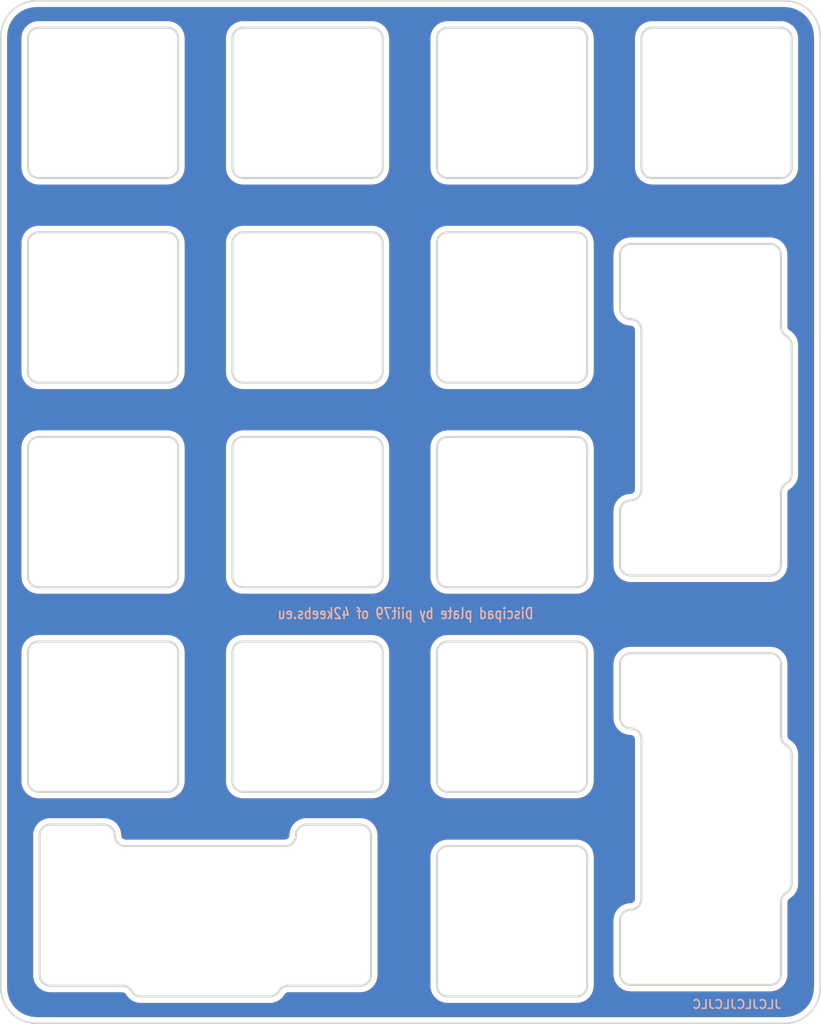
<source format=kicad_pcb>
(kicad_pcb (version 20171130) (host pcbnew 5.1.10-88a1d61d58~90~ubuntu21.04.1)

  (general
    (thickness 1.6)
    (drawings 188)
    (tracks 0)
    (zones 0)
    (modules 0)
    (nets 1)
  )

  (page A4)
  (layers
    (0 F.Cu signal)
    (31 B.Cu signal)
    (32 B.Adhes user)
    (33 F.Adhes user)
    (34 B.Paste user)
    (35 F.Paste user)
    (36 B.SilkS user)
    (37 F.SilkS user)
    (38 B.Mask user)
    (39 F.Mask user)
    (40 Dwgs.User user)
    (41 Cmts.User user)
    (42 Eco1.User user)
    (43 Eco2.User user)
    (44 Edge.Cuts user)
    (45 Margin user)
    (46 B.CrtYd user)
    (47 F.CrtYd user)
    (48 B.Fab user hide)
    (49 F.Fab user)
  )

  (setup
    (last_trace_width 0.25)
    (trace_clearance 0.2)
    (zone_clearance 0.508)
    (zone_45_only no)
    (trace_min 0.2)
    (via_size 0.8)
    (via_drill 0.4)
    (via_min_size 0.4)
    (via_min_drill 0.3)
    (uvia_size 0.3)
    (uvia_drill 0.1)
    (uvias_allowed no)
    (uvia_min_size 0.2)
    (uvia_min_drill 0.1)
    (edge_width 0.15)
    (segment_width 0.2)
    (pcb_text_width 0.3)
    (pcb_text_size 1.5 1.5)
    (mod_edge_width 0.15)
    (mod_text_size 1 1)
    (mod_text_width 0.15)
    (pad_size 2.55 2.5)
    (pad_drill 0)
    (pad_to_mask_clearance 0.051)
    (solder_mask_min_width 0.25)
    (aux_axis_origin 0 0)
    (grid_origin 0.052493 0.052493)
    (visible_elements 7FFFF7FF)
    (pcbplotparams
      (layerselection 0x010fc_ffffffff)
      (usegerberextensions true)
      (usegerberattributes false)
      (usegerberadvancedattributes false)
      (creategerberjobfile false)
      (excludeedgelayer false)
      (linewidth 0.150000)
      (plotframeref false)
      (viasonmask false)
      (mode 1)
      (useauxorigin false)
      (hpglpennumber 1)
      (hpglpenspeed 20)
      (hpglpendiameter 15.000000)
      (psnegative false)
      (psa4output false)
      (plotreference true)
      (plotvalue true)
      (plotinvisibletext false)
      (padsonsilk false)
      (subtractmaskfromsilk true)
      (outputformat 1)
      (mirror false)
      (drillshape 0)
      (scaleselection 1)
      (outputdirectory "../gerber/plate"))
  )

  (net 0 "")

  (net_class Default "This is the default net class."
    (clearance 0.2)
    (trace_width 0.25)
    (via_dia 0.8)
    (via_drill 0.4)
    (uvia_dia 0.3)
    (uvia_drill 0.1)
  )

  (gr_text JLCJLCJLCJLC (at 178.423993 136.132993) (layer B.SilkS)
    (effects (font (size 0.8 0.8) (thickness 0.15)) (justify left mirror))
  )
  (gr_line (start 177.339693 96.212493) (end 164.339693 96.212493) (layer Edge.Cuts) (width 0.2) (tstamp 6060FD8D))
  (gr_arc (start 132.447544 135.401494) (end 132.447544 134.401494) (angle -60) (layer Edge.Cuts) (width 0.2) (tstamp 60610063))
  (gr_line (start 115.277493 119.401493) (end 110.277493 119.401493) (layer Edge.Cuts) (width 0.2) (tstamp 60610062))
  (gr_arc (start 110.277493 133.401493) (end 109.277493 133.401493) (angle -90) (layer Edge.Cuts) (width 0.2) (tstamp 60610061))
  (gr_line (start 133.153493 120.401493) (end 133.153493 120.401493) (layer Edge.Cuts) (width 0.2) (tstamp 60610060))
  (gr_arc (start 110.277493 120.401493) (end 110.277493 119.401493) (angle -90) (layer Edge.Cuts) (width 0.2) (tstamp 6061005F))
  (gr_arc (start 134.153493 120.401493) (end 134.153493 119.401493) (angle -90) (layer Edge.Cuts) (width 0.2) (tstamp 6061005D))
  (gr_arc (start 130.715493 134.401494) (end 130.715493 135.401494) (angle -60) (layer Edge.Cuts) (width 0.2) (tstamp 6061005C))
  (gr_line (start 132.153493 121.401494) (end 117.277493 121.401494) (layer Edge.Cuts) (width 0.2) (tstamp 6061005A))
  (gr_line (start 130.715493 135.401494) (end 118.715493 135.401494) (layer Edge.Cuts) (width 0.2) (tstamp 60610059))
  (gr_line (start 140.153493 133.401493) (end 140.153493 120.401493) (layer Edge.Cuts) (width 0.2) (tstamp 60610058))
  (gr_arc (start 117.277493 120.401493) (end 116.277493 120.401493) (angle -90) (layer Edge.Cuts) (width 0.2) (tstamp 60610057))
  (gr_arc (start 115.277493 120.401493) (end 116.277493 120.401493) (angle -90) (layer Edge.Cuts) (width 0.2) (tstamp 60610056))
  (gr_line (start 139.153493 119.401493) (end 134.153493 119.401493) (layer Edge.Cuts) (width 0.2) (tstamp 60610055))
  (gr_arc (start 132.153493 120.401493) (end 132.153493 121.401494) (angle -90) (layer Edge.Cuts) (width 0.2) (tstamp 60610054))
  (gr_arc (start 116.983443 135.401494) (end 117.849468 134.901494) (angle -60) (layer Edge.Cuts) (width 0.2) (tstamp 60610053))
  (gr_line (start 139.153493 134.401493) (end 132.447544 134.401494) (layer Edge.Cuts) (width 0.2) (tstamp 60610052))
  (gr_arc (start 139.153493 133.401493) (end 139.153493 134.401493) (angle -90) (layer Edge.Cuts) (width 0.2) (tstamp 60610051))
  (gr_line (start 116.277493 120.401493) (end 116.277493 120.401493) (layer Edge.Cuts) (width 0.2) (tstamp 60610050))
  (gr_line (start 110.277493 134.401493) (end 116.983443 134.401494) (layer Edge.Cuts) (width 0.2) (tstamp 6061004F))
  (gr_arc (start 139.153493 120.401493) (end 140.153493 120.401493) (angle -90) (layer Edge.Cuts) (width 0.2) (tstamp 6061004E))
  (gr_arc (start 118.715493 134.401494) (end 117.849468 134.901494) (angle -60) (layer Edge.Cuts) (width 0.2) (tstamp 6061004C))
  (gr_line (start 109.277493 133.401493) (end 109.277493 120.401493) (layer Edge.Cuts) (width 0.2) (tstamp 6061004B))
  (gr_arc (start 179.340494 111.153442) (end 178.340494 111.153442) (angle -60) (layer Edge.Cuts) (width 0.2) (tstamp 60610063))
  (gr_line (start 163.340493 128.323493) (end 163.340493 133.323493) (layer Edge.Cuts) (width 0.2) (tstamp 60610062))
  (gr_arc (start 177.340493 133.323493) (end 177.340493 134.323493) (angle -90) (layer Edge.Cuts) (width 0.2) (tstamp 60610061))
  (gr_line (start 164.340493 110.447493) (end 164.340493 110.447493) (layer Edge.Cuts) (width 0.2) (tstamp 60610060))
  (gr_arc (start 164.340493 133.323493) (end 163.340493 133.323493) (angle -90) (layer Edge.Cuts) (width 0.2) (tstamp 6061005F))
  (gr_arc (start 164.340493 109.447493) (end 163.340493 109.447493) (angle -90) (layer Edge.Cuts) (width 0.2) (tstamp 6061005D))
  (gr_arc (start 178.340494 112.885493) (end 179.340494 112.885493) (angle -60) (layer Edge.Cuts) (width 0.2) (tstamp 6061005C))
  (gr_line (start 165.340494 111.447493) (end 165.340494 126.323493) (layer Edge.Cuts) (width 0.2) (tstamp 6061005A))
  (gr_line (start 179.340494 112.885493) (end 179.340494 124.885493) (layer Edge.Cuts) (width 0.2) (tstamp 60610059))
  (gr_line (start 177.340493 103.447493) (end 164.340493 103.447493) (layer Edge.Cuts) (width 0.2) (tstamp 60610058))
  (gr_arc (start 164.340493 126.323493) (end 164.340493 127.323493) (angle -90) (layer Edge.Cuts) (width 0.2) (tstamp 60610057))
  (gr_arc (start 164.340493 128.323493) (end 164.340493 127.323493) (angle -90) (layer Edge.Cuts) (width 0.2) (tstamp 60610056))
  (gr_line (start 163.340493 104.447493) (end 163.340493 109.447493) (layer Edge.Cuts) (width 0.2) (tstamp 60610055))
  (gr_arc (start 164.340493 111.447493) (end 165.340494 111.447493) (angle -90) (layer Edge.Cuts) (width 0.2) (tstamp 60610054))
  (gr_arc (start 179.340494 126.617543) (end 178.840494 125.751518) (angle -60) (layer Edge.Cuts) (width 0.2) (tstamp 60610053))
  (gr_line (start 178.340493 104.447493) (end 178.340494 111.153442) (layer Edge.Cuts) (width 0.2) (tstamp 60610052))
  (gr_arc (start 177.340493 104.447493) (end 178.340493 104.447493) (angle -90) (layer Edge.Cuts) (width 0.2) (tstamp 60610051))
  (gr_line (start 164.340493 127.323493) (end 164.340493 127.323493) (layer Edge.Cuts) (width 0.2) (tstamp 60610050))
  (gr_line (start 178.340493 133.323493) (end 178.340494 126.617543) (layer Edge.Cuts) (width 0.2) (tstamp 6061004F))
  (gr_arc (start 164.340493 104.447493) (end 164.340493 103.447493) (angle -90) (layer Edge.Cuts) (width 0.2) (tstamp 6061004E))
  (gr_arc (start 178.340494 124.885493) (end 178.840494 125.751518) (angle -60) (layer Edge.Cuts) (width 0.2) (tstamp 6061004C))
  (gr_line (start 177.340493 134.323493) (end 164.340493 134.323493) (layer Edge.Cuts) (width 0.2) (tstamp 6061004B))
  (gr_arc (start 164.339693 66.336493) (end 164.339693 65.336493) (angle -90) (layer Edge.Cuts) (width 0.2) (tstamp 6060FD9C))
  (gr_line (start 177.339693 65.336493) (end 164.339693 65.336493) (layer Edge.Cuts) (width 0.2) (tstamp 6060FD9B))
  (gr_arc (start 177.339693 95.212493) (end 177.339693 96.212493) (angle -90) (layer Edge.Cuts) (width 0.2) (tstamp 6060FD9A))
  (gr_arc (start 178.339694 86.774493) (end 178.839694 87.640518) (angle -60) (layer Edge.Cuts) (width 0.2) (tstamp 6060FD99))
  (gr_arc (start 164.339693 90.212493) (end 164.339693 89.212493) (angle -90) (layer Edge.Cuts) (width 0.2) (tstamp 6060FD98))
  (gr_arc (start 178.339694 74.774493) (end 179.339694 74.774493) (angle -60) (layer Edge.Cuts) (width 0.2) (tstamp 6060FD97))
  (gr_arc (start 164.339693 71.336493) (end 163.339693 71.336493) (angle -90) (layer Edge.Cuts) (width 0.2) (tstamp 6060FD96))
  (gr_arc (start 164.339693 95.212493) (end 163.339693 95.212493) (angle -90) (layer Edge.Cuts) (width 0.2) (tstamp 6060FD95))
  (gr_line (start 178.339693 66.336493) (end 178.339694 73.042442) (layer Edge.Cuts) (width 0.2) (tstamp 6060FD94))
  (gr_line (start 165.339694 73.336493) (end 165.339694 88.212493) (layer Edge.Cuts) (width 0.2) (tstamp 6060FD93))
  (gr_line (start 164.339693 89.212493) (end 164.339693 89.212493) (layer Edge.Cuts) (width 0.2) (tstamp 6060FD92))
  (gr_line (start 164.339693 72.336493) (end 164.339693 72.336493) (layer Edge.Cuts) (width 0.2) (tstamp 6060FD91))
  (gr_line (start 178.339693 95.212493) (end 178.339694 88.506543) (layer Edge.Cuts) (width 0.2) (tstamp 6060FD90))
  (gr_arc (start 164.339693 88.212493) (end 164.339693 89.212493) (angle -90) (layer Edge.Cuts) (width 0.2) (tstamp 6060FD8F))
  (gr_arc (start 177.339693 66.336493) (end 178.339693 66.336493) (angle -90) (layer Edge.Cuts) (width 0.2) (tstamp 6060FD8E))
  (gr_arc (start 164.339693 73.336493) (end 165.339694 73.336493) (angle -90) (layer Edge.Cuts) (width 0.2) (tstamp 6060FD8C))
  (gr_arc (start 179.339694 88.506543) (end 178.839694 87.640518) (angle -60) (layer Edge.Cuts) (width 0.2) (tstamp 6060FD8B))
  (gr_arc (start 179.339694 73.042442) (end 178.339694 73.042442) (angle -60) (layer Edge.Cuts) (width 0.2) (tstamp 6060FD8A))
  (gr_line (start 163.339693 66.336493) (end 163.339693 71.336493) (layer Edge.Cuts) (width 0.2) (tstamp 6060FD89))
  (gr_line (start 179.339694 74.774493) (end 179.339694 86.774493) (layer Edge.Cuts) (width 0.2) (tstamp 6060FD88))
  (gr_line (start 163.339693 90.212493) (end 163.339693 95.212493) (layer Edge.Cuts) (width 0.2) (tstamp 6060FD87))
  (gr_line (start 159.288999 121.400993) (end 147.288993 121.400993) (layer Edge.Cuts) (width 0.2) (tstamp 60608010))
  (gr_arc (start 147.288993 122.400994) (end 147.288993 121.400993) (angle -90) (layer Edge.Cuts) (width 0.2) (tstamp 6060800F))
  (gr_arc (start 159.288999 122.400994) (end 160.289 122.400994) (angle -90) (layer Edge.Cuts) (width 0.2) (tstamp 6060800E))
  (gr_arc (start 159.288999 134.401) (end 159.288999 135.401001) (angle -90) (layer Edge.Cuts) (width 0.2) (tstamp 6060800C))
  (gr_line (start 147.288993 135.401001) (end 159.288999 135.401001) (layer Edge.Cuts) (width 0.2) (tstamp 6060800B))
  (gr_line (start 160.289 134.401) (end 160.289 122.400994) (layer Edge.Cuts) (width 0.2) (tstamp 6060800A))
  (gr_line (start 146.288992 122.400994) (end 146.288992 134.401) (layer Edge.Cuts) (width 0.2) (tstamp 60608009))
  (gr_arc (start 147.288993 134.401) (end 146.288992 134.401) (angle -90) (layer Edge.Cuts) (width 0.2) (tstamp 60608008))
  (gr_arc (start 109.188993 103.350994) (end 109.188993 102.350993) (angle -90) (layer Edge.Cuts) (width 0.2) (tstamp 60607EDD))
  (gr_arc (start 121.188999 115.351) (end 121.188999 116.351001) (angle -90) (layer Edge.Cuts) (width 0.2) (tstamp 60607EDC))
  (gr_arc (start 128.238993 103.350994) (end 128.238993 102.350993) (angle -90) (layer Edge.Cuts) (width 0.2) (tstamp 60607EDB))
  (gr_line (start 121.188999 102.350993) (end 109.188993 102.350993) (layer Edge.Cuts) (width 0.2) (tstamp 60607ED8))
  (gr_line (start 141.239 115.351) (end 141.239 103.350994) (layer Edge.Cuts) (width 0.2) (tstamp 60607ED7))
  (gr_line (start 109.188993 116.351001) (end 121.188999 116.351001) (layer Edge.Cuts) (width 0.2) (tstamp 60607ED6))
  (gr_line (start 160.289 115.351) (end 160.289 103.350994) (layer Edge.Cuts) (width 0.2) (tstamp 60607ED5))
  (gr_line (start 127.238992 103.350994) (end 127.238992 115.351) (layer Edge.Cuts) (width 0.2) (tstamp 60607ED4))
  (gr_arc (start 147.288993 115.351) (end 146.288992 115.351) (angle -90) (layer Edge.Cuts) (width 0.2) (tstamp 60607ED3))
  (gr_line (start 140.238999 102.350993) (end 128.238993 102.350993) (layer Edge.Cuts) (width 0.2) (tstamp 60607ED2))
  (gr_line (start 122.189 115.351) (end 122.189 103.350994) (layer Edge.Cuts) (width 0.2) (tstamp 60607ED1))
  (gr_line (start 159.288999 102.350993) (end 147.288993 102.350993) (layer Edge.Cuts) (width 0.2) (tstamp 60607ED0))
  (gr_arc (start 147.288993 103.350994) (end 147.288993 102.350993) (angle -90) (layer Edge.Cuts) (width 0.2) (tstamp 60607ECF))
  (gr_arc (start 159.288999 115.351) (end 159.288999 116.351001) (angle -90) (layer Edge.Cuts) (width 0.2) (tstamp 60607ECE))
  (gr_arc (start 121.188999 103.350994) (end 122.189 103.350994) (angle -90) (layer Edge.Cuts) (width 0.2) (tstamp 60607ECD))
  (gr_line (start 147.288993 116.351001) (end 159.288999 116.351001) (layer Edge.Cuts) (width 0.2) (tstamp 60607ECC))
  (gr_arc (start 109.188993 115.351) (end 108.188992 115.351) (angle -90) (layer Edge.Cuts) (width 0.2) (tstamp 60607ECB))
  (gr_arc (start 140.238999 115.351) (end 140.238999 116.351001) (angle -90) (layer Edge.Cuts) (width 0.2) (tstamp 60607ECA))
  (gr_line (start 128.238993 116.351001) (end 140.238999 116.351001) (layer Edge.Cuts) (width 0.2) (tstamp 60607EC9))
  (gr_line (start 108.188992 103.350994) (end 108.188992 115.351) (layer Edge.Cuts) (width 0.2) (tstamp 60607EC8))
  (gr_arc (start 159.288999 103.350994) (end 160.289 103.350994) (angle -90) (layer Edge.Cuts) (width 0.2) (tstamp 60607EC7))
  (gr_arc (start 140.238999 103.350994) (end 141.239 103.350994) (angle -90) (layer Edge.Cuts) (width 0.2) (tstamp 60607EC6))
  (gr_line (start 146.288992 103.350994) (end 146.288992 115.351) (layer Edge.Cuts) (width 0.2) (tstamp 60607EC5))
  (gr_arc (start 128.238993 115.351) (end 127.238992 115.351) (angle -90) (layer Edge.Cuts) (width 0.2) (tstamp 60607EC4))
  (gr_arc (start 109.188993 84.300994) (end 109.188993 83.300993) (angle -90) (layer Edge.Cuts) (width 0.2) (tstamp 60607EDD))
  (gr_arc (start 121.188999 96.301) (end 121.188999 97.301001) (angle -90) (layer Edge.Cuts) (width 0.2) (tstamp 60607EDC))
  (gr_arc (start 128.238993 84.300994) (end 128.238993 83.300993) (angle -90) (layer Edge.Cuts) (width 0.2) (tstamp 60607EDB))
  (gr_line (start 121.188999 83.300993) (end 109.188993 83.300993) (layer Edge.Cuts) (width 0.2) (tstamp 60607ED8))
  (gr_line (start 141.239 96.301) (end 141.239 84.300994) (layer Edge.Cuts) (width 0.2) (tstamp 60607ED7))
  (gr_line (start 109.188993 97.301001) (end 121.188999 97.301001) (layer Edge.Cuts) (width 0.2) (tstamp 60607ED6))
  (gr_line (start 160.289 96.301) (end 160.289 84.300994) (layer Edge.Cuts) (width 0.2) (tstamp 60607ED5))
  (gr_line (start 127.238992 84.300994) (end 127.238992 96.301) (layer Edge.Cuts) (width 0.2) (tstamp 60607ED4))
  (gr_arc (start 147.288993 96.301) (end 146.288992 96.301) (angle -90) (layer Edge.Cuts) (width 0.2) (tstamp 60607ED3))
  (gr_line (start 140.238999 83.300993) (end 128.238993 83.300993) (layer Edge.Cuts) (width 0.2) (tstamp 60607ED2))
  (gr_line (start 122.189 96.301) (end 122.189 84.300994) (layer Edge.Cuts) (width 0.2) (tstamp 60607ED1))
  (gr_line (start 159.288999 83.300993) (end 147.288993 83.300993) (layer Edge.Cuts) (width 0.2) (tstamp 60607ED0))
  (gr_arc (start 147.288993 84.300994) (end 147.288993 83.300993) (angle -90) (layer Edge.Cuts) (width 0.2) (tstamp 60607ECF))
  (gr_arc (start 159.288999 96.301) (end 159.288999 97.301001) (angle -90) (layer Edge.Cuts) (width 0.2) (tstamp 60607ECE))
  (gr_arc (start 121.188999 84.300994) (end 122.189 84.300994) (angle -90) (layer Edge.Cuts) (width 0.2) (tstamp 60607ECD))
  (gr_line (start 147.288993 97.301001) (end 159.288999 97.301001) (layer Edge.Cuts) (width 0.2) (tstamp 60607ECC))
  (gr_arc (start 109.188993 96.301) (end 108.188992 96.301) (angle -90) (layer Edge.Cuts) (width 0.2) (tstamp 60607ECB))
  (gr_arc (start 140.238999 96.301) (end 140.238999 97.301001) (angle -90) (layer Edge.Cuts) (width 0.2) (tstamp 60607ECA))
  (gr_line (start 128.238993 97.301001) (end 140.238999 97.301001) (layer Edge.Cuts) (width 0.2) (tstamp 60607EC9))
  (gr_line (start 108.188992 84.300994) (end 108.188992 96.301) (layer Edge.Cuts) (width 0.2) (tstamp 60607EC8))
  (gr_arc (start 159.288999 84.300994) (end 160.289 84.300994) (angle -90) (layer Edge.Cuts) (width 0.2) (tstamp 60607EC7))
  (gr_arc (start 140.238999 84.300994) (end 141.239 84.300994) (angle -90) (layer Edge.Cuts) (width 0.2) (tstamp 60607EC6))
  (gr_line (start 146.288992 84.300994) (end 146.288992 96.301) (layer Edge.Cuts) (width 0.2) (tstamp 60607EC5))
  (gr_arc (start 128.238993 96.301) (end 127.238992 96.301) (angle -90) (layer Edge.Cuts) (width 0.2) (tstamp 60607EC4))
  (gr_arc (start 121.188999 77.251) (end 121.188999 78.251001) (angle -90) (layer Edge.Cuts) (width 0.2) (tstamp 60607AA4))
  (gr_line (start 140.238999 64.250993) (end 128.238993 64.250993) (layer Edge.Cuts) (width 0.2) (tstamp 60607AA3))
  (gr_line (start 160.289 77.251) (end 160.289 65.250994) (layer Edge.Cuts) (width 0.2) (tstamp 60607AA2))
  (gr_line (start 147.288993 78.251001) (end 159.288999 78.251001) (layer Edge.Cuts) (width 0.2) (tstamp 60607AA0))
  (gr_arc (start 128.238993 65.250994) (end 128.238993 64.250993) (angle -90) (layer Edge.Cuts) (width 0.2) (tstamp 60607A9F))
  (gr_arc (start 128.238993 77.251) (end 127.238992 77.251) (angle -90) (layer Edge.Cuts) (width 0.2) (tstamp 60607A9E))
  (gr_arc (start 140.238999 77.251) (end 140.238999 78.251001) (angle -90) (layer Edge.Cuts) (width 0.2) (tstamp 60607A9D))
  (gr_arc (start 109.188993 77.251) (end 108.188992 77.251) (angle -90) (layer Edge.Cuts) (width 0.2) (tstamp 60607A9C))
  (gr_line (start 146.288992 65.250994) (end 146.288992 77.251) (layer Edge.Cuts) (width 0.2) (tstamp 60607A9B))
  (gr_arc (start 140.238999 65.250994) (end 141.239 65.250994) (angle -90) (layer Edge.Cuts) (width 0.2) (tstamp 60607A9A))
  (gr_arc (start 159.288999 65.250994) (end 160.289 65.250994) (angle -90) (layer Edge.Cuts) (width 0.2) (tstamp 60607A99))
  (gr_line (start 159.288999 64.250993) (end 147.288993 64.250993) (layer Edge.Cuts) (width 0.2) (tstamp 60607A98))
  (gr_line (start 141.239 77.251) (end 141.239 65.250994) (layer Edge.Cuts) (width 0.2) (tstamp 60607A97))
  (gr_line (start 127.238992 65.250994) (end 127.238992 77.251) (layer Edge.Cuts) (width 0.2) (tstamp 60607A96))
  (gr_line (start 108.188992 65.250994) (end 108.188992 77.251) (layer Edge.Cuts) (width 0.2) (tstamp 60607A94))
  (gr_line (start 128.238993 78.251001) (end 140.238999 78.251001) (layer Edge.Cuts) (width 0.2) (tstamp 60607A93))
  (gr_line (start 121.188999 64.250993) (end 109.188993 64.250993) (layer Edge.Cuts) (width 0.2) (tstamp 60607A92))
  (gr_arc (start 147.288993 77.251) (end 146.288992 77.251) (angle -90) (layer Edge.Cuts) (width 0.2) (tstamp 60607A91))
  (gr_line (start 122.189 77.251) (end 122.189 65.250994) (layer Edge.Cuts) (width 0.2) (tstamp 60607A90))
  (gr_arc (start 159.288999 77.251) (end 159.288999 78.251001) (angle -90) (layer Edge.Cuts) (width 0.2) (tstamp 60607A8F))
  (gr_line (start 109.188993 78.251001) (end 121.188999 78.251001) (layer Edge.Cuts) (width 0.2) (tstamp 60607A8E))
  (gr_arc (start 147.288993 65.250994) (end 147.288993 64.250993) (angle -90) (layer Edge.Cuts) (width 0.2) (tstamp 60607A8D))
  (gr_arc (start 109.188993 65.250994) (end 109.188993 64.250993) (angle -90) (layer Edge.Cuts) (width 0.2) (tstamp 60607A8B))
  (gr_arc (start 121.188999 65.250994) (end 122.189 65.250994) (angle -90) (layer Edge.Cuts) (width 0.2) (tstamp 60607A8A))
  (gr_line (start 179.339 58.201) (end 179.339 46.200994) (layer Edge.Cuts) (width 0.2) (tstamp 606079B7))
  (gr_line (start 166.338993 59.201001) (end 178.338999 59.201001) (layer Edge.Cuts) (width 0.2) (tstamp 606079B5))
  (gr_line (start 165.338992 46.200994) (end 165.338992 58.201) (layer Edge.Cuts) (width 0.2) (tstamp 606079B4))
  (gr_arc (start 178.338999 46.200994) (end 179.339 46.200994) (angle -90) (layer Edge.Cuts) (width 0.2) (tstamp 606079B3))
  (gr_line (start 178.338999 45.200993) (end 166.338993 45.200993) (layer Edge.Cuts) (width 0.2) (tstamp 606079B2))
  (gr_arc (start 166.338993 58.201) (end 165.338992 58.201) (angle -90) (layer Edge.Cuts) (width 0.2) (tstamp 606079B1))
  (gr_arc (start 178.338999 58.201) (end 178.338999 59.201001) (angle -90) (layer Edge.Cuts) (width 0.2) (tstamp 606079B0))
  (gr_arc (start 166.338993 46.200994) (end 166.338993 45.200993) (angle -90) (layer Edge.Cuts) (width 0.2) (tstamp 606079AF))
  (gr_line (start 159.288999 45.200993) (end 147.288993 45.200993) (layer Edge.Cuts) (width 0.2) (tstamp 6060799A))
  (gr_arc (start 147.288993 46.200994) (end 147.288993 45.200993) (angle -90) (layer Edge.Cuts) (width 0.2) (tstamp 60607999))
  (gr_arc (start 147.288993 58.201) (end 146.288992 58.201) (angle -90) (layer Edge.Cuts) (width 0.2) (tstamp 60607998))
  (gr_arc (start 159.288999 58.201) (end 159.288999 59.201001) (angle -90) (layer Edge.Cuts) (width 0.2) (tstamp 60607997))
  (gr_arc (start 159.288999 46.200994) (end 160.289 46.200994) (angle -90) (layer Edge.Cuts) (width 0.2) (tstamp 60607996))
  (gr_line (start 160.289 58.201) (end 160.289 46.200994) (layer Edge.Cuts) (width 0.2) (tstamp 60607995))
  (gr_line (start 146.288992 46.200994) (end 146.288992 58.201) (layer Edge.Cuts) (width 0.2) (tstamp 60607994))
  (gr_line (start 147.288993 59.201001) (end 159.288999 59.201001) (layer Edge.Cuts) (width 0.2) (tstamp 60607992))
  (gr_arc (start 140.238999 58.201) (end 140.238999 59.201001) (angle -90) (layer Edge.Cuts) (width 0.2) (tstamp 60607973))
  (gr_arc (start 128.238993 58.201) (end 127.238992 58.201) (angle -90) (layer Edge.Cuts) (width 0.2) (tstamp 60607972))
  (gr_line (start 127.238992 46.200994) (end 127.238992 58.201) (layer Edge.Cuts) (width 0.2) (tstamp 60607971))
  (gr_line (start 140.238999 45.200993) (end 128.238993 45.200993) (layer Edge.Cuts) (width 0.2) (tstamp 60607970))
  (gr_line (start 141.239 58.201) (end 141.239 46.200994) (layer Edge.Cuts) (width 0.2) (tstamp 6060796F))
  (gr_line (start 128.238993 59.201001) (end 140.238999 59.201001) (layer Edge.Cuts) (width 0.2) (tstamp 6060796E))
  (gr_arc (start 128.238993 46.200994) (end 128.238993 45.200993) (angle -90) (layer Edge.Cuts) (width 0.2) (tstamp 6060796C))
  (gr_arc (start 140.238999 46.200994) (end 141.239 46.200994) (angle -90) (layer Edge.Cuts) (width 0.2) (tstamp 6060796B))
  (gr_arc (start 109.188993 58.201) (end 108.188992 58.201) (angle -90) (layer Edge.Cuts) (width 0.2) (tstamp 60605800))
  (gr_line (start 121.188999 45.200993) (end 109.188993 45.200993) (layer Edge.Cuts) (width 0.2) (tstamp 606057FE))
  (gr_line (start 122.189 58.201) (end 122.189 46.200994) (layer Edge.Cuts) (width 0.2) (tstamp 606057FD))
  (gr_arc (start 109.188993 46.200994) (end 109.188993 45.200993) (angle -90) (layer Edge.Cuts) (width 0.2) (tstamp 606057FC))
  (gr_arc (start 121.188999 46.200994) (end 122.189 46.200994) (angle -90) (layer Edge.Cuts) (width 0.2) (tstamp 606057FB))
  (gr_arc (start 121.188999 58.201) (end 121.188999 59.201001) (angle -90) (layer Edge.Cuts) (width 0.2) (tstamp 606057FA))
  (gr_line (start 109.188993 59.201001) (end 121.188999 59.201001) (layer Edge.Cuts) (width 0.2) (tstamp 606057F9))
  (gr_line (start 108.188992 46.200994) (end 108.188992 58.201) (layer Edge.Cuts) (width 0.2) (tstamp 606057F8))
  (gr_arc (start 108.977543 134.594615) (end 105.670421 134.594615) (angle -90) (layer Edge.Cuts) (width 0.15) (tstamp 5CF35921))
  (gr_arc (start 178.689575 134.594615) (end 178.689575 137.901737) (angle -90) (layer Edge.Cuts) (width 0.15) (tstamp 5CF35761))
  (gr_arc (start 178.689575 46.008859) (end 181.996697 46.008859) (angle -90) (layer Edge.Cuts) (width 0.15) (tstamp 5CF35455))
  (gr_arc (start 108.977543 46.008859) (end 108.977543 42.701737) (angle -90) (layer Edge.Cuts) (width 0.15))
  (gr_text "Discipad plate by piit79 of 42keebs.eu" (at 143.371993 99.747493) (layer B.SilkS) (tstamp 5CDE67F5)
    (effects (font (size 1 0.8) (thickness 0.15)) (justify mirror))
  )
  (gr_line (start 105.670421 134.594615) (end 105.670421 46.008859) (layer Edge.Cuts) (width 0.15))
  (gr_line (start 108.977543 42.701737) (end 178.689575 42.701737) (layer Edge.Cuts) (width 0.15))
  (gr_line (start 181.996697 46.008859) (end 181.996697 134.594615) (layer Edge.Cuts) (width 0.15))
  (gr_line (start 178.689575 137.901737) (end 108.977543 137.901737) (layer Edge.Cuts) (width 0.15))

  (zone (net 0) (net_name "") (layer B.Cu) (tstamp 611B8EA4) (hatch edge 0.508)
    (connect_pads (clearance 0.508))
    (min_thickness 0.254)
    (fill yes (arc_segments 16) (thermal_gap 0.508) (thermal_bridge_width 0.508))
    (polygon
      (pts
        (xy 105.589493 42.660993) (xy 182.043493 42.660993) (xy 182.043493 137.974493) (xy 105.716493 137.910993)
      )
    )
    (filled_polygon
      (pts
        (xy 179.193363 43.464539) (xy 179.677966 43.610848) (xy 180.124913 43.848495) (xy 180.517196 44.168434) (xy 180.839865 44.558473)
        (xy 181.080627 45.003753) (xy 181.230316 45.48732) (xy 181.286697 46.023755) (xy 181.286698 134.559884) (xy 181.233896 135.098402)
        (xy 181.087587 135.583003) (xy 180.84994 136.029952) (xy 180.529998 136.422239) (xy 180.139961 136.744905) (xy 179.694682 136.985666)
        (xy 179.211114 137.135356) (xy 178.674679 137.191737) (xy 109.012263 137.191737) (xy 108.473756 137.138936) (xy 107.989155 136.992627)
        (xy 107.542206 136.75498) (xy 107.149919 136.435038) (xy 106.827253 136.045001) (xy 106.586492 135.599722) (xy 106.436802 135.116154)
        (xy 106.380421 134.579719) (xy 106.380421 133.437597) (xy 108.542493 133.437597) (xy 108.545586 133.468996) (xy 108.545543 133.475091)
        (xy 108.546544 133.485305) (xy 108.566945 133.679401) (xy 108.580337 133.744642) (xy 108.592822 133.810091) (xy 108.595788 133.819916)
        (xy 108.6535 134.006354) (xy 108.679324 134.067786) (xy 108.70427 134.12953) (xy 108.709088 134.138592) (xy 108.801913 134.310268)
        (xy 108.83915 134.365475) (xy 108.875643 134.421241) (xy 108.882129 134.429194) (xy 109.006532 134.579571) (xy 109.053839 134.626549)
        (xy 109.10041 134.674106) (xy 109.108317 134.680648) (xy 109.259559 134.803998) (xy 109.315052 134.840867) (xy 109.370013 134.8785)
        (xy 109.37904 134.883381) (xy 109.551362 134.975006) (xy 109.613001 135.000412) (xy 109.674182 135.026634) (xy 109.683985 135.029669)
        (xy 109.870821 135.086078) (xy 109.936213 135.099026) (xy 110.001329 135.112867) (xy 110.011535 135.11394) (xy 110.205768 135.132985)
        (xy 110.20578 135.132985) (xy 110.241388 135.136492) (xy 116.947496 135.136494) (xy 117.03423 135.144998) (xy 117.083083 135.159748)
        (xy 117.128142 135.183706) (xy 117.167688 135.21596) (xy 117.215034 135.273191) (xy 117.226085 135.290876) (xy 117.226148 135.290978)
        (xy 117.263136 135.350171) (xy 117.289753 135.384734) (xy 117.313643 135.421242) (xy 117.320129 135.429195) (xy 117.444532 135.579572)
        (xy 117.491839 135.62655) (xy 117.53841 135.674107) (xy 117.546317 135.680649) (xy 117.697559 135.803999) (xy 117.753052 135.840868)
        (xy 117.808013 135.878501) (xy 117.81704 135.883382) (xy 117.989362 135.975007) (xy 118.051001 136.000413) (xy 118.112182 136.026635)
        (xy 118.121985 136.02967) (xy 118.308821 136.086079) (xy 118.374213 136.099027) (xy 118.439329 136.112868) (xy 118.449535 136.113941)
        (xy 118.643768 136.132986) (xy 118.64377 136.132986) (xy 118.679388 136.136494) (xy 130.751598 136.136494) (xy 130.764388 136.135234)
        (xy 130.810901 136.13361) (xy 130.854144 136.12784) (xy 130.897695 136.125405) (xy 130.907825 136.123765) (xy 131.100258 136.091217)
        (xy 131.164543 136.073751) (xy 131.229064 136.057185) (xy 131.238683 136.053608) (xy 131.42113 135.984304) (xy 131.480856 135.954656)
        (xy 131.54088 135.925897) (xy 131.549612 135.920525) (xy 131.549617 135.920523) (xy 131.54962 135.92052) (xy 131.715131 135.817097)
        (xy 131.767932 135.776435) (xy 131.821249 135.736548) (xy 131.828779 135.729576) (xy 131.971049 135.595976) (xy 132.014945 135.545834)
        (xy 132.059505 135.496345) (xy 132.065537 135.488043) (xy 132.17908 135.329448) (xy 132.179148 135.329354) (xy 132.250805 135.229265)
        (xy 132.288006 135.19433) (xy 132.331283 135.167288) (xy 132.378989 135.149166) (xy 132.452231 135.136778) (xy 132.460368 135.136494)
        (xy 139.189598 135.136492) (xy 139.220988 135.1334) (xy 139.227091 135.133443) (xy 139.237305 135.132442) (xy 139.431401 135.112041)
        (xy 139.496642 135.098649) (xy 139.562091 135.086164) (xy 139.571916 135.083198) (xy 139.758354 135.025486) (xy 139.819786 134.999662)
        (xy 139.88153 134.974716) (xy 139.890592 134.969898) (xy 140.062268 134.877073) (xy 140.117475 134.839836) (xy 140.173241 134.803343)
        (xy 140.181194 134.796857) (xy 140.331571 134.672454) (xy 140.378571 134.625125) (xy 140.426106 134.578576) (xy 140.432648 134.570669)
        (xy 140.555998 134.419427) (xy 140.592867 134.363934) (xy 140.6305 134.308973) (xy 140.635381 134.299946) (xy 140.727006 134.127624)
        (xy 140.752412 134.065985) (xy 140.778634 134.004804) (xy 140.781669 133.995001) (xy 140.838078 133.808165) (xy 140.851026 133.742773)
        (xy 140.864867 133.677657) (xy 140.86594 133.667451) (xy 140.884985 133.473218) (xy 140.884985 133.473216) (xy 140.888493 133.437598)
        (xy 140.888493 122.36489) (xy 145.553992 122.36489) (xy 145.553993 134.437105) (xy 145.557085 134.468495) (xy 145.557042 134.474598)
        (xy 145.558043 134.484812) (xy 145.578444 134.678908) (xy 145.591836 134.744149) (xy 145.604321 134.809598) (xy 145.607287 134.819423)
        (xy 145.664999 135.005861) (xy 145.690831 135.067313) (xy 145.715771 135.12904) (xy 145.720588 135.138102) (xy 145.813414 135.309779)
        (xy 145.850683 135.365032) (xy 145.887141 135.420746) (xy 145.893627 135.428699) (xy 146.01803 135.579077) (xy 146.065337 135.626055)
        (xy 146.111909 135.673613) (xy 146.119816 135.680155) (xy 146.271059 135.803506) (xy 146.326582 135.840396) (xy 146.381512 135.878007)
        (xy 146.390534 135.882885) (xy 146.390538 135.882888) (xy 146.390542 135.88289) (xy 146.56286 135.974513) (xy 146.624492 135.999916)
        (xy 146.685681 136.026142) (xy 146.69548 136.029176) (xy 146.695486 136.029178) (xy 146.88232 136.085586) (xy 146.94768 136.098528)
        (xy 147.012828 136.112375) (xy 147.023034 136.113448) (xy 147.217269 136.132493) (xy 147.21727 136.132493) (xy 147.252888 136.136001)
        (xy 159.325104 136.136001) (xy 159.356503 136.132908) (xy 159.362597 136.132951) (xy 159.372811 136.13195) (xy 159.566907 136.111549)
        (xy 159.632148 136.098157) (xy 159.697597 136.085672) (xy 159.707422 136.082706) (xy 159.89386 136.024994) (xy 159.955312 135.999162)
        (xy 160.017039 135.974222) (xy 160.026101 135.969405) (xy 160.197778 135.876579) (xy 160.253031 135.83931) (xy 160.308745 135.802852)
        (xy 160.316698 135.796366) (xy 160.467076 135.671963) (xy 160.514054 135.624656) (xy 160.561612 135.578084) (xy 160.568154 135.570177)
        (xy 160.691505 135.418934) (xy 160.728395 135.363411) (xy 160.766006 135.308481) (xy 160.770884 135.299459) (xy 160.770887 135.299455)
        (xy 160.770889 135.299451) (xy 160.862512 135.127133) (xy 160.887915 135.065501) (xy 160.914141 135.004312) (xy 160.917176 134.994509)
        (xy 160.973585 134.807673) (xy 160.986527 134.742313) (xy 161.000374 134.677165) (xy 161.001447 134.666959) (xy 161.020492 134.472724)
        (xy 161.020492 134.472723) (xy 161.024 134.437105) (xy 161.024 122.364889) (xy 161.020907 122.33349) (xy 161.02095 122.327396)
        (xy 161.019949 122.317182) (xy 160.999548 122.123085) (xy 160.986155 122.057837) (xy 160.973671 121.992396) (xy 160.970705 121.982571)
        (xy 160.912993 121.796133) (xy 160.887156 121.73467) (xy 160.862221 121.672954) (xy 160.857404 121.663893) (xy 160.764578 121.492215)
        (xy 160.727297 121.436945) (xy 160.690851 121.381249) (xy 160.684365 121.373296) (xy 160.559962 121.222917) (xy 160.512655 121.175939)
        (xy 160.466083 121.128381) (xy 160.458176 121.121839) (xy 160.306933 120.998488) (xy 160.251458 120.961631) (xy 160.196481 120.923987)
        (xy 160.187454 120.919106) (xy 160.015132 120.827481) (xy 159.953529 120.80209) (xy 159.892311 120.775852) (xy 159.882508 120.772817)
        (xy 159.695672 120.716408) (xy 159.630304 120.703465) (xy 159.565163 120.689619) (xy 159.554957 120.688546) (xy 159.360723 120.669501)
        (xy 159.360722 120.669501) (xy 159.325104 120.665993) (xy 147.252888 120.665993) (xy 147.221489 120.669086) (xy 147.215395 120.669043)
        (xy 147.205181 120.670044) (xy 147.011084 120.690445) (xy 146.945836 120.703838) (xy 146.880395 120.716322) (xy 146.87057 120.719288)
        (xy 146.684132 120.777) (xy 146.622669 120.802837) (xy 146.560953 120.827772) (xy 146.551892 120.832589) (xy 146.380214 120.925415)
        (xy 146.324944 120.962696) (xy 146.269248 120.999142) (xy 146.261295 121.005628) (xy 146.261292 121.00563) (xy 146.261289 121.005633)
        (xy 146.110916 121.130031) (xy 146.063938 121.177338) (xy 146.01638 121.22391) (xy 146.009838 121.231817) (xy 145.886487 121.38306)
        (xy 145.84963 121.438535) (xy 145.811986 121.493512) (xy 145.807105 121.502539) (xy 145.71548 121.674861) (xy 145.690089 121.736464)
        (xy 145.663851 121.797682) (xy 145.660816 121.807485) (xy 145.604407 121.994321) (xy 145.591464 122.059689) (xy 145.577618 122.12483)
        (xy 145.576545 122.135036) (xy 145.5575 122.32927) (xy 145.553992 122.36489) (xy 140.888493 122.36489) (xy 140.888493 120.365388)
        (xy 140.8854 120.333989) (xy 140.885443 120.327895) (xy 140.884442 120.317681) (xy 140.864041 120.123584) (xy 140.850648 120.058336)
        (xy 140.838164 119.992895) (xy 140.835198 119.98307) (xy 140.777486 119.796632) (xy 140.751668 119.735213) (xy 140.726716 119.673455)
        (xy 140.721898 119.664394) (xy 140.629073 119.492717) (xy 140.591808 119.43747) (xy 140.555343 119.381745) (xy 140.548857 119.373792)
        (xy 140.424453 119.223414) (xy 140.377147 119.176437) (xy 140.330576 119.12888) (xy 140.322669 119.122338) (xy 140.171427 118.998988)
        (xy 140.115908 118.962101) (xy 140.060973 118.924487) (xy 140.051946 118.919605) (xy 139.879624 118.82798) (xy 139.817997 118.802579)
        (xy 139.756804 118.776352) (xy 139.747001 118.773317) (xy 139.560165 118.716908) (xy 139.494773 118.70396) (xy 139.429657 118.690119)
        (xy 139.419451 118.689046) (xy 139.225217 118.670001) (xy 139.225216 118.670001) (xy 139.189598 118.666493) (xy 134.117388 118.666493)
        (xy 134.085989 118.669586) (xy 134.079895 118.669543) (xy 134.069681 118.670544) (xy 133.875584 118.690945) (xy 133.810336 118.704338)
        (xy 133.744895 118.716822) (xy 133.73507 118.719788) (xy 133.548632 118.7775) (xy 133.487213 118.803318) (xy 133.425455 118.82827)
        (xy 133.416394 118.833088) (xy 133.244717 118.925913) (xy 133.18947 118.963178) (xy 133.133745 118.999643) (xy 133.125792 119.006129)
        (xy 132.975414 119.130533) (xy 132.928437 119.177839) (xy 132.88088 119.22441) (xy 132.874338 119.232317) (xy 132.750988 119.383559)
        (xy 132.714101 119.439078) (xy 132.676487 119.494013) (xy 132.671605 119.50304) (xy 132.57998 119.675362) (xy 132.554579 119.736989)
        (xy 132.528352 119.798182) (xy 132.525317 119.807985) (xy 132.468908 119.994821) (xy 132.45596 120.060213) (xy 132.442119 120.125329)
        (xy 132.441046 120.135535) (xy 132.422001 120.329769) (xy 132.414937 120.401493) (xy 132.414953 120.401658) (xy 132.40999 120.45228)
        (xy 132.39524 120.501134) (xy 132.371283 120.54619) (xy 132.339028 120.585739) (xy 132.299709 120.618266) (xy 132.254818 120.642538)
        (xy 132.206066 120.657629) (xy 132.121728 120.666494) (xy 117.31345 120.666494) (xy 117.226707 120.657989) (xy 117.177853 120.643239)
        (xy 117.132794 120.619281) (xy 117.093247 120.587027) (xy 117.06072 120.547708) (xy 117.03645 120.502822) (xy 117.021358 120.454066)
        (xy 117.015944 120.40256) (xy 117.016049 120.401493) (xy 117.0094 120.333989) (xy 117.009443 120.327895) (xy 117.008442 120.317681)
        (xy 116.988041 120.123584) (xy 116.974648 120.058336) (xy 116.962164 119.992895) (xy 116.959198 119.98307) (xy 116.901486 119.796632)
        (xy 116.875668 119.735213) (xy 116.850716 119.673455) (xy 116.845898 119.664394) (xy 116.753073 119.492717) (xy 116.715808 119.43747)
        (xy 116.679343 119.381745) (xy 116.672857 119.373792) (xy 116.548453 119.223414) (xy 116.501147 119.176437) (xy 116.454576 119.12888)
        (xy 116.446669 119.122338) (xy 116.295427 118.998988) (xy 116.239908 118.962101) (xy 116.184973 118.924487) (xy 116.175946 118.919605)
        (xy 116.003624 118.82798) (xy 115.941997 118.802579) (xy 115.880804 118.776352) (xy 115.871001 118.773317) (xy 115.684165 118.716908)
        (xy 115.618773 118.70396) (xy 115.553657 118.690119) (xy 115.543451 118.689046) (xy 115.349217 118.670001) (xy 115.349216 118.670001)
        (xy 115.313598 118.666493) (xy 110.241388 118.666493) (xy 110.209989 118.669586) (xy 110.203895 118.669543) (xy 110.193681 118.670544)
        (xy 109.999584 118.690945) (xy 109.934336 118.704338) (xy 109.868895 118.716822) (xy 109.85907 118.719788) (xy 109.672632 118.7775)
        (xy 109.611213 118.803318) (xy 109.549455 118.82827) (xy 109.540394 118.833088) (xy 109.368717 118.925913) (xy 109.31347 118.963178)
        (xy 109.257745 118.999643) (xy 109.249792 119.006129) (xy 109.099414 119.130533) (xy 109.052437 119.177839) (xy 109.00488 119.22441)
        (xy 108.998338 119.232317) (xy 108.874988 119.383559) (xy 108.838101 119.439078) (xy 108.800487 119.494013) (xy 108.795605 119.50304)
        (xy 108.70398 119.675362) (xy 108.678579 119.736989) (xy 108.652352 119.798182) (xy 108.649317 119.807985) (xy 108.592908 119.994821)
        (xy 108.57996 120.060213) (xy 108.566119 120.125329) (xy 108.565046 120.135535) (xy 108.546001 120.329769) (xy 108.546001 120.32978)
        (xy 108.542494 120.365388) (xy 108.542493 133.437597) (xy 106.380421 133.437597) (xy 106.380421 103.31489) (xy 107.453992 103.31489)
        (xy 107.453993 115.387105) (xy 107.457085 115.418495) (xy 107.457042 115.424598) (xy 107.458043 115.434812) (xy 107.478444 115.628908)
        (xy 107.491836 115.694149) (xy 107.504321 115.759598) (xy 107.507287 115.769423) (xy 107.564999 115.955861) (xy 107.590831 116.017313)
        (xy 107.615771 116.07904) (xy 107.620588 116.088102) (xy 107.713414 116.259779) (xy 107.750683 116.315032) (xy 107.787141 116.370746)
        (xy 107.793627 116.378699) (xy 107.91803 116.529077) (xy 107.965337 116.576055) (xy 108.011909 116.623613) (xy 108.019816 116.630155)
        (xy 108.171059 116.753506) (xy 108.226582 116.790396) (xy 108.281512 116.828007) (xy 108.290534 116.832885) (xy 108.290538 116.832888)
        (xy 108.290542 116.83289) (xy 108.46286 116.924513) (xy 108.524492 116.949916) (xy 108.585681 116.976142) (xy 108.59548 116.979176)
        (xy 108.595486 116.979178) (xy 108.78232 117.035586) (xy 108.84768 117.048528) (xy 108.912828 117.062375) (xy 108.923034 117.063448)
        (xy 109.117269 117.082493) (xy 109.11727 117.082493) (xy 109.152888 117.086001) (xy 121.225104 117.086001) (xy 121.256503 117.082908)
        (xy 121.262597 117.082951) (xy 121.272811 117.08195) (xy 121.466907 117.061549) (xy 121.532148 117.048157) (xy 121.597597 117.035672)
        (xy 121.607422 117.032706) (xy 121.79386 116.974994) (xy 121.855312 116.949162) (xy 121.917039 116.924222) (xy 121.926101 116.919405)
        (xy 122.097778 116.826579) (xy 122.153031 116.78931) (xy 122.208745 116.752852) (xy 122.216698 116.746366) (xy 122.367076 116.621963)
        (xy 122.414054 116.574656) (xy 122.461612 116.528084) (xy 122.468154 116.520177) (xy 122.591505 116.368934) (xy 122.628395 116.313411)
        (xy 122.666006 116.258481) (xy 122.670884 116.249459) (xy 122.670887 116.249455) (xy 122.670889 116.249451) (xy 122.762512 116.077133)
        (xy 122.787915 116.015501) (xy 122.814141 115.954312) (xy 122.817176 115.944509) (xy 122.873585 115.757673) (xy 122.886527 115.692313)
        (xy 122.900374 115.627165) (xy 122.901447 115.616959) (xy 122.920492 115.422724) (xy 122.920492 115.422723) (xy 122.924 115.387105)
        (xy 122.924 103.31489) (xy 126.503992 103.31489) (xy 126.503993 115.387105) (xy 126.507085 115.418495) (xy 126.507042 115.424598)
        (xy 126.508043 115.434812) (xy 126.528444 115.628908) (xy 126.541836 115.694149) (xy 126.554321 115.759598) (xy 126.557287 115.769423)
        (xy 126.614999 115.955861) (xy 126.640831 116.017313) (xy 126.665771 116.07904) (xy 126.670588 116.088102) (xy 126.763414 116.259779)
        (xy 126.800683 116.315032) (xy 126.837141 116.370746) (xy 126.843627 116.378699) (xy 126.96803 116.529077) (xy 127.015337 116.576055)
        (xy 127.061909 116.623613) (xy 127.069816 116.630155) (xy 127.221059 116.753506) (xy 127.276582 116.790396) (xy 127.331512 116.828007)
        (xy 127.340534 116.832885) (xy 127.340538 116.832888) (xy 127.340542 116.83289) (xy 127.51286 116.924513) (xy 127.574492 116.949916)
        (xy 127.635681 116.976142) (xy 127.64548 116.979176) (xy 127.645486 116.979178) (xy 127.83232 117.035586) (xy 127.89768 117.048528)
        (xy 127.962828 117.062375) (xy 127.973034 117.063448) (xy 128.167269 117.082493) (xy 128.16727 117.082493) (xy 128.202888 117.086001)
        (xy 140.275104 117.086001) (xy 140.306503 117.082908) (xy 140.312597 117.082951) (xy 140.322811 117.08195) (xy 140.516907 117.061549)
        (xy 140.582148 117.048157) (xy 140.647597 117.035672) (xy 140.657422 117.032706) (xy 140.84386 116.974994) (xy 140.905312 116.949162)
        (xy 140.967039 116.924222) (xy 140.976101 116.919405) (xy 141.147778 116.826579) (xy 141.203031 116.78931) (xy 141.258745 116.752852)
        (xy 141.266698 116.746366) (xy 141.417076 116.621963) (xy 141.464054 116.574656) (xy 141.511612 116.528084) (xy 141.518154 116.520177)
        (xy 141.641505 116.368934) (xy 141.678395 116.313411) (xy 141.716006 116.258481) (xy 141.720884 116.249459) (xy 141.720887 116.249455)
        (xy 141.720889 116.249451) (xy 141.812512 116.077133) (xy 141.837915 116.015501) (xy 141.864141 115.954312) (xy 141.867176 115.944509)
        (xy 141.923585 115.757673) (xy 141.936527 115.692313) (xy 141.950374 115.627165) (xy 141.951447 115.616959) (xy 141.970492 115.422724)
        (xy 141.970492 115.422723) (xy 141.974 115.387105) (xy 141.974 103.31489) (xy 145.553992 103.31489) (xy 145.553993 115.387105)
        (xy 145.557085 115.418495) (xy 145.557042 115.424598) (xy 145.558043 115.434812) (xy 145.578444 115.628908) (xy 145.591836 115.694149)
        (xy 145.604321 115.759598) (xy 145.607287 115.769423) (xy 145.664999 115.955861) (xy 145.690831 116.017313) (xy 145.715771 116.07904)
        (xy 145.720588 116.088102) (xy 145.813414 116.259779) (xy 145.850683 116.315032) (xy 145.887141 116.370746) (xy 145.893627 116.378699)
        (xy 146.01803 116.529077) (xy 146.065337 116.576055) (xy 146.111909 116.623613) (xy 146.119816 116.630155) (xy 146.271059 116.753506)
        (xy 146.326582 116.790396) (xy 146.381512 116.828007) (xy 146.390534 116.832885) (xy 146.390538 116.832888) (xy 146.390542 116.83289)
        (xy 146.56286 116.924513) (xy 146.624492 116.949916) (xy 146.685681 116.976142) (xy 146.69548 116.979176) (xy 146.695486 116.979178)
        (xy 146.88232 117.035586) (xy 146.94768 117.048528) (xy 147.012828 117.062375) (xy 147.023034 117.063448) (xy 147.217269 117.082493)
        (xy 147.21727 117.082493) (xy 147.252888 117.086001) (xy 159.325104 117.086001) (xy 159.356503 117.082908) (xy 159.362597 117.082951)
        (xy 159.372811 117.08195) (xy 159.566907 117.061549) (xy 159.632148 117.048157) (xy 159.697597 117.035672) (xy 159.707422 117.032706)
        (xy 159.89386 116.974994) (xy 159.955312 116.949162) (xy 160.017039 116.924222) (xy 160.026101 116.919405) (xy 160.197778 116.826579)
        (xy 160.253031 116.78931) (xy 160.308745 116.752852) (xy 160.316698 116.746366) (xy 160.467076 116.621963) (xy 160.514054 116.574656)
        (xy 160.561612 116.528084) (xy 160.568154 116.520177) (xy 160.691505 116.368934) (xy 160.728395 116.313411) (xy 160.766006 116.258481)
        (xy 160.770884 116.249459) (xy 160.770887 116.249455) (xy 160.770889 116.249451) (xy 160.862512 116.077133) (xy 160.887915 116.015501)
        (xy 160.914141 115.954312) (xy 160.917176 115.944509) (xy 160.973585 115.757673) (xy 160.986527 115.692313) (xy 161.000374 115.627165)
        (xy 161.001447 115.616959) (xy 161.020492 115.422724) (xy 161.020492 115.422723) (xy 161.024 115.387105) (xy 161.024 104.411389)
        (xy 162.605493 104.411389) (xy 162.605494 109.483598) (xy 162.608586 109.514988) (xy 162.608543 109.521091) (xy 162.609544 109.531305)
        (xy 162.629945 109.725401) (xy 162.643337 109.790642) (xy 162.655822 109.856091) (xy 162.658788 109.865916) (xy 162.7165 110.052354)
        (xy 162.742324 110.113786) (xy 162.76727 110.17553) (xy 162.772088 110.184592) (xy 162.864913 110.356268) (xy 162.90215 110.411475)
        (xy 162.938643 110.467241) (xy 162.945129 110.475194) (xy 163.069532 110.625571) (xy 163.116839 110.672549) (xy 163.16341 110.720106)
        (xy 163.171317 110.726648) (xy 163.322559 110.849998) (xy 163.378052 110.886867) (xy 163.433013 110.9245) (xy 163.44204 110.929381)
        (xy 163.614362 111.021006) (xy 163.676001 111.046412) (xy 163.737182 111.072634) (xy 163.746985 111.075669) (xy 163.933821 111.132078)
        (xy 163.999213 111.145026) (xy 164.064329 111.158867) (xy 164.074535 111.15994) (xy 164.268768 111.178985) (xy 164.26877 111.178985)
        (xy 164.304388 111.182493) (xy 164.304556 111.182493) (xy 164.39128 111.190996) (xy 164.440135 111.205747) (xy 164.485189 111.229702)
        (xy 164.524737 111.261957) (xy 164.557266 111.301277) (xy 164.581538 111.346168) (xy 164.596629 111.39492) (xy 164.605494 111.479257)
        (xy 164.605495 126.287526) (xy 164.596989 126.374279) (xy 164.582239 126.423133) (xy 164.558281 126.468192) (xy 164.526027 126.507739)
        (xy 164.486708 126.540266) (xy 164.441822 126.564536) (xy 164.393066 126.579628) (xy 164.308728 126.588493) (xy 164.304388 126.588493)
        (xy 164.272989 126.591586) (xy 164.266895 126.591543) (xy 164.256681 126.592544) (xy 164.062584 126.612945) (xy 163.997336 126.626338)
        (xy 163.931895 126.638822) (xy 163.92207 126.641788) (xy 163.735632 126.6995) (xy 163.674213 126.725318) (xy 163.612455 126.75027)
        (xy 163.603394 126.755088) (xy 163.431717 126.847913) (xy 163.37647 126.885178) (xy 163.320745 126.921643) (xy 163.312792 126.928129)
        (xy 163.162414 127.052533) (xy 163.115437 127.099839) (xy 163.06788 127.14641) (xy 163.061338 127.154317) (xy 162.937988 127.305559)
        (xy 162.901101 127.361078) (xy 162.863487 127.416013) (xy 162.858605 127.42504) (xy 162.76698 127.597362) (xy 162.741579 127.658989)
        (xy 162.715352 127.720182) (xy 162.712317 127.729985) (xy 162.655908 127.916821) (xy 162.64296 127.982213) (xy 162.629119 128.047329)
        (xy 162.628046 128.057535) (xy 162.609001 128.251769) (xy 162.605493 128.287389) (xy 162.605494 133.359598) (xy 162.608586 133.390988)
        (xy 162.608543 133.397091) (xy 162.609544 133.407305) (xy 162.629945 133.601401) (xy 162.643337 133.666642) (xy 162.655822 133.732091)
        (xy 162.658788 133.741916) (xy 162.7165 133.928354) (xy 162.742324 133.989786) (xy 162.76727 134.05153) (xy 162.772088 134.060592)
        (xy 162.864913 134.232268) (xy 162.90215 134.287475) (xy 162.938643 134.343241) (xy 162.945129 134.351194) (xy 163.069532 134.501571)
        (xy 163.116839 134.548549) (xy 163.16341 134.596106) (xy 163.171317 134.602648) (xy 163.322559 134.725998) (xy 163.378052 134.762867)
        (xy 163.433013 134.8005) (xy 163.44204 134.805381) (xy 163.614362 134.897006) (xy 163.676001 134.922412) (xy 163.737182 134.948634)
        (xy 163.746985 134.951669) (xy 163.933821 135.008078) (xy 163.999213 135.021026) (xy 164.064329 135.034867) (xy 164.074535 135.03594)
        (xy 164.268768 135.054985) (xy 164.26877 135.054985) (xy 164.304388 135.058493) (xy 177.376598 135.058493) (xy 177.407997 135.0554)
        (xy 177.414091 135.055443) (xy 177.424305 135.054442) (xy 177.618401 135.034041) (xy 177.683642 135.020649) (xy 177.749091 135.008164)
        (xy 177.758916 135.005198) (xy 177.945354 134.947486) (xy 178.006786 134.921662) (xy 178.06853 134.896716) (xy 178.077592 134.891898)
        (xy 178.249268 134.799073) (xy 178.304475 134.761836) (xy 178.360241 134.725343) (xy 178.368194 134.718857) (xy 178.518571 134.594454)
        (xy 178.565549 134.547147) (xy 178.613106 134.500576) (xy 178.619648 134.492669) (xy 178.742998 134.341427) (xy 178.779867 134.285934)
        (xy 178.8175 134.230973) (xy 178.822381 134.221946) (xy 178.914006 134.049624) (xy 178.939412 133.987985) (xy 178.965634 133.926804)
        (xy 178.968669 133.917001) (xy 179.025078 133.730165) (xy 179.038026 133.664773) (xy 179.051867 133.599657) (xy 179.05294 133.589451)
        (xy 179.071985 133.395218) (xy 179.071985 133.395206) (xy 179.075492 133.359598) (xy 179.075494 126.65349) (xy 179.083998 126.566756)
        (xy 179.098748 126.517903) (xy 179.122706 126.472844) (xy 179.15496 126.433298) (xy 179.212191 126.385952) (xy 179.229876 126.374901)
        (xy 179.229978 126.374838) (xy 179.289171 126.33785) (xy 179.323734 126.311233) (xy 179.360242 126.287343) (xy 179.368195 126.280857)
        (xy 179.518572 126.156454) (xy 179.56555 126.109147) (xy 179.613107 126.062576) (xy 179.619649 126.054669) (xy 179.742999 125.903427)
        (xy 179.779868 125.847934) (xy 179.817501 125.792973) (xy 179.822382 125.783946) (xy 179.914007 125.611624) (xy 179.939413 125.549985)
        (xy 179.965635 125.488804) (xy 179.96867 125.479001) (xy 180.025079 125.292165) (xy 180.038027 125.226773) (xy 180.051868 125.161657)
        (xy 180.052941 125.151451) (xy 180.071986 124.957218) (xy 180.071986 124.957216) (xy 180.075494 124.921598) (xy 180.075494 112.849388)
        (xy 180.074234 112.836598) (xy 180.07261 112.790085) (xy 180.06684 112.746842) (xy 180.064405 112.703291) (xy 180.062765 112.69316)
        (xy 180.030217 112.500728) (xy 180.012751 112.436443) (xy 179.996185 112.371922) (xy 179.992608 112.362303) (xy 179.923304 112.179857)
        (xy 179.89367 112.120159) (xy 179.864897 112.060106) (xy 179.85952 112.051365) (xy 179.756097 111.885855) (xy 179.715423 111.833039)
        (xy 179.675548 111.779737) (xy 179.668576 111.772207) (xy 179.534976 111.629937) (xy 179.484834 111.586041) (xy 179.435345 111.541481)
        (xy 179.427043 111.535449) (xy 179.268448 111.421906) (xy 179.268354 111.421838) (xy 179.168265 111.350181) (xy 179.13333 111.31298)
        (xy 179.106288 111.269703) (xy 179.088167 111.221999) (xy 179.075778 111.148754) (xy 179.075494 111.140618) (xy 179.075492 104.411388)
        (xy 179.0724 104.379998) (xy 179.072443 104.373895) (xy 179.071442 104.363681) (xy 179.051041 104.169584) (xy 179.037648 104.104336)
        (xy 179.025164 104.038895) (xy 179.022198 104.02907) (xy 178.964486 103.842632) (xy 178.938668 103.781213) (xy 178.913716 103.719455)
        (xy 178.908898 103.710394) (xy 178.816073 103.538717) (xy 178.778808 103.48347) (xy 178.742343 103.427745) (xy 178.735857 103.419792)
        (xy 178.611453 103.269414) (xy 178.564147 103.222437) (xy 178.517576 103.17488) (xy 178.509669 103.168338) (xy 178.358427 103.044988)
        (xy 178.302908 103.008101) (xy 178.247973 102.970487) (xy 178.238946 102.965605) (xy 178.066624 102.87398) (xy 178.004997 102.848579)
        (xy 177.943804 102.822352) (xy 177.934001 102.819317) (xy 177.747165 102.762908) (xy 177.681773 102.74996) (xy 177.616657 102.736119)
        (xy 177.606451 102.735046) (xy 177.412217 102.716001) (xy 177.412216 102.716001) (xy 177.376598 102.712493) (xy 164.304388 102.712493)
        (xy 164.272989 102.715586) (xy 164.266895 102.715543) (xy 164.256681 102.716544) (xy 164.062584 102.736945) (xy 163.997336 102.750338)
        (xy 163.931895 102.762822) (xy 163.92207 102.765788) (xy 163.735632 102.8235) (xy 163.674213 102.849318) (xy 163.612455 102.87427)
        (xy 163.603394 102.879088) (xy 163.431717 102.971913) (xy 163.37647 103.009178) (xy 163.320745 103.045643) (xy 163.312792 103.052129)
        (xy 163.162414 103.176533) (xy 163.115437 103.223839) (xy 163.06788 103.27041) (xy 163.061338 103.278317) (xy 162.937988 103.429559)
        (xy 162.901101 103.485078) (xy 162.863487 103.540013) (xy 162.858605 103.54904) (xy 162.76698 103.721362) (xy 162.741579 103.782989)
        (xy 162.715352 103.844182) (xy 162.712317 103.853985) (xy 162.655908 104.040821) (xy 162.64296 104.106213) (xy 162.629119 104.171329)
        (xy 162.628046 104.181535) (xy 162.609001 104.375769) (xy 162.605493 104.411389) (xy 161.024 104.411389) (xy 161.024 103.314889)
        (xy 161.020907 103.28349) (xy 161.02095 103.277396) (xy 161.019949 103.267182) (xy 160.999548 103.073085) (xy 160.986155 103.007837)
        (xy 160.973671 102.942396) (xy 160.970705 102.932571) (xy 160.912993 102.746133) (xy 160.887156 102.68467) (xy 160.862221 102.622954)
        (xy 160.857404 102.613893) (xy 160.764578 102.442215) (xy 160.727297 102.386945) (xy 160.690851 102.331249) (xy 160.684365 102.323296)
        (xy 160.559962 102.172917) (xy 160.512655 102.125939) (xy 160.466083 102.078381) (xy 160.458176 102.071839) (xy 160.306933 101.948488)
        (xy 160.251458 101.911631) (xy 160.196481 101.873987) (xy 160.187454 101.869106) (xy 160.015132 101.777481) (xy 159.953529 101.75209)
        (xy 159.892311 101.725852) (xy 159.882508 101.722817) (xy 159.695672 101.666408) (xy 159.630304 101.653465) (xy 159.565163 101.639619)
        (xy 159.554957 101.638546) (xy 159.360723 101.619501) (xy 159.360722 101.619501) (xy 159.325104 101.615993) (xy 147.252888 101.615993)
        (xy 147.221489 101.619086) (xy 147.215395 101.619043) (xy 147.205181 101.620044) (xy 147.011084 101.640445) (xy 146.945836 101.653838)
        (xy 146.880395 101.666322) (xy 146.87057 101.669288) (xy 146.684132 101.727) (xy 146.622669 101.752837) (xy 146.560953 101.777772)
        (xy 146.551892 101.782589) (xy 146.380214 101.875415) (xy 146.324944 101.912696) (xy 146.269248 101.949142) (xy 146.261295 101.955628)
        (xy 146.261292 101.95563) (xy 146.261289 101.955633) (xy 146.110916 102.080031) (xy 146.063938 102.127338) (xy 146.01638 102.17391)
        (xy 146.009838 102.181817) (xy 145.886487 102.33306) (xy 145.84963 102.388535) (xy 145.811986 102.443512) (xy 145.807105 102.452539)
        (xy 145.71548 102.624861) (xy 145.690089 102.686464) (xy 145.663851 102.747682) (xy 145.660816 102.757485) (xy 145.604407 102.944321)
        (xy 145.591464 103.009689) (xy 145.577618 103.07483) (xy 145.576545 103.085036) (xy 145.5575 103.27927) (xy 145.553992 103.31489)
        (xy 141.974 103.31489) (xy 141.974 103.314889) (xy 141.970907 103.28349) (xy 141.97095 103.277396) (xy 141.969949 103.267182)
        (xy 141.949548 103.073085) (xy 141.936155 103.007837) (xy 141.923671 102.942396) (xy 141.920705 102.932571) (xy 141.862993 102.746133)
        (xy 141.837156 102.68467) (xy 141.812221 102.622954) (xy 141.807404 102.613893) (xy 141.714578 102.442215) (xy 141.677297 102.386945)
        (xy 141.640851 102.331249) (xy 141.634365 102.323296) (xy 141.509962 102.172917) (xy 141.462655 102.125939) (xy 141.416083 102.078381)
        (xy 141.408176 102.071839) (xy 141.256933 101.948488) (xy 141.201458 101.911631) (xy 141.146481 101.873987) (xy 141.137454 101.869106)
        (xy 140.965132 101.777481) (xy 140.903529 101.75209) (xy 140.842311 101.725852) (xy 140.832508 101.722817) (xy 140.645672 101.666408)
        (xy 140.580304 101.653465) (xy 140.515163 101.639619) (xy 140.504957 101.638546) (xy 140.310723 101.619501) (xy 140.310722 101.619501)
        (xy 140.275104 101.615993) (xy 128.202888 101.615993) (xy 128.171489 101.619086) (xy 128.165395 101.619043) (xy 128.155181 101.620044)
        (xy 127.961084 101.640445) (xy 127.895836 101.653838) (xy 127.830395 101.666322) (xy 127.82057 101.669288) (xy 127.634132 101.727)
        (xy 127.572669 101.752837) (xy 127.510953 101.777772) (xy 127.501892 101.782589) (xy 127.330214 101.875415) (xy 127.274944 101.912696)
        (xy 127.219248 101.949142) (xy 127.211295 101.955628) (xy 127.211292 101.95563) (xy 127.211289 101.955633) (xy 127.060916 102.080031)
        (xy 127.013938 102.127338) (xy 126.96638 102.17391) (xy 126.959838 102.181817) (xy 126.836487 102.33306) (xy 126.79963 102.388535)
        (xy 126.761986 102.443512) (xy 126.757105 102.452539) (xy 126.66548 102.624861) (xy 126.640089 102.686464) (xy 126.613851 102.747682)
        (xy 126.610816 102.757485) (xy 126.554407 102.944321) (xy 126.541464 103.009689) (xy 126.527618 103.07483) (xy 126.526545 103.085036)
        (xy 126.5075 103.27927) (xy 126.503992 103.31489) (xy 122.924 103.31489) (xy 122.924 103.314889) (xy 122.920907 103.28349)
        (xy 122.92095 103.277396) (xy 122.919949 103.267182) (xy 122.899548 103.073085) (xy 122.886155 103.007837) (xy 122.873671 102.942396)
        (xy 122.870705 102.932571) (xy 122.812993 102.746133) (xy 122.787156 102.68467) (xy 122.762221 102.622954) (xy 122.757404 102.613893)
        (xy 122.664578 102.442215) (xy 122.627297 102.386945) (xy 122.590851 102.331249) (xy 122.584365 102.323296) (xy 122.459962 102.172917)
        (xy 122.412655 102.125939) (xy 122.366083 102.078381) (xy 122.358176 102.071839) (xy 122.206933 101.948488) (xy 122.151458 101.911631)
        (xy 122.096481 101.873987) (xy 122.087454 101.869106) (xy 121.915132 101.777481) (xy 121.853529 101.75209) (xy 121.792311 101.725852)
        (xy 121.782508 101.722817) (xy 121.595672 101.666408) (xy 121.530304 101.653465) (xy 121.465163 101.639619) (xy 121.454957 101.638546)
        (xy 121.260723 101.619501) (xy 121.260722 101.619501) (xy 121.225104 101.615993) (xy 109.152888 101.615993) (xy 109.121489 101.619086)
        (xy 109.115395 101.619043) (xy 109.105181 101.620044) (xy 108.911084 101.640445) (xy 108.845836 101.653838) (xy 108.780395 101.666322)
        (xy 108.77057 101.669288) (xy 108.584132 101.727) (xy 108.522669 101.752837) (xy 108.460953 101.777772) (xy 108.451892 101.782589)
        (xy 108.280214 101.875415) (xy 108.224944 101.912696) (xy 108.169248 101.949142) (xy 108.161295 101.955628) (xy 108.161292 101.95563)
        (xy 108.161289 101.955633) (xy 108.010916 102.080031) (xy 107.963938 102.127338) (xy 107.91638 102.17391) (xy 107.909838 102.181817)
        (xy 107.786487 102.33306) (xy 107.74963 102.388535) (xy 107.711986 102.443512) (xy 107.707105 102.452539) (xy 107.61548 102.624861)
        (xy 107.590089 102.686464) (xy 107.563851 102.747682) (xy 107.560816 102.757485) (xy 107.504407 102.944321) (xy 107.491464 103.009689)
        (xy 107.477618 103.07483) (xy 107.476545 103.085036) (xy 107.4575 103.27927) (xy 107.453992 103.31489) (xy 106.380421 103.31489)
        (xy 106.380421 84.26489) (xy 107.453992 84.26489) (xy 107.453993 96.337105) (xy 107.457085 96.368495) (xy 107.457042 96.374598)
        (xy 107.458043 96.384812) (xy 107.478444 96.578908) (xy 107.491836 96.644149) (xy 107.504321 96.709598) (xy 107.507287 96.719423)
        (xy 107.564999 96.905861) (xy 107.590831 96.967313) (xy 107.615771 97.02904) (xy 107.620588 97.038102) (xy 107.713414 97.209779)
        (xy 107.750683 97.265032) (xy 107.787141 97.320746) (xy 107.793627 97.328699) (xy 107.91803 97.479077) (xy 107.965337 97.526055)
        (xy 108.011909 97.573613) (xy 108.019816 97.580155) (xy 108.171059 97.703506) (xy 108.226582 97.740396) (xy 108.281512 97.778007)
        (xy 108.290534 97.782885) (xy 108.290538 97.782888) (xy 108.290542 97.78289) (xy 108.46286 97.874513) (xy 108.524492 97.899916)
        (xy 108.585681 97.926142) (xy 108.59548 97.929176) (xy 108.595486 97.929178) (xy 108.78232 97.985586) (xy 108.84768 97.998528)
        (xy 108.912828 98.012375) (xy 108.923034 98.013448) (xy 109.117269 98.032493) (xy 109.11727 98.032493) (xy 109.152888 98.036001)
        (xy 121.225104 98.036001) (xy 121.256503 98.032908) (xy 121.262597 98.032951) (xy 121.272811 98.03195) (xy 121.466907 98.011549)
        (xy 121.532148 97.998157) (xy 121.597597 97.985672) (xy 121.607422 97.982706) (xy 121.79386 97.924994) (xy 121.855312 97.899162)
        (xy 121.917039 97.874222) (xy 121.926101 97.869405) (xy 122.097778 97.776579) (xy 122.153031 97.73931) (xy 122.208745 97.702852)
        (xy 122.216698 97.696366) (xy 122.367076 97.571963) (xy 122.414054 97.524656) (xy 122.461612 97.478084) (xy 122.468154 97.470177)
        (xy 122.591505 97.318934) (xy 122.628395 97.263411) (xy 122.666006 97.208481) (xy 122.670884 97.199459) (xy 122.670887 97.199455)
        (xy 122.670889 97.199451) (xy 122.762512 97.027133) (xy 122.787915 96.965501) (xy 122.814141 96.904312) (xy 122.817176 96.894509)
        (xy 122.873585 96.707673) (xy 122.886527 96.642313) (xy 122.900374 96.577165) (xy 122.901447 96.566959) (xy 122.920492 96.372724)
        (xy 122.920492 96.372723) (xy 122.924 96.337105) (xy 122.924 84.26489) (xy 126.503992 84.26489) (xy 126.503993 96.337105)
        (xy 126.507085 96.368495) (xy 126.507042 96.374598) (xy 126.508043 96.384812) (xy 126.528444 96.578908) (xy 126.541836 96.644149)
        (xy 126.554321 96.709598) (xy 126.557287 96.719423) (xy 126.614999 96.905861) (xy 126.640831 96.967313) (xy 126.665771 97.02904)
        (xy 126.670588 97.038102) (xy 126.763414 97.209779) (xy 126.800683 97.265032) (xy 126.837141 97.320746) (xy 126.843627 97.328699)
        (xy 126.96803 97.479077) (xy 127.015337 97.526055) (xy 127.061909 97.573613) (xy 127.069816 97.580155) (xy 127.221059 97.703506)
        (xy 127.276582 97.740396) (xy 127.331512 97.778007) (xy 127.340534 97.782885) (xy 127.340538 97.782888) (xy 127.340542 97.78289)
        (xy 127.51286 97.874513) (xy 127.574492 97.899916) (xy 127.635681 97.926142) (xy 127.64548 97.929176) (xy 127.645486 97.929178)
        (xy 127.83232 97.985586) (xy 127.89768 97.998528) (xy 127.962828 98.012375) (xy 127.973034 98.013448) (xy 128.167269 98.032493)
        (xy 128.16727 98.032493) (xy 128.202888 98.036001) (xy 140.275104 98.036001) (xy 140.306503 98.032908) (xy 140.312597 98.032951)
        (xy 140.322811 98.03195) (xy 140.516907 98.011549) (xy 140.582148 97.998157) (xy 140.647597 97.985672) (xy 140.657422 97.982706)
        (xy 140.84386 97.924994) (xy 140.905312 97.899162) (xy 140.967039 97.874222) (xy 140.976101 97.869405) (xy 141.147778 97.776579)
        (xy 141.203031 97.73931) (xy 141.258745 97.702852) (xy 141.266698 97.696366) (xy 141.417076 97.571963) (xy 141.464054 97.524656)
        (xy 141.511612 97.478084) (xy 141.518154 97.470177) (xy 141.641505 97.318934) (xy 141.678395 97.263411) (xy 141.716006 97.208481)
        (xy 141.720884 97.199459) (xy 141.720887 97.199455) (xy 141.720889 97.199451) (xy 141.812512 97.027133) (xy 141.837915 96.965501)
        (xy 141.864141 96.904312) (xy 141.867176 96.894509) (xy 141.923585 96.707673) (xy 141.936527 96.642313) (xy 141.950374 96.577165)
        (xy 141.951447 96.566959) (xy 141.970492 96.372724) (xy 141.970492 96.372723) (xy 141.974 96.337105) (xy 141.974 84.26489)
        (xy 145.553992 84.26489) (xy 145.553993 96.337105) (xy 145.557085 96.368495) (xy 145.557042 96.374598) (xy 145.558043 96.384812)
        (xy 145.578444 96.578908) (xy 145.591836 96.644149) (xy 145.604321 96.709598) (xy 145.607287 96.719423) (xy 145.664999 96.905861)
        (xy 145.690831 96.967313) (xy 145.715771 97.02904) (xy 145.720588 97.038102) (xy 145.813414 97.209779) (xy 145.850683 97.265032)
        (xy 145.887141 97.320746) (xy 145.893627 97.328699) (xy 146.01803 97.479077) (xy 146.065337 97.526055) (xy 146.111909 97.573613)
        (xy 146.119816 97.580155) (xy 146.271059 97.703506) (xy 146.326582 97.740396) (xy 146.381512 97.778007) (xy 146.390534 97.782885)
        (xy 146.390538 97.782888) (xy 146.390542 97.78289) (xy 146.56286 97.874513) (xy 146.624492 97.899916) (xy 146.685681 97.926142)
        (xy 146.69548 97.929176) (xy 146.695486 97.929178) (xy 146.88232 97.985586) (xy 146.94768 97.998528) (xy 147.012828 98.012375)
        (xy 147.023034 98.013448) (xy 147.217269 98.032493) (xy 147.21727 98.032493) (xy 147.252888 98.036001) (xy 159.325104 98.036001)
        (xy 159.356503 98.032908) (xy 159.362597 98.032951) (xy 159.372811 98.03195) (xy 159.566907 98.011549) (xy 159.632148 97.998157)
        (xy 159.697597 97.985672) (xy 159.707422 97.982706) (xy 159.89386 97.924994) (xy 159.955312 97.899162) (xy 160.017039 97.874222)
        (xy 160.026101 97.869405) (xy 160.197778 97.776579) (xy 160.253031 97.73931) (xy 160.308745 97.702852) (xy 160.316698 97.696366)
        (xy 160.467076 97.571963) (xy 160.514054 97.524656) (xy 160.561612 97.478084) (xy 160.568154 97.470177) (xy 160.691505 97.318934)
        (xy 160.728395 97.263411) (xy 160.766006 97.208481) (xy 160.770884 97.199459) (xy 160.770887 97.199455) (xy 160.770889 97.199451)
        (xy 160.862512 97.027133) (xy 160.887915 96.965501) (xy 160.914141 96.904312) (xy 160.917176 96.894509) (xy 160.973585 96.707673)
        (xy 160.986527 96.642313) (xy 161.000374 96.577165) (xy 161.001447 96.566959) (xy 161.020492 96.372724) (xy 161.020492 96.372723)
        (xy 161.024 96.337105) (xy 161.024 84.264889) (xy 161.020907 84.23349) (xy 161.02095 84.227396) (xy 161.019949 84.217182)
        (xy 160.999548 84.023085) (xy 160.986155 83.957837) (xy 160.973671 83.892396) (xy 160.970705 83.882571) (xy 160.912993 83.696133)
        (xy 160.887156 83.63467) (xy 160.862221 83.572954) (xy 160.857404 83.563893) (xy 160.764578 83.392215) (xy 160.727297 83.336945)
        (xy 160.690851 83.281249) (xy 160.684365 83.273296) (xy 160.559962 83.122917) (xy 160.512655 83.075939) (xy 160.466083 83.028381)
        (xy 160.458176 83.021839) (xy 160.306933 82.898488) (xy 160.251458 82.861631) (xy 160.196481 82.823987) (xy 160.187454 82.819106)
        (xy 160.015132 82.727481) (xy 159.953529 82.70209) (xy 159.892311 82.675852) (xy 159.882508 82.672817) (xy 159.695672 82.616408)
        (xy 159.630304 82.603465) (xy 159.565163 82.589619) (xy 159.554957 82.588546) (xy 159.360723 82.569501) (xy 159.360722 82.569501)
        (xy 159.325104 82.565993) (xy 147.252888 82.565993) (xy 147.221489 82.569086) (xy 147.215395 82.569043) (xy 147.205181 82.570044)
        (xy 147.011084 82.590445) (xy 146.945836 82.603838) (xy 146.880395 82.616322) (xy 146.87057 82.619288) (xy 146.684132 82.677)
        (xy 146.622669 82.702837) (xy 146.560953 82.727772) (xy 146.551892 82.732589) (xy 146.380214 82.825415) (xy 146.324944 82.862696)
        (xy 146.269248 82.899142) (xy 146.261295 82.905628) (xy 146.261292 82.90563) (xy 146.261289 82.905633) (xy 146.110916 83.030031)
        (xy 146.063938 83.077338) (xy 146.01638 83.12391) (xy 146.009838 83.131817) (xy 145.886487 83.28306) (xy 145.84963 83.338535)
        (xy 145.811986 83.393512) (xy 145.807105 83.402539) (xy 145.71548 83.574861) (xy 145.690089 83.636464) (xy 145.663851 83.697682)
        (xy 145.660816 83.707485) (xy 145.604407 83.894321) (xy 145.591464 83.959689) (xy 145.577618 84.02483) (xy 145.576545 84.035036)
        (xy 145.5575 84.22927) (xy 145.553992 84.26489) (xy 141.974 84.26489) (xy 141.974 84.264889) (xy 141.970907 84.23349)
        (xy 141.97095 84.227396) (xy 141.969949 84.217182) (xy 141.949548 84.023085) (xy 141.936155 83.957837) (xy 141.923671 83.892396)
        (xy 141.920705 83.882571) (xy 141.862993 83.696133) (xy 141.837156 83.63467) (xy 141.812221 83.572954) (xy 141.807404 83.563893)
        (xy 141.714578 83.392215) (xy 141.677297 83.336945) (xy 141.640851 83.281249) (xy 141.634365 83.273296) (xy 141.509962 83.122917)
        (xy 141.462655 83.075939) (xy 141.416083 83.028381) (xy 141.408176 83.021839) (xy 141.256933 82.898488) (xy 141.201458 82.861631)
        (xy 141.146481 82.823987) (xy 141.137454 82.819106) (xy 140.965132 82.727481) (xy 140.903529 82.70209) (xy 140.842311 82.675852)
        (xy 140.832508 82.672817) (xy 140.645672 82.616408) (xy 140.580304 82.603465) (xy 140.515163 82.589619) (xy 140.504957 82.588546)
        (xy 140.310723 82.569501) (xy 140.310722 82.569501) (xy 140.275104 82.565993) (xy 128.202888 82.565993) (xy 128.171489 82.569086)
        (xy 128.165395 82.569043) (xy 128.155181 82.570044) (xy 127.961084 82.590445) (xy 127.895836 82.603838) (xy 127.830395 82.616322)
        (xy 127.82057 82.619288) (xy 127.634132 82.677) (xy 127.572669 82.702837) (xy 127.510953 82.727772) (xy 127.501892 82.732589)
        (xy 127.330214 82.825415) (xy 127.274944 82.862696) (xy 127.219248 82.899142) (xy 127.211295 82.905628) (xy 127.211292 82.90563)
        (xy 127.211289 82.905633) (xy 127.060916 83.030031) (xy 127.013938 83.077338) (xy 126.96638 83.12391) (xy 126.959838 83.131817)
        (xy 126.836487 83.28306) (xy 126.79963 83.338535) (xy 126.761986 83.393512) (xy 126.757105 83.402539) (xy 126.66548 83.574861)
        (xy 126.640089 83.636464) (xy 126.613851 83.697682) (xy 126.610816 83.707485) (xy 126.554407 83.894321) (xy 126.541464 83.959689)
        (xy 126.527618 84.02483) (xy 126.526545 84.035036) (xy 126.5075 84.22927) (xy 126.503992 84.26489) (xy 122.924 84.26489)
        (xy 122.924 84.264889) (xy 122.920907 84.23349) (xy 122.92095 84.227396) (xy 122.919949 84.217182) (xy 122.899548 84.023085)
        (xy 122.886155 83.957837) (xy 122.873671 83.892396) (xy 122.870705 83.882571) (xy 122.812993 83.696133) (xy 122.787156 83.63467)
        (xy 122.762221 83.572954) (xy 122.757404 83.563893) (xy 122.664578 83.392215) (xy 122.627297 83.336945) (xy 122.590851 83.281249)
        (xy 122.584365 83.273296) (xy 122.459962 83.122917) (xy 122.412655 83.075939) (xy 122.366083 83.028381) (xy 122.358176 83.021839)
        (xy 122.206933 82.898488) (xy 122.151458 82.861631) (xy 122.096481 82.823987) (xy 122.087454 82.819106) (xy 121.915132 82.727481)
        (xy 121.853529 82.70209) (xy 121.792311 82.675852) (xy 121.782508 82.672817) (xy 121.595672 82.616408) (xy 121.530304 82.603465)
        (xy 121.465163 82.589619) (xy 121.454957 82.588546) (xy 121.260723 82.569501) (xy 121.260722 82.569501) (xy 121.225104 82.565993)
        (xy 109.152888 82.565993) (xy 109.121489 82.569086) (xy 109.115395 82.569043) (xy 109.105181 82.570044) (xy 108.911084 82.590445)
        (xy 108.845836 82.603838) (xy 108.780395 82.616322) (xy 108.77057 82.619288) (xy 108.584132 82.677) (xy 108.522669 82.702837)
        (xy 108.460953 82.727772) (xy 108.451892 82.732589) (xy 108.280214 82.825415) (xy 108.224944 82.862696) (xy 108.169248 82.899142)
        (xy 108.161295 82.905628) (xy 108.161292 82.90563) (xy 108.161289 82.905633) (xy 108.010916 83.030031) (xy 107.963938 83.077338)
        (xy 107.91638 83.12391) (xy 107.909838 83.131817) (xy 107.786487 83.28306) (xy 107.74963 83.338535) (xy 107.711986 83.393512)
        (xy 107.707105 83.402539) (xy 107.61548 83.574861) (xy 107.590089 83.636464) (xy 107.563851 83.697682) (xy 107.560816 83.707485)
        (xy 107.504407 83.894321) (xy 107.491464 83.959689) (xy 107.477618 84.02483) (xy 107.476545 84.035036) (xy 107.4575 84.22927)
        (xy 107.453992 84.26489) (xy 106.380421 84.26489) (xy 106.380421 65.21489) (xy 107.453992 65.21489) (xy 107.453993 77.287105)
        (xy 107.457085 77.318495) (xy 107.457042 77.324598) (xy 107.458043 77.334812) (xy 107.478444 77.528908) (xy 107.491836 77.594149)
        (xy 107.504321 77.659598) (xy 107.507287 77.669423) (xy 107.564999 77.855861) (xy 107.590831 77.917313) (xy 107.615771 77.97904)
        (xy 107.620588 77.988102) (xy 107.713414 78.159779) (xy 107.750683 78.215032) (xy 107.787141 78.270746) (xy 107.793627 78.278699)
        (xy 107.91803 78.429077) (xy 107.965337 78.476055) (xy 108.011909 78.523613) (xy 108.019816 78.530155) (xy 108.171059 78.653506)
        (xy 108.226582 78.690396) (xy 108.281512 78.728007) (xy 108.290534 78.732885) (xy 108.290538 78.732888) (xy 108.290542 78.73289)
        (xy 108.46286 78.824513) (xy 108.524492 78.849916) (xy 108.585681 78.876142) (xy 108.59548 78.879176) (xy 108.595486 78.879178)
        (xy 108.78232 78.935586) (xy 108.84768 78.948528) (xy 108.912828 78.962375) (xy 108.923034 78.963448) (xy 109.117269 78.982493)
        (xy 109.11727 78.982493) (xy 109.152888 78.986001) (xy 121.225104 78.986001) (xy 121.256503 78.982908) (xy 121.262597 78.982951)
        (xy 121.272811 78.98195) (xy 121.466907 78.961549) (xy 121.532148 78.948157) (xy 121.597597 78.935672) (xy 121.607422 78.932706)
        (xy 121.79386 78.874994) (xy 121.855312 78.849162) (xy 121.917039 78.824222) (xy 121.926101 78.819405) (xy 122.097778 78.726579)
        (xy 122.153031 78.68931) (xy 122.208745 78.652852) (xy 122.216698 78.646366) (xy 122.367076 78.521963) (xy 122.414054 78.474656)
        (xy 122.461612 78.428084) (xy 122.468154 78.420177) (xy 122.591505 78.268934) (xy 122.628395 78.213411) (xy 122.666006 78.158481)
        (xy 122.670884 78.149459) (xy 122.670887 78.149455) (xy 122.670889 78.149451) (xy 122.762512 77.977133) (xy 122.787915 77.915501)
        (xy 122.814141 77.854312) (xy 122.817176 77.844509) (xy 122.873585 77.657673) (xy 122.886527 77.592313) (xy 122.900374 77.527165)
        (xy 122.901447 77.516959) (xy 122.920492 77.322724) (xy 122.920492 77.322723) (xy 122.924 77.287105) (xy 122.924 65.21489)
        (xy 126.503992 65.21489) (xy 126.503993 77.287105) (xy 126.507085 77.318495) (xy 126.507042 77.324598) (xy 126.508043 77.334812)
        (xy 126.528444 77.528908) (xy 126.541836 77.594149) (xy 126.554321 77.659598) (xy 126.557287 77.669423) (xy 126.614999 77.855861)
        (xy 126.640831 77.917313) (xy 126.665771 77.97904) (xy 126.670588 77.988102) (xy 126.763414 78.159779) (xy 126.800683 78.215032)
        (xy 126.837141 78.270746) (xy 126.843627 78.278699) (xy 126.96803 78.429077) (xy 127.015337 78.476055) (xy 127.061909 78.523613)
        (xy 127.069816 78.530155) (xy 127.221059 78.653506) (xy 127.276582 78.690396) (xy 127.331512 78.728007) (xy 127.340534 78.732885)
        (xy 127.340538 78.732888) (xy 127.340542 78.73289) (xy 127.51286 78.824513) (xy 127.574492 78.849916) (xy 127.635681 78.876142)
        (xy 127.64548 78.879176) (xy 127.645486 78.879178) (xy 127.83232 78.935586) (xy 127.89768 78.948528) (xy 127.962828 78.962375)
        (xy 127.973034 78.963448) (xy 128.167269 78.982493) (xy 128.16727 78.982493) (xy 128.202888 78.986001) (xy 140.275104 78.986001)
        (xy 140.306503 78.982908) (xy 140.312597 78.982951) (xy 140.322811 78.98195) (xy 140.516907 78.961549) (xy 140.582148 78.948157)
        (xy 140.647597 78.935672) (xy 140.657422 78.932706) (xy 140.84386 78.874994) (xy 140.905312 78.849162) (xy 140.967039 78.824222)
        (xy 140.976101 78.819405) (xy 141.147778 78.726579) (xy 141.203031 78.68931) (xy 141.258745 78.652852) (xy 141.266698 78.646366)
        (xy 141.417076 78.521963) (xy 141.464054 78.474656) (xy 141.511612 78.428084) (xy 141.518154 78.420177) (xy 141.641505 78.268934)
        (xy 141.678395 78.213411) (xy 141.716006 78.158481) (xy 141.720884 78.149459) (xy 141.720887 78.149455) (xy 141.720889 78.149451)
        (xy 141.812512 77.977133) (xy 141.837915 77.915501) (xy 141.864141 77.854312) (xy 141.867176 77.844509) (xy 141.923585 77.657673)
        (xy 141.936527 77.592313) (xy 141.950374 77.527165) (xy 141.951447 77.516959) (xy 141.970492 77.322724) (xy 141.970492 77.322723)
        (xy 141.974 77.287105) (xy 141.974 65.21489) (xy 145.553992 65.21489) (xy 145.553993 77.287105) (xy 145.557085 77.318495)
        (xy 145.557042 77.324598) (xy 145.558043 77.334812) (xy 145.578444 77.528908) (xy 145.591836 77.594149) (xy 145.604321 77.659598)
        (xy 145.607287 77.669423) (xy 145.664999 77.855861) (xy 145.690831 77.917313) (xy 145.715771 77.97904) (xy 145.720588 77.988102)
        (xy 145.813414 78.159779) (xy 145.850683 78.215032) (xy 145.887141 78.270746) (xy 145.893627 78.278699) (xy 146.01803 78.429077)
        (xy 146.065337 78.476055) (xy 146.111909 78.523613) (xy 146.119816 78.530155) (xy 146.271059 78.653506) (xy 146.326582 78.690396)
        (xy 146.381512 78.728007) (xy 146.390534 78.732885) (xy 146.390538 78.732888) (xy 146.390542 78.73289) (xy 146.56286 78.824513)
        (xy 146.624492 78.849916) (xy 146.685681 78.876142) (xy 146.69548 78.879176) (xy 146.695486 78.879178) (xy 146.88232 78.935586)
        (xy 146.94768 78.948528) (xy 147.012828 78.962375) (xy 147.023034 78.963448) (xy 147.217269 78.982493) (xy 147.21727 78.982493)
        (xy 147.252888 78.986001) (xy 159.325104 78.986001) (xy 159.356503 78.982908) (xy 159.362597 78.982951) (xy 159.372811 78.98195)
        (xy 159.566907 78.961549) (xy 159.632148 78.948157) (xy 159.697597 78.935672) (xy 159.707422 78.932706) (xy 159.89386 78.874994)
        (xy 159.955312 78.849162) (xy 160.017039 78.824222) (xy 160.026101 78.819405) (xy 160.197778 78.726579) (xy 160.253031 78.68931)
        (xy 160.308745 78.652852) (xy 160.316698 78.646366) (xy 160.467076 78.521963) (xy 160.514054 78.474656) (xy 160.561612 78.428084)
        (xy 160.568154 78.420177) (xy 160.691505 78.268934) (xy 160.728395 78.213411) (xy 160.766006 78.158481) (xy 160.770884 78.149459)
        (xy 160.770887 78.149455) (xy 160.770889 78.149451) (xy 160.862512 77.977133) (xy 160.887915 77.915501) (xy 160.914141 77.854312)
        (xy 160.917176 77.844509) (xy 160.973585 77.657673) (xy 160.986527 77.592313) (xy 161.000374 77.527165) (xy 161.001447 77.516959)
        (xy 161.020492 77.322724) (xy 161.020492 77.322723) (xy 161.024 77.287105) (xy 161.024 66.300389) (xy 162.604693 66.300389)
        (xy 162.604694 71.372598) (xy 162.607786 71.403988) (xy 162.607743 71.410091) (xy 162.608744 71.420305) (xy 162.629145 71.614401)
        (xy 162.642537 71.679642) (xy 162.655022 71.745091) (xy 162.657988 71.754916) (xy 162.7157 71.941354) (xy 162.741524 72.002786)
        (xy 162.76647 72.06453) (xy 162.771288 72.073592) (xy 162.864113 72.245268) (xy 162.90135 72.300475) (xy 162.937843 72.356241)
        (xy 162.944329 72.364194) (xy 163.068732 72.514571) (xy 163.116039 72.561549) (xy 163.16261 72.609106) (xy 163.170517 72.615648)
        (xy 163.321759 72.738998) (xy 163.377252 72.775867) (xy 163.432213 72.8135) (xy 163.44124 72.818381) (xy 163.613562 72.910006)
        (xy 163.675201 72.935412) (xy 163.736382 72.961634) (xy 163.746185 72.964669) (xy 163.933021 73.021078) (xy 163.998413 73.034026)
        (xy 164.063529 73.047867) (xy 164.073735 73.04894) (xy 164.267968 73.067985) (xy 164.26797 73.067985) (xy 164.303588 73.071493)
        (xy 164.303756 73.071493) (xy 164.39048 73.079996) (xy 164.439335 73.094747) (xy 164.484389 73.118702) (xy 164.523937 73.150957)
        (xy 164.556466 73.190277) (xy 164.580738 73.235168) (xy 164.595829 73.28392) (xy 164.604694 73.368257) (xy 164.604695 88.176526)
        (xy 164.596189 88.263279) (xy 164.581439 88.312133) (xy 164.557481 88.357192) (xy 164.525227 88.396739) (xy 164.485908 88.429266)
        (xy 164.441022 88.453536) (xy 164.392266 88.468628) (xy 164.307928 88.477493) (xy 164.303588 88.477493) (xy 164.272189 88.480586)
        (xy 164.266095 88.480543) (xy 164.255881 88.481544) (xy 164.061784 88.501945) (xy 163.996536 88.515338) (xy 163.931095 88.527822)
        (xy 163.92127 88.530788) (xy 163.734832 88.5885) (xy 163.673413 88.614318) (xy 163.611655 88.63927) (xy 163.602594 88.644088)
        (xy 163.430917 88.736913) (xy 163.37567 88.774178) (xy 163.319945 88.810643) (xy 163.311992 88.817129) (xy 163.161614 88.941533)
        (xy 163.114637 88.988839) (xy 163.06708 89.03541) (xy 163.060538 89.043317) (xy 162.937188 89.194559) (xy 162.900301 89.250078)
        (xy 162.862687 89.305013) (xy 162.857805 89.31404) (xy 162.76618 89.486362) (xy 162.740779 89.547989) (xy 162.714552 89.609182)
        (xy 162.711517 89.618985) (xy 162.655108 89.805821) (xy 162.64216 89.871213) (xy 162.628319 89.936329) (xy 162.627246 89.946535)
        (xy 162.608201 90.140769) (xy 162.604693 90.176389) (xy 162.604694 95.248598) (xy 162.607786 95.279988) (xy 162.607743 95.286091)
        (xy 162.608744 95.296305) (xy 162.629145 95.490401) (xy 162.642537 95.555642) (xy 162.655022 95.621091) (xy 162.657988 95.630916)
        (xy 162.7157 95.817354) (xy 162.741524 95.878786) (xy 162.76647 95.94053) (xy 162.771288 95.949592) (xy 162.864113 96.121268)
        (xy 162.90135 96.176475) (xy 162.937843 96.232241) (xy 162.944329 96.240194) (xy 163.068732 96.390571) (xy 163.116039 96.437549)
        (xy 163.16261 96.485106) (xy 163.170517 96.491648) (xy 163.321759 96.614998) (xy 163.377252 96.651867) (xy 163.432213 96.6895)
        (xy 163.44124 96.694381) (xy 163.613562 96.786006) (xy 163.675201 96.811412) (xy 163.736382 96.837634) (xy 163.746185 96.840669)
        (xy 163.933021 96.897078) (xy 163.998413 96.910026) (xy 164.063529 96.923867) (xy 164.073735 96.92494) (xy 164.267968 96.943985)
        (xy 164.26797 96.943985) (xy 164.303588 96.947493) (xy 177.375798 96.947493) (xy 177.407197 96.9444) (xy 177.413291 96.944443)
        (xy 177.423505 96.943442) (xy 177.617601 96.923041) (xy 177.682842 96.909649) (xy 177.748291 96.897164) (xy 177.758116 96.894198)
        (xy 177.944554 96.836486) (xy 178.005986 96.810662) (xy 178.06773 96.785716) (xy 178.076792 96.780898) (xy 178.248468 96.688073)
        (xy 178.303675 96.650836) (xy 178.359441 96.614343) (xy 178.367394 96.607857) (xy 178.517771 96.483454) (xy 178.564749 96.436147)
        (xy 178.612306 96.389576) (xy 178.618848 96.381669) (xy 178.742198 96.230427) (xy 178.779067 96.174934) (xy 178.8167 96.119973)
        (xy 178.821581 96.110946) (xy 178.913206 95.938624) (xy 178.938612 95.876985) (xy 178.964834 95.815804) (xy 178.967869 95.806001)
        (xy 179.024278 95.619165) (xy 179.037226 95.553773) (xy 179.051067 95.488657) (xy 179.05214 95.478451) (xy 179.071185 95.284218)
        (xy 179.071185 95.284206) (xy 179.074692 95.248598) (xy 179.074694 88.54249) (xy 179.083198 88.455756) (xy 179.097948 88.406903)
        (xy 179.121906 88.361844) (xy 179.15416 88.322298) (xy 179.211391 88.274952) (xy 179.229076 88.263901) (xy 179.229178 88.263838)
        (xy 179.288371 88.22685) (xy 179.322934 88.200233) (xy 179.359442 88.176343) (xy 179.367395 88.169857) (xy 179.517772 88.045454)
        (xy 179.56475 87.998147) (xy 179.612307 87.951576) (xy 179.618849 87.943669) (xy 179.742199 87.792427) (xy 179.779068 87.736934)
        (xy 179.816701 87.681973) (xy 179.821582 87.672946) (xy 179.913207 87.500624) (xy 179.938613 87.438985) (xy 179.964835 87.377804)
        (xy 179.96787 87.368001) (xy 180.024279 87.181165) (xy 180.037227 87.115773) (xy 180.051068 87.050657) (xy 180.052141 87.040451)
        (xy 180.071186 86.846218) (xy 180.071186 86.846216) (xy 180.074694 86.810598) (xy 180.074694 74.738388) (xy 180.073434 74.725598)
        (xy 180.07181 74.679085) (xy 180.06604 74.635842) (xy 180.063605 74.592291) (xy 180.061965 74.58216) (xy 180.029417 74.389728)
        (xy 180.011951 74.325443) (xy 179.995385 74.260922) (xy 179.991808 74.251303) (xy 179.922504 74.068857) (xy 179.89287 74.009159)
        (xy 179.864097 73.949106) (xy 179.85872 73.940365) (xy 179.755297 73.774855) (xy 179.714623 73.722039) (xy 179.674748 73.668737)
        (xy 179.667776 73.661207) (xy 179.534176 73.518937) (xy 179.484034 73.475041) (xy 179.434545 73.430481) (xy 179.426243 73.424449)
        (xy 179.267648 73.310906) (xy 179.267554 73.310838) (xy 179.167465 73.239181) (xy 179.13253 73.20198) (xy 179.105488 73.158703)
        (xy 179.087367 73.110999) (xy 179.074978 73.037754) (xy 179.074694 73.029618) (xy 179.074692 66.300388) (xy 179.0716 66.268998)
        (xy 179.071643 66.262895) (xy 179.070642 66.252681) (xy 179.050241 66.058584) (xy 179.036848 65.993336) (xy 179.024364 65.927895)
        (xy 179.021398 65.91807) (xy 178.963686 65.731632) (xy 178.937868 65.670213) (xy 178.912916 65.608455) (xy 178.908098 65.599394)
        (xy 178.815273 65.427717) (xy 178.778008 65.37247) (xy 178.741543 65.316745) (xy 178.735057 65.308792) (xy 178.610653 65.158414)
        (xy 178.563347 65.111437) (xy 178.516776 65.06388) (xy 178.508869 65.057338) (xy 178.357627 64.933988) (xy 178.302108 64.897101)
        (xy 178.247173 64.859487) (xy 178.238146 64.854605) (xy 178.065824 64.76298) (xy 178.004197 64.737579) (xy 177.943004 64.711352)
        (xy 177.933201 64.708317) (xy 177.746365 64.651908) (xy 177.680973 64.63896) (xy 177.615857 64.625119) (xy 177.605651 64.624046)
        (xy 177.411417 64.605001) (xy 177.411416 64.605001) (xy 177.375798 64.601493) (xy 164.303588 64.601493) (xy 164.272189 64.604586)
        (xy 164.266095 64.604543) (xy 164.255881 64.605544) (xy 164.061784 64.625945) (xy 163.996536 64.639338) (xy 163.931095 64.651822)
        (xy 163.92127 64.654788) (xy 163.734832 64.7125) (xy 163.673413 64.738318) (xy 163.611655 64.76327) (xy 163.602594 64.768088)
        (xy 163.430917 64.860913) (xy 163.37567 64.898178) (xy 163.319945 64.934643) (xy 163.311992 64.941129) (xy 163.161614 65.065533)
        (xy 163.114637 65.112839) (xy 163.06708 65.15941) (xy 163.060538 65.167317) (xy 162.937188 65.318559) (xy 162.900301 65.374078)
        (xy 162.862687 65.429013) (xy 162.857805 65.43804) (xy 162.76618 65.610362) (xy 162.740779 65.671989) (xy 162.714552 65.733182)
        (xy 162.711517 65.742985) (xy 162.655108 65.929821) (xy 162.64216 65.995213) (xy 162.628319 66.060329) (xy 162.627246 66.070535)
        (xy 162.608201 66.264769) (xy 162.604693 66.300389) (xy 161.024 66.300389) (xy 161.024 65.214889) (xy 161.020907 65.18349)
        (xy 161.02095 65.177396) (xy 161.019949 65.167182) (xy 160.999548 64.973085) (xy 160.986155 64.907837) (xy 160.973671 64.842396)
        (xy 160.970705 64.832571) (xy 160.912993 64.646133) (xy 160.887156 64.58467) (xy 160.862221 64.522954) (xy 160.857404 64.513893)
        (xy 160.764578 64.342215) (xy 160.727297 64.286945) (xy 160.690851 64.231249) (xy 160.684365 64.223296) (xy 160.559962 64.072917)
        (xy 160.512655 64.025939) (xy 160.466083 63.978381) (xy 160.458176 63.971839) (xy 160.306933 63.848488) (xy 160.251458 63.811631)
        (xy 160.196481 63.773987) (xy 160.187454 63.769106) (xy 160.015132 63.677481) (xy 159.953529 63.65209) (xy 159.892311 63.625852)
        (xy 159.882508 63.622817) (xy 159.695672 63.566408) (xy 159.630304 63.553465) (xy 159.565163 63.539619) (xy 159.554957 63.538546)
        (xy 159.360723 63.519501) (xy 159.360722 63.519501) (xy 159.325104 63.515993) (xy 147.252888 63.515993) (xy 147.221489 63.519086)
        (xy 147.215395 63.519043) (xy 147.205181 63.520044) (xy 147.011084 63.540445) (xy 146.945836 63.553838) (xy 146.880395 63.566322)
        (xy 146.87057 63.569288) (xy 146.684132 63.627) (xy 146.622669 63.652837) (xy 146.560953 63.677772) (xy 146.551892 63.682589)
        (xy 146.380214 63.775415) (xy 146.324944 63.812696) (xy 146.269248 63.849142) (xy 146.261295 63.855628) (xy 146.261292 63.85563)
        (xy 146.261289 63.855633) (xy 146.110916 63.980031) (xy 146.063938 64.027338) (xy 146.01638 64.07391) (xy 146.009838 64.081817)
        (xy 145.886487 64.23306) (xy 145.84963 64.288535) (xy 145.811986 64.343512) (xy 145.807105 64.352539) (xy 145.71548 64.524861)
        (xy 145.690089 64.586464) (xy 145.663851 64.647682) (xy 145.660816 64.657485) (xy 145.604407 64.844321) (xy 145.591464 64.909689)
        (xy 145.577618 64.97483) (xy 145.576545 64.985036) (xy 145.5575 65.17927) (xy 145.553992 65.21489) (xy 141.974 65.21489)
        (xy 141.974 65.214889) (xy 141.970907 65.18349) (xy 141.97095 65.177396) (xy 141.969949 65.167182) (xy 141.949548 64.973085)
        (xy 141.936155 64.907837) (xy 141.923671 64.842396) (xy 141.920705 64.832571) (xy 141.862993 64.646133) (xy 141.837156 64.58467)
        (xy 141.812221 64.522954) (xy 141.807404 64.513893) (xy 141.714578 64.342215) (xy 141.677297 64.286945) (xy 141.640851 64.231249)
        (xy 141.634365 64.223296) (xy 141.509962 64.072917) (xy 141.462655 64.025939) (xy 141.416083 63.978381) (xy 141.408176 63.971839)
        (xy 141.256933 63.848488) (xy 141.201458 63.811631) (xy 141.146481 63.773987) (xy 141.137454 63.769106) (xy 140.965132 63.677481)
        (xy 140.903529 63.65209) (xy 140.842311 63.625852) (xy 140.832508 63.622817) (xy 140.645672 63.566408) (xy 140.580304 63.553465)
        (xy 140.515163 63.539619) (xy 140.504957 63.538546) (xy 140.310723 63.519501) (xy 140.310722 63.519501) (xy 140.275104 63.515993)
        (xy 128.202888 63.515993) (xy 128.171489 63.519086) (xy 128.165395 63.519043) (xy 128.155181 63.520044) (xy 127.961084 63.540445)
        (xy 127.895836 63.553838) (xy 127.830395 63.566322) (xy 127.82057 63.569288) (xy 127.634132 63.627) (xy 127.572669 63.652837)
        (xy 127.510953 63.677772) (xy 127.501892 63.682589) (xy 127.330214 63.775415) (xy 127.274944 63.812696) (xy 127.219248 63.849142)
        (xy 127.211295 63.855628) (xy 127.211292 63.85563) (xy 127.211289 63.855633) (xy 127.060916 63.980031) (xy 127.013938 64.027338)
        (xy 126.96638 64.07391) (xy 126.959838 64.081817) (xy 126.836487 64.23306) (xy 126.79963 64.288535) (xy 126.761986 64.343512)
        (xy 126.757105 64.352539) (xy 126.66548 64.524861) (xy 126.640089 64.586464) (xy 126.613851 64.647682) (xy 126.610816 64.657485)
        (xy 126.554407 64.844321) (xy 126.541464 64.909689) (xy 126.527618 64.97483) (xy 126.526545 64.985036) (xy 126.5075 65.17927)
        (xy 126.503992 65.21489) (xy 122.924 65.21489) (xy 122.924 65.214889) (xy 122.920907 65.18349) (xy 122.92095 65.177396)
        (xy 122.919949 65.167182) (xy 122.899548 64.973085) (xy 122.886155 64.907837) (xy 122.873671 64.842396) (xy 122.870705 64.832571)
        (xy 122.812993 64.646133) (xy 122.787156 64.58467) (xy 122.762221 64.522954) (xy 122.757404 64.513893) (xy 122.664578 64.342215)
        (xy 122.627297 64.286945) (xy 122.590851 64.231249) (xy 122.584365 64.223296) (xy 122.459962 64.072917) (xy 122.412655 64.025939)
        (xy 122.366083 63.978381) (xy 122.358176 63.971839) (xy 122.206933 63.848488) (xy 122.151458 63.811631) (xy 122.096481 63.773987)
        (xy 122.087454 63.769106) (xy 121.915132 63.677481) (xy 121.853529 63.65209) (xy 121.792311 63.625852) (xy 121.782508 63.622817)
        (xy 121.595672 63.566408) (xy 121.530304 63.553465) (xy 121.465163 63.539619) (xy 121.454957 63.538546) (xy 121.260723 63.519501)
        (xy 121.260722 63.519501) (xy 121.225104 63.515993) (xy 109.152888 63.515993) (xy 109.121489 63.519086) (xy 109.115395 63.519043)
        (xy 109.105181 63.520044) (xy 108.911084 63.540445) (xy 108.845836 63.553838) (xy 108.780395 63.566322) (xy 108.77057 63.569288)
        (xy 108.584132 63.627) (xy 108.522669 63.652837) (xy 108.460953 63.677772) (xy 108.451892 63.682589) (xy 108.280214 63.775415)
        (xy 108.224944 63.812696) (xy 108.169248 63.849142) (xy 108.161295 63.855628) (xy 108.161292 63.85563) (xy 108.161289 63.855633)
        (xy 108.010916 63.980031) (xy 107.963938 64.027338) (xy 107.91638 64.07391) (xy 107.909838 64.081817) (xy 107.786487 64.23306)
        (xy 107.74963 64.288535) (xy 107.711986 64.343512) (xy 107.707105 64.352539) (xy 107.61548 64.524861) (xy 107.590089 64.586464)
        (xy 107.563851 64.647682) (xy 107.560816 64.657485) (xy 107.504407 64.844321) (xy 107.491464 64.909689) (xy 107.477618 64.97483)
        (xy 107.476545 64.985036) (xy 107.4575 65.17927) (xy 107.453992 65.21489) (xy 106.380421 65.21489) (xy 106.380421 46.16489)
        (xy 107.453992 46.16489) (xy 107.453993 58.237105) (xy 107.457085 58.268495) (xy 107.457042 58.274598) (xy 107.458043 58.284812)
        (xy 107.478444 58.478908) (xy 107.491836 58.544149) (xy 107.504321 58.609598) (xy 107.507287 58.619423) (xy 107.564999 58.805861)
        (xy 107.590831 58.867313) (xy 107.615771 58.92904) (xy 107.620588 58.938102) (xy 107.713414 59.109779) (xy 107.750683 59.165032)
        (xy 107.787141 59.220746) (xy 107.793627 59.228699) (xy 107.91803 59.379077) (xy 107.965337 59.426055) (xy 108.011909 59.473613)
        (xy 108.019816 59.480155) (xy 108.171059 59.603506) (xy 108.226582 59.640396) (xy 108.281512 59.678007) (xy 108.290534 59.682885)
        (xy 108.290538 59.682888) (xy 108.290542 59.68289) (xy 108.46286 59.774513) (xy 108.524492 59.799916) (xy 108.585681 59.826142)
        (xy 108.59548 59.829176) (xy 108.595486 59.829178) (xy 108.78232 59.885586) (xy 108.84768 59.898528) (xy 108.912828 59.912375)
        (xy 108.923034 59.913448) (xy 109.117269 59.932493) (xy 109.11727 59.932493) (xy 109.152888 59.936001) (xy 121.225104 59.936001)
        (xy 121.256503 59.932908) (xy 121.262597 59.932951) (xy 121.272811 59.93195) (xy 121.466907 59.911549) (xy 121.532148 59.898157)
        (xy 121.597597 59.885672) (xy 121.607422 59.882706) (xy 121.79386 59.824994) (xy 121.855312 59.799162) (xy 121.917039 59.774222)
        (xy 121.926101 59.769405) (xy 122.097778 59.676579) (xy 122.153031 59.63931) (xy 122.208745 59.602852) (xy 122.216698 59.596366)
        (xy 122.367076 59.471963) (xy 122.414054 59.424656) (xy 122.461612 59.378084) (xy 122.468154 59.370177) (xy 122.591505 59.218934)
        (xy 122.628395 59.163411) (xy 122.666006 59.108481) (xy 122.670884 59.099459) (xy 122.670887 59.099455) (xy 122.670889 59.099451)
        (xy 122.762512 58.927133) (xy 122.787915 58.865501) (xy 122.814141 58.804312) (xy 122.817176 58.794509) (xy 122.873585 58.607673)
        (xy 122.886527 58.542313) (xy 122.900374 58.477165) (xy 122.901447 58.466959) (xy 122.920492 58.272724) (xy 122.920492 58.272723)
        (xy 122.924 58.237105) (xy 122.924 46.16489) (xy 126.503992 46.16489) (xy 126.503993 58.237105) (xy 126.507085 58.268495)
        (xy 126.507042 58.274598) (xy 126.508043 58.284812) (xy 126.528444 58.478908) (xy 126.541836 58.544149) (xy 126.554321 58.609598)
        (xy 126.557287 58.619423) (xy 126.614999 58.805861) (xy 126.640831 58.867313) (xy 126.665771 58.92904) (xy 126.670588 58.938102)
        (xy 126.763414 59.109779) (xy 126.800683 59.165032) (xy 126.837141 59.220746) (xy 126.843627 59.228699) (xy 126.96803 59.379077)
        (xy 127.015337 59.426055) (xy 127.061909 59.473613) (xy 127.069816 59.480155) (xy 127.221059 59.603506) (xy 127.276582 59.640396)
        (xy 127.331512 59.678007) (xy 127.340534 59.682885) (xy 127.340538 59.682888) (xy 127.340542 59.68289) (xy 127.51286 59.774513)
        (xy 127.574492 59.799916) (xy 127.635681 59.826142) (xy 127.64548 59.829176) (xy 127.645486 59.829178) (xy 127.83232 59.885586)
        (xy 127.89768 59.898528) (xy 127.962828 59.912375) (xy 127.973034 59.913448) (xy 128.167269 59.932493) (xy 128.16727 59.932493)
        (xy 128.202888 59.936001) (xy 140.275104 59.936001) (xy 140.306503 59.932908) (xy 140.312597 59.932951) (xy 140.322811 59.93195)
        (xy 140.516907 59.911549) (xy 140.582148 59.898157) (xy 140.647597 59.885672) (xy 140.657422 59.882706) (xy 140.84386 59.824994)
        (xy 140.905312 59.799162) (xy 140.967039 59.774222) (xy 140.976101 59.769405) (xy 141.147778 59.676579) (xy 141.203031 59.63931)
        (xy 141.258745 59.602852) (xy 141.266698 59.596366) (xy 141.417076 59.471963) (xy 141.464054 59.424656) (xy 141.511612 59.378084)
        (xy 141.518154 59.370177) (xy 141.641505 59.218934) (xy 141.678395 59.163411) (xy 141.716006 59.108481) (xy 141.720884 59.099459)
        (xy 141.720887 59.099455) (xy 141.720889 59.099451) (xy 141.812512 58.927133) (xy 141.837915 58.865501) (xy 141.864141 58.804312)
        (xy 141.867176 58.794509) (xy 141.923585 58.607673) (xy 141.936527 58.542313) (xy 141.950374 58.477165) (xy 141.951447 58.466959)
        (xy 141.970492 58.272724) (xy 141.970492 58.272723) (xy 141.974 58.237105) (xy 141.974 46.16489) (xy 145.553992 46.16489)
        (xy 145.553993 58.237105) (xy 145.557085 58.268495) (xy 145.557042 58.274598) (xy 145.558043 58.284812) (xy 145.578444 58.478908)
        (xy 145.591836 58.544149) (xy 145.604321 58.609598) (xy 145.607287 58.619423) (xy 145.664999 58.805861) (xy 145.690831 58.867313)
        (xy 145.715771 58.92904) (xy 145.720588 58.938102) (xy 145.813414 59.109779) (xy 145.850683 59.165032) (xy 145.887141 59.220746)
        (xy 145.893627 59.228699) (xy 146.01803 59.379077) (xy 146.065337 59.426055) (xy 146.111909 59.473613) (xy 146.119816 59.480155)
        (xy 146.271059 59.603506) (xy 146.326582 59.640396) (xy 146.381512 59.678007) (xy 146.390534 59.682885) (xy 146.390538 59.682888)
        (xy 146.390542 59.68289) (xy 146.56286 59.774513) (xy 146.624492 59.799916) (xy 146.685681 59.826142) (xy 146.69548 59.829176)
        (xy 146.695486 59.829178) (xy 146.88232 59.885586) (xy 146.94768 59.898528) (xy 147.012828 59.912375) (xy 147.023034 59.913448)
        (xy 147.217269 59.932493) (xy 147.21727 59.932493) (xy 147.252888 59.936001) (xy 159.325104 59.936001) (xy 159.356503 59.932908)
        (xy 159.362597 59.932951) (xy 159.372811 59.93195) (xy 159.566907 59.911549) (xy 159.632148 59.898157) (xy 159.697597 59.885672)
        (xy 159.707422 59.882706) (xy 159.89386 59.824994) (xy 159.955312 59.799162) (xy 160.017039 59.774222) (xy 160.026101 59.769405)
        (xy 160.197778 59.676579) (xy 160.253031 59.63931) (xy 160.308745 59.602852) (xy 160.316698 59.596366) (xy 160.467076 59.471963)
        (xy 160.514054 59.424656) (xy 160.561612 59.378084) (xy 160.568154 59.370177) (xy 160.691505 59.218934) (xy 160.728395 59.163411)
        (xy 160.766006 59.108481) (xy 160.770884 59.099459) (xy 160.770887 59.099455) (xy 160.770889 59.099451) (xy 160.862512 58.927133)
        (xy 160.887915 58.865501) (xy 160.914141 58.804312) (xy 160.917176 58.794509) (xy 160.973585 58.607673) (xy 160.986527 58.542313)
        (xy 161.000374 58.477165) (xy 161.001447 58.466959) (xy 161.020492 58.272724) (xy 161.020492 58.272723) (xy 161.024 58.237105)
        (xy 161.024 46.16489) (xy 164.603992 46.16489) (xy 164.603993 58.237105) (xy 164.607085 58.268495) (xy 164.607042 58.274598)
        (xy 164.608043 58.284812) (xy 164.628444 58.478908) (xy 164.641836 58.544149) (xy 164.654321 58.609598) (xy 164.657287 58.619423)
        (xy 164.714999 58.805861) (xy 164.740831 58.867313) (xy 164.765771 58.92904) (xy 164.770588 58.938102) (xy 164.863414 59.109779)
        (xy 164.900683 59.165032) (xy 164.937141 59.220746) (xy 164.943627 59.228699) (xy 165.06803 59.379077) (xy 165.115337 59.426055)
        (xy 165.161909 59.473613) (xy 165.169816 59.480155) (xy 165.321059 59.603506) (xy 165.376582 59.640396) (xy 165.431512 59.678007)
        (xy 165.440534 59.682885) (xy 165.440538 59.682888) (xy 165.440542 59.68289) (xy 165.61286 59.774513) (xy 165.674492 59.799916)
        (xy 165.735681 59.826142) (xy 165.74548 59.829176) (xy 165.745486 59.829178) (xy 165.93232 59.885586) (xy 165.99768 59.898528)
        (xy 166.062828 59.912375) (xy 166.073034 59.913448) (xy 166.267269 59.932493) (xy 166.26727 59.932493) (xy 166.302888 59.936001)
        (xy 178.375104 59.936001) (xy 178.406503 59.932908) (xy 178.412597 59.932951) (xy 178.422811 59.93195) (xy 178.616907 59.911549)
        (xy 178.682148 59.898157) (xy 178.747597 59.885672) (xy 178.757422 59.882706) (xy 178.94386 59.824994) (xy 179.005312 59.799162)
        (xy 179.067039 59.774222) (xy 179.076101 59.769405) (xy 179.247778 59.676579) (xy 179.303031 59.63931) (xy 179.358745 59.602852)
        (xy 179.366698 59.596366) (xy 179.517076 59.471963) (xy 179.564054 59.424656) (xy 179.611612 59.378084) (xy 179.618154 59.370177)
        (xy 179.741505 59.218934) (xy 179.778395 59.163411) (xy 179.816006 59.108481) (xy 179.820884 59.099459) (xy 179.820887 59.099455)
        (xy 179.820889 59.099451) (xy 179.912512 58.927133) (xy 179.937915 58.865501) (xy 179.964141 58.804312) (xy 179.967176 58.794509)
        (xy 180.023585 58.607673) (xy 180.036527 58.542313) (xy 180.050374 58.477165) (xy 180.051447 58.466959) (xy 180.070492 58.272724)
        (xy 180.070492 58.272723) (xy 180.074 58.237105) (xy 180.074 46.164889) (xy 180.070907 46.13349) (xy 180.07095 46.127396)
        (xy 180.069949 46.117182) (xy 180.049548 45.923085) (xy 180.036155 45.857837) (xy 180.023671 45.792396) (xy 180.020705 45.782571)
        (xy 179.962993 45.596133) (xy 179.937156 45.53467) (xy 179.912221 45.472954) (xy 179.907404 45.463893) (xy 179.814578 45.292215)
        (xy 179.777297 45.236945) (xy 179.740851 45.181249) (xy 179.734365 45.173296) (xy 179.609962 45.022917) (xy 179.562655 44.975939)
        (xy 179.516083 44.928381) (xy 179.508176 44.921839) (xy 179.356933 44.798488) (xy 179.301458 44.761631) (xy 179.246481 44.723987)
        (xy 179.237454 44.719106) (xy 179.065132 44.627481) (xy 179.003529 44.60209) (xy 178.942311 44.575852) (xy 178.932508 44.572817)
        (xy 178.745672 44.516408) (xy 178.680304 44.503465) (xy 178.615163 44.489619) (xy 178.604957 44.488546) (xy 178.410723 44.469501)
        (xy 178.410722 44.469501) (xy 178.375104 44.465993) (xy 166.302888 44.465993) (xy 166.271489 44.469086) (xy 166.265395 44.469043)
        (xy 166.255181 44.470044) (xy 166.061084 44.490445) (xy 165.995836 44.503838) (xy 165.930395 44.516322) (xy 165.92057 44.519288)
        (xy 165.734132 44.577) (xy 165.672669 44.602837) (xy 165.610953 44.627772) (xy 165.601892 44.632589) (xy 165.430214 44.725415)
        (xy 165.374944 44.762696) (xy 165.319248 44.799142) (xy 165.311295 44.805628) (xy 165.311292 44.80563) (xy 165.311289 44.805633)
        (xy 165.160916 44.930031) (xy 165.113938 44.977338) (xy 165.06638 45.02391) (xy 165.059838 45.031817) (xy 164.936487 45.18306)
        (xy 164.89963 45.238535) (xy 164.861986 45.293512) (xy 164.857105 45.302539) (xy 164.76548 45.474861) (xy 164.740089 45.536464)
        (xy 164.713851 45.597682) (xy 164.710816 45.607485) (xy 164.654407 45.794321) (xy 164.641464 45.859689) (xy 164.627618 45.92483)
        (xy 164.626545 45.935036) (xy 164.6075 46.12927) (xy 164.603992 46.16489) (xy 161.024 46.16489) (xy 161.024 46.164889)
        (xy 161.020907 46.13349) (xy 161.02095 46.127396) (xy 161.019949 46.117182) (xy 160.999548 45.923085) (xy 160.986155 45.857837)
        (xy 160.973671 45.792396) (xy 160.970705 45.782571) (xy 160.912993 45.596133) (xy 160.887156 45.53467) (xy 160.862221 45.472954)
        (xy 160.857404 45.463893) (xy 160.764578 45.292215) (xy 160.727297 45.236945) (xy 160.690851 45.181249) (xy 160.684365 45.173296)
        (xy 160.559962 45.022917) (xy 160.512655 44.975939) (xy 160.466083 44.928381) (xy 160.458176 44.921839) (xy 160.306933 44.798488)
        (xy 160.251458 44.761631) (xy 160.196481 44.723987) (xy 160.187454 44.719106) (xy 160.015132 44.627481) (xy 159.953529 44.60209)
        (xy 159.892311 44.575852) (xy 159.882508 44.572817) (xy 159.695672 44.516408) (xy 159.630304 44.503465) (xy 159.565163 44.489619)
        (xy 159.554957 44.488546) (xy 159.360723 44.469501) (xy 159.360722 44.469501) (xy 159.325104 44.465993) (xy 147.252888 44.465993)
        (xy 147.221489 44.469086) (xy 147.215395 44.469043) (xy 147.205181 44.470044) (xy 147.011084 44.490445) (xy 146.945836 44.503838)
        (xy 146.880395 44.516322) (xy 146.87057 44.519288) (xy 146.684132 44.577) (xy 146.622669 44.602837) (xy 146.560953 44.627772)
        (xy 146.551892 44.632589) (xy 146.380214 44.725415) (xy 146.324944 44.762696) (xy 146.269248 44.799142) (xy 146.261295 44.805628)
        (xy 146.261292 44.80563) (xy 146.261289 44.805633) (xy 146.110916 44.930031) (xy 146.063938 44.977338) (xy 146.01638 45.02391)
        (xy 146.009838 45.031817) (xy 145.886487 45.18306) (xy 145.84963 45.238535) (xy 145.811986 45.293512) (xy 145.807105 45.302539)
        (xy 145.71548 45.474861) (xy 145.690089 45.536464) (xy 145.663851 45.597682) (xy 145.660816 45.607485) (xy 145.604407 45.794321)
        (xy 145.591464 45.859689) (xy 145.577618 45.92483) (xy 145.576545 45.935036) (xy 145.5575 46.12927) (xy 145.553992 46.16489)
        (xy 141.974 46.16489) (xy 141.974 46.164889) (xy 141.970907 46.13349) (xy 141.97095 46.127396) (xy 141.969949 46.117182)
        (xy 141.949548 45.923085) (xy 141.936155 45.857837) (xy 141.923671 45.792396) (xy 141.920705 45.782571) (xy 141.862993 45.596133)
        (xy 141.837156 45.53467) (xy 141.812221 45.472954) (xy 141.807404 45.463893) (xy 141.714578 45.292215) (xy 141.677297 45.236945)
        (xy 141.640851 45.181249) (xy 141.634365 45.173296) (xy 141.509962 45.022917) (xy 141.462655 44.975939) (xy 141.416083 44.928381)
        (xy 141.408176 44.921839) (xy 141.256933 44.798488) (xy 141.201458 44.761631) (xy 141.146481 44.723987) (xy 141.137454 44.719106)
        (xy 140.965132 44.627481) (xy 140.903529 44.60209) (xy 140.842311 44.575852) (xy 140.832508 44.572817) (xy 140.645672 44.516408)
        (xy 140.580304 44.503465) (xy 140.515163 44.489619) (xy 140.504957 44.488546) (xy 140.310723 44.469501) (xy 140.310722 44.469501)
        (xy 140.275104 44.465993) (xy 128.202888 44.465993) (xy 128.171489 44.469086) (xy 128.165395 44.469043) (xy 128.155181 44.470044)
        (xy 127.961084 44.490445) (xy 127.895836 44.503838) (xy 127.830395 44.516322) (xy 127.82057 44.519288) (xy 127.634132 44.577)
        (xy 127.572669 44.602837) (xy 127.510953 44.627772) (xy 127.501892 44.632589) (xy 127.330214 44.725415) (xy 127.274944 44.762696)
        (xy 127.219248 44.799142) (xy 127.211295 44.805628) (xy 127.211292 44.80563) (xy 127.211289 44.805633) (xy 127.060916 44.930031)
        (xy 127.013938 44.977338) (xy 126.96638 45.02391) (xy 126.959838 45.031817) (xy 126.836487 45.18306) (xy 126.79963 45.238535)
        (xy 126.761986 45.293512) (xy 126.757105 45.302539) (xy 126.66548 45.474861) (xy 126.640089 45.536464) (xy 126.613851 45.597682)
        (xy 126.610816 45.607485) (xy 126.554407 45.794321) (xy 126.541464 45.859689) (xy 126.527618 45.92483) (xy 126.526545 45.935036)
        (xy 126.5075 46.12927) (xy 126.503992 46.16489) (xy 122.924 46.16489) (xy 122.924 46.164889) (xy 122.920907 46.13349)
        (xy 122.92095 46.127396) (xy 122.919949 46.117182) (xy 122.899548 45.923085) (xy 122.886155 45.857837) (xy 122.873671 45.792396)
        (xy 122.870705 45.782571) (xy 122.812993 45.596133) (xy 122.787156 45.53467) (xy 122.762221 45.472954) (xy 122.757404 45.463893)
        (xy 122.664578 45.292215) (xy 122.627297 45.236945) (xy 122.590851 45.181249) (xy 122.584365 45.173296) (xy 122.459962 45.022917)
        (xy 122.412655 44.975939) (xy 122.366083 44.928381) (xy 122.358176 44.921839) (xy 122.206933 44.798488) (xy 122.151458 44.761631)
        (xy 122.096481 44.723987) (xy 122.087454 44.719106) (xy 121.915132 44.627481) (xy 121.853529 44.60209) (xy 121.792311 44.575852)
        (xy 121.782508 44.572817) (xy 121.595672 44.516408) (xy 121.530304 44.503465) (xy 121.465163 44.489619) (xy 121.454957 44.488546)
        (xy 121.260723 44.469501) (xy 121.260722 44.469501) (xy 121.225104 44.465993) (xy 109.152888 44.465993) (xy 109.121489 44.469086)
        (xy 109.115395 44.469043) (xy 109.105181 44.470044) (xy 108.911084 44.490445) (xy 108.845836 44.503838) (xy 108.780395 44.516322)
        (xy 108.77057 44.519288) (xy 108.584132 44.577) (xy 108.522669 44.602837) (xy 108.460953 44.627772) (xy 108.451892 44.632589)
        (xy 108.280214 44.725415) (xy 108.224944 44.762696) (xy 108.169248 44.799142) (xy 108.161295 44.805628) (xy 108.161292 44.80563)
        (xy 108.161289 44.805633) (xy 108.010916 44.930031) (xy 107.963938 44.977338) (xy 107.91638 45.02391) (xy 107.909838 45.031817)
        (xy 107.786487 45.18306) (xy 107.74963 45.238535) (xy 107.711986 45.293512) (xy 107.707105 45.302539) (xy 107.61548 45.474861)
        (xy 107.590089 45.536464) (xy 107.563851 45.597682) (xy 107.560816 45.607485) (xy 107.504407 45.794321) (xy 107.491464 45.859689)
        (xy 107.477618 45.92483) (xy 107.476545 45.935036) (xy 107.4575 46.12927) (xy 107.453992 46.16489) (xy 106.380421 46.16489)
        (xy 106.380421 46.04358) (xy 106.433223 45.505071) (xy 106.579532 45.020468) (xy 106.817179 44.573521) (xy 107.137118 44.181238)
        (xy 107.527157 43.858569) (xy 107.972437 43.617807) (xy 108.456004 43.468118) (xy 108.992439 43.411737) (xy 178.654854 43.411737)
      )
    )
  )
  (zone (net 0) (net_name "") (layer F.Cu) (tstamp 611B8EA1) (hatch edge 0.508)
    (connect_pads (clearance 0.508))
    (min_thickness 0.254)
    (fill yes (arc_segments 16) (thermal_gap 0.508) (thermal_bridge_width 0.508))
    (polygon
      (pts
        (xy 105.589493 42.660993) (xy 182.043493 42.660993) (xy 182.043493 137.974493) (xy 105.716493 137.910993)
      )
    )
    (filled_polygon
      (pts
        (xy 179.193363 43.464539) (xy 179.677966 43.610848) (xy 180.124913 43.848495) (xy 180.517196 44.168434) (xy 180.839865 44.558473)
        (xy 181.080627 45.003753) (xy 181.230316 45.48732) (xy 181.286697 46.023755) (xy 181.286698 134.559884) (xy 181.233896 135.098402)
        (xy 181.087587 135.583003) (xy 180.84994 136.029952) (xy 180.529998 136.422239) (xy 180.139961 136.744905) (xy 179.694682 136.985666)
        (xy 179.211114 137.135356) (xy 178.674679 137.191737) (xy 109.012263 137.191737) (xy 108.473756 137.138936) (xy 107.989155 136.992627)
        (xy 107.542206 136.75498) (xy 107.149919 136.435038) (xy 106.827253 136.045001) (xy 106.586492 135.599722) (xy 106.436802 135.116154)
        (xy 106.380421 134.579719) (xy 106.380421 133.437597) (xy 108.542493 133.437597) (xy 108.545586 133.468996) (xy 108.545543 133.475091)
        (xy 108.546544 133.485305) (xy 108.566945 133.679401) (xy 108.580337 133.744642) (xy 108.592822 133.810091) (xy 108.595788 133.819916)
        (xy 108.6535 134.006354) (xy 108.679324 134.067786) (xy 108.70427 134.12953) (xy 108.709088 134.138592) (xy 108.801913 134.310268)
        (xy 108.83915 134.365475) (xy 108.875643 134.421241) (xy 108.882129 134.429194) (xy 109.006532 134.579571) (xy 109.053839 134.626549)
        (xy 109.10041 134.674106) (xy 109.108317 134.680648) (xy 109.259559 134.803998) (xy 109.315052 134.840867) (xy 109.370013 134.8785)
        (xy 109.37904 134.883381) (xy 109.551362 134.975006) (xy 109.613001 135.000412) (xy 109.674182 135.026634) (xy 109.683985 135.029669)
        (xy 109.870821 135.086078) (xy 109.936213 135.099026) (xy 110.001329 135.112867) (xy 110.011535 135.11394) (xy 110.205768 135.132985)
        (xy 110.20578 135.132985) (xy 110.241388 135.136492) (xy 116.947496 135.136494) (xy 117.03423 135.144998) (xy 117.083083 135.159748)
        (xy 117.128142 135.183706) (xy 117.167688 135.21596) (xy 117.215034 135.273191) (xy 117.226085 135.290876) (xy 117.226148 135.290978)
        (xy 117.263136 135.350171) (xy 117.289753 135.384734) (xy 117.313643 135.421242) (xy 117.320129 135.429195) (xy 117.444532 135.579572)
        (xy 117.491839 135.62655) (xy 117.53841 135.674107) (xy 117.546317 135.680649) (xy 117.697559 135.803999) (xy 117.753052 135.840868)
        (xy 117.808013 135.878501) (xy 117.81704 135.883382) (xy 117.989362 135.975007) (xy 118.051001 136.000413) (xy 118.112182 136.026635)
        (xy 118.121985 136.02967) (xy 118.308821 136.086079) (xy 118.374213 136.099027) (xy 118.439329 136.112868) (xy 118.449535 136.113941)
        (xy 118.643768 136.132986) (xy 118.64377 136.132986) (xy 118.679388 136.136494) (xy 130.751598 136.136494) (xy 130.764388 136.135234)
        (xy 130.810901 136.13361) (xy 130.854144 136.12784) (xy 130.897695 136.125405) (xy 130.907825 136.123765) (xy 131.100258 136.091217)
        (xy 131.164543 136.073751) (xy 131.229064 136.057185) (xy 131.238683 136.053608) (xy 131.42113 135.984304) (xy 131.480856 135.954656)
        (xy 131.54088 135.925897) (xy 131.549612 135.920525) (xy 131.549617 135.920523) (xy 131.54962 135.92052) (xy 131.715131 135.817097)
        (xy 131.767932 135.776435) (xy 131.821249 135.736548) (xy 131.828779 135.729576) (xy 131.971049 135.595976) (xy 132.014945 135.545834)
        (xy 132.059505 135.496345) (xy 132.065537 135.488043) (xy 132.17908 135.329448) (xy 132.179148 135.329354) (xy 132.250805 135.229265)
        (xy 132.288006 135.19433) (xy 132.331283 135.167288) (xy 132.378989 135.149166) (xy 132.452231 135.136778) (xy 132.460368 135.136494)
        (xy 139.189598 135.136492) (xy 139.220988 135.1334) (xy 139.227091 135.133443) (xy 139.237305 135.132442) (xy 139.431401 135.112041)
        (xy 139.496642 135.098649) (xy 139.562091 135.086164) (xy 139.571916 135.083198) (xy 139.758354 135.025486) (xy 139.819786 134.999662)
        (xy 139.88153 134.974716) (xy 139.890592 134.969898) (xy 140.062268 134.877073) (xy 140.117475 134.839836) (xy 140.173241 134.803343)
        (xy 140.181194 134.796857) (xy 140.331571 134.672454) (xy 140.378571 134.625125) (xy 140.426106 134.578576) (xy 140.432648 134.570669)
        (xy 140.555998 134.419427) (xy 140.592867 134.363934) (xy 140.6305 134.308973) (xy 140.635381 134.299946) (xy 140.727006 134.127624)
        (xy 140.752412 134.065985) (xy 140.778634 134.004804) (xy 140.781669 133.995001) (xy 140.838078 133.808165) (xy 140.851026 133.742773)
        (xy 140.864867 133.677657) (xy 140.86594 133.667451) (xy 140.884985 133.473218) (xy 140.884985 133.473216) (xy 140.888493 133.437598)
        (xy 140.888493 122.36489) (xy 145.553992 122.36489) (xy 145.553993 134.437105) (xy 145.557085 134.468495) (xy 145.557042 134.474598)
        (xy 145.558043 134.484812) (xy 145.578444 134.678908) (xy 145.591836 134.744149) (xy 145.604321 134.809598) (xy 145.607287 134.819423)
        (xy 145.664999 135.005861) (xy 145.690831 135.067313) (xy 145.715771 135.12904) (xy 145.720588 135.138102) (xy 145.813414 135.309779)
        (xy 145.850683 135.365032) (xy 145.887141 135.420746) (xy 145.893627 135.428699) (xy 146.01803 135.579077) (xy 146.065337 135.626055)
        (xy 146.111909 135.673613) (xy 146.119816 135.680155) (xy 146.271059 135.803506) (xy 146.326582 135.840396) (xy 146.381512 135.878007)
        (xy 146.390534 135.882885) (xy 146.390538 135.882888) (xy 146.390542 135.88289) (xy 146.56286 135.974513) (xy 146.624492 135.999916)
        (xy 146.685681 136.026142) (xy 146.69548 136.029176) (xy 146.695486 136.029178) (xy 146.88232 136.085586) (xy 146.94768 136.098528)
        (xy 147.012828 136.112375) (xy 147.023034 136.113448) (xy 147.217269 136.132493) (xy 147.21727 136.132493) (xy 147.252888 136.136001)
        (xy 159.325104 136.136001) (xy 159.356503 136.132908) (xy 159.362597 136.132951) (xy 159.372811 136.13195) (xy 159.566907 136.111549)
        (xy 159.632148 136.098157) (xy 159.697597 136.085672) (xy 159.707422 136.082706) (xy 159.89386 136.024994) (xy 159.955312 135.999162)
        (xy 160.017039 135.974222) (xy 160.026101 135.969405) (xy 160.197778 135.876579) (xy 160.253031 135.83931) (xy 160.308745 135.802852)
        (xy 160.316698 135.796366) (xy 160.467076 135.671963) (xy 160.514054 135.624656) (xy 160.561612 135.578084) (xy 160.568154 135.570177)
        (xy 160.691505 135.418934) (xy 160.728395 135.363411) (xy 160.766006 135.308481) (xy 160.770884 135.299459) (xy 160.770887 135.299455)
        (xy 160.770889 135.299451) (xy 160.862512 135.127133) (xy 160.887915 135.065501) (xy 160.914141 135.004312) (xy 160.917176 134.994509)
        (xy 160.973585 134.807673) (xy 160.986527 134.742313) (xy 161.000374 134.677165) (xy 161.001447 134.666959) (xy 161.020492 134.472724)
        (xy 161.020492 134.472723) (xy 161.024 134.437105) (xy 161.024 122.364889) (xy 161.020907 122.33349) (xy 161.02095 122.327396)
        (xy 161.019949 122.317182) (xy 160.999548 122.123085) (xy 160.986155 122.057837) (xy 160.973671 121.992396) (xy 160.970705 121.982571)
        (xy 160.912993 121.796133) (xy 160.887156 121.73467) (xy 160.862221 121.672954) (xy 160.857404 121.663893) (xy 160.764578 121.492215)
        (xy 160.727297 121.436945) (xy 160.690851 121.381249) (xy 160.684365 121.373296) (xy 160.559962 121.222917) (xy 160.512655 121.175939)
        (xy 160.466083 121.128381) (xy 160.458176 121.121839) (xy 160.306933 120.998488) (xy 160.251458 120.961631) (xy 160.196481 120.923987)
        (xy 160.187454 120.919106) (xy 160.015132 120.827481) (xy 159.953529 120.80209) (xy 159.892311 120.775852) (xy 159.882508 120.772817)
        (xy 159.695672 120.716408) (xy 159.630304 120.703465) (xy 159.565163 120.689619) (xy 159.554957 120.688546) (xy 159.360723 120.669501)
        (xy 159.360722 120.669501) (xy 159.325104 120.665993) (xy 147.252888 120.665993) (xy 147.221489 120.669086) (xy 147.215395 120.669043)
        (xy 147.205181 120.670044) (xy 147.011084 120.690445) (xy 146.945836 120.703838) (xy 146.880395 120.716322) (xy 146.87057 120.719288)
        (xy 146.684132 120.777) (xy 146.622669 120.802837) (xy 146.560953 120.827772) (xy 146.551892 120.832589) (xy 146.380214 120.925415)
        (xy 146.324944 120.962696) (xy 146.269248 120.999142) (xy 146.261295 121.005628) (xy 146.261292 121.00563) (xy 146.261289 121.005633)
        (xy 146.110916 121.130031) (xy 146.063938 121.177338) (xy 146.01638 121.22391) (xy 146.009838 121.231817) (xy 145.886487 121.38306)
        (xy 145.84963 121.438535) (xy 145.811986 121.493512) (xy 145.807105 121.502539) (xy 145.71548 121.674861) (xy 145.690089 121.736464)
        (xy 145.663851 121.797682) (xy 145.660816 121.807485) (xy 145.604407 121.994321) (xy 145.591464 122.059689) (xy 145.577618 122.12483)
        (xy 145.576545 122.135036) (xy 145.5575 122.32927) (xy 145.553992 122.36489) (xy 140.888493 122.36489) (xy 140.888493 120.365388)
        (xy 140.8854 120.333989) (xy 140.885443 120.327895) (xy 140.884442 120.317681) (xy 140.864041 120.123584) (xy 140.850648 120.058336)
        (xy 140.838164 119.992895) (xy 140.835198 119.98307) (xy 140.777486 119.796632) (xy 140.751668 119.735213) (xy 140.726716 119.673455)
        (xy 140.721898 119.664394) (xy 140.629073 119.492717) (xy 140.591808 119.43747) (xy 140.555343 119.381745) (xy 140.548857 119.373792)
        (xy 140.424453 119.223414) (xy 140.377147 119.176437) (xy 140.330576 119.12888) (xy 140.322669 119.122338) (xy 140.171427 118.998988)
        (xy 140.115908 118.962101) (xy 140.060973 118.924487) (xy 140.051946 118.919605) (xy 139.879624 118.82798) (xy 139.817997 118.802579)
        (xy 139.756804 118.776352) (xy 139.747001 118.773317) (xy 139.560165 118.716908) (xy 139.494773 118.70396) (xy 139.429657 118.690119)
        (xy 139.419451 118.689046) (xy 139.225217 118.670001) (xy 139.225216 118.670001) (xy 139.189598 118.666493) (xy 134.117388 118.666493)
        (xy 134.085989 118.669586) (xy 134.079895 118.669543) (xy 134.069681 118.670544) (xy 133.875584 118.690945) (xy 133.810336 118.704338)
        (xy 133.744895 118.716822) (xy 133.73507 118.719788) (xy 133.548632 118.7775) (xy 133.487213 118.803318) (xy 133.425455 118.82827)
        (xy 133.416394 118.833088) (xy 133.244717 118.925913) (xy 133.18947 118.963178) (xy 133.133745 118.999643) (xy 133.125792 119.006129)
        (xy 132.975414 119.130533) (xy 132.928437 119.177839) (xy 132.88088 119.22441) (xy 132.874338 119.232317) (xy 132.750988 119.383559)
        (xy 132.714101 119.439078) (xy 132.676487 119.494013) (xy 132.671605 119.50304) (xy 132.57998 119.675362) (xy 132.554579 119.736989)
        (xy 132.528352 119.798182) (xy 132.525317 119.807985) (xy 132.468908 119.994821) (xy 132.45596 120.060213) (xy 132.442119 120.125329)
        (xy 132.441046 120.135535) (xy 132.422001 120.329769) (xy 132.414937 120.401493) (xy 132.414953 120.401658) (xy 132.40999 120.45228)
        (xy 132.39524 120.501134) (xy 132.371283 120.54619) (xy 132.339028 120.585739) (xy 132.299709 120.618266) (xy 132.254818 120.642538)
        (xy 132.206066 120.657629) (xy 132.121728 120.666494) (xy 117.31345 120.666494) (xy 117.226707 120.657989) (xy 117.177853 120.643239)
        (xy 117.132794 120.619281) (xy 117.093247 120.587027) (xy 117.06072 120.547708) (xy 117.03645 120.502822) (xy 117.021358 120.454066)
        (xy 117.015944 120.40256) (xy 117.016049 120.401493) (xy 117.0094 120.333989) (xy 117.009443 120.327895) (xy 117.008442 120.317681)
        (xy 116.988041 120.123584) (xy 116.974648 120.058336) (xy 116.962164 119.992895) (xy 116.959198 119.98307) (xy 116.901486 119.796632)
        (xy 116.875668 119.735213) (xy 116.850716 119.673455) (xy 116.845898 119.664394) (xy 116.753073 119.492717) (xy 116.715808 119.43747)
        (xy 116.679343 119.381745) (xy 116.672857 119.373792) (xy 116.548453 119.223414) (xy 116.501147 119.176437) (xy 116.454576 119.12888)
        (xy 116.446669 119.122338) (xy 116.295427 118.998988) (xy 116.239908 118.962101) (xy 116.184973 118.924487) (xy 116.175946 118.919605)
        (xy 116.003624 118.82798) (xy 115.941997 118.802579) (xy 115.880804 118.776352) (xy 115.871001 118.773317) (xy 115.684165 118.716908)
        (xy 115.618773 118.70396) (xy 115.553657 118.690119) (xy 115.543451 118.689046) (xy 115.349217 118.670001) (xy 115.349216 118.670001)
        (xy 115.313598 118.666493) (xy 110.241388 118.666493) (xy 110.209989 118.669586) (xy 110.203895 118.669543) (xy 110.193681 118.670544)
        (xy 109.999584 118.690945) (xy 109.934336 118.704338) (xy 109.868895 118.716822) (xy 109.85907 118.719788) (xy 109.672632 118.7775)
        (xy 109.611213 118.803318) (xy 109.549455 118.82827) (xy 109.540394 118.833088) (xy 109.368717 118.925913) (xy 109.31347 118.963178)
        (xy 109.257745 118.999643) (xy 109.249792 119.006129) (xy 109.099414 119.130533) (xy 109.052437 119.177839) (xy 109.00488 119.22441)
        (xy 108.998338 119.232317) (xy 108.874988 119.383559) (xy 108.838101 119.439078) (xy 108.800487 119.494013) (xy 108.795605 119.50304)
        (xy 108.70398 119.675362) (xy 108.678579 119.736989) (xy 108.652352 119.798182) (xy 108.649317 119.807985) (xy 108.592908 119.994821)
        (xy 108.57996 120.060213) (xy 108.566119 120.125329) (xy 108.565046 120.135535) (xy 108.546001 120.329769) (xy 108.546001 120.32978)
        (xy 108.542494 120.365388) (xy 108.542493 133.437597) (xy 106.380421 133.437597) (xy 106.380421 103.31489) (xy 107.453992 103.31489)
        (xy 107.453993 115.387105) (xy 107.457085 115.418495) (xy 107.457042 115.424598) (xy 107.458043 115.434812) (xy 107.478444 115.628908)
        (xy 107.491836 115.694149) (xy 107.504321 115.759598) (xy 107.507287 115.769423) (xy 107.564999 115.955861) (xy 107.590831 116.017313)
        (xy 107.615771 116.07904) (xy 107.620588 116.088102) (xy 107.713414 116.259779) (xy 107.750683 116.315032) (xy 107.787141 116.370746)
        (xy 107.793627 116.378699) (xy 107.91803 116.529077) (xy 107.965337 116.576055) (xy 108.011909 116.623613) (xy 108.019816 116.630155)
        (xy 108.171059 116.753506) (xy 108.226582 116.790396) (xy 108.281512 116.828007) (xy 108.290534 116.832885) (xy 108.290538 116.832888)
        (xy 108.290542 116.83289) (xy 108.46286 116.924513) (xy 108.524492 116.949916) (xy 108.585681 116.976142) (xy 108.59548 116.979176)
        (xy 108.595486 116.979178) (xy 108.78232 117.035586) (xy 108.84768 117.048528) (xy 108.912828 117.062375) (xy 108.923034 117.063448)
        (xy 109.117269 117.082493) (xy 109.11727 117.082493) (xy 109.152888 117.086001) (xy 121.225104 117.086001) (xy 121.256503 117.082908)
        (xy 121.262597 117.082951) (xy 121.272811 117.08195) (xy 121.466907 117.061549) (xy 121.532148 117.048157) (xy 121.597597 117.035672)
        (xy 121.607422 117.032706) (xy 121.79386 116.974994) (xy 121.855312 116.949162) (xy 121.917039 116.924222) (xy 121.926101 116.919405)
        (xy 122.097778 116.826579) (xy 122.153031 116.78931) (xy 122.208745 116.752852) (xy 122.216698 116.746366) (xy 122.367076 116.621963)
        (xy 122.414054 116.574656) (xy 122.461612 116.528084) (xy 122.468154 116.520177) (xy 122.591505 116.368934) (xy 122.628395 116.313411)
        (xy 122.666006 116.258481) (xy 122.670884 116.249459) (xy 122.670887 116.249455) (xy 122.670889 116.249451) (xy 122.762512 116.077133)
        (xy 122.787915 116.015501) (xy 122.814141 115.954312) (xy 122.817176 115.944509) (xy 122.873585 115.757673) (xy 122.886527 115.692313)
        (xy 122.900374 115.627165) (xy 122.901447 115.616959) (xy 122.920492 115.422724) (xy 122.920492 115.422723) (xy 122.924 115.387105)
        (xy 122.924 103.31489) (xy 126.503992 103.31489) (xy 126.503993 115.387105) (xy 126.507085 115.418495) (xy 126.507042 115.424598)
        (xy 126.508043 115.434812) (xy 126.528444 115.628908) (xy 126.541836 115.694149) (xy 126.554321 115.759598) (xy 126.557287 115.769423)
        (xy 126.614999 115.955861) (xy 126.640831 116.017313) (xy 126.665771 116.07904) (xy 126.670588 116.088102) (xy 126.763414 116.259779)
        (xy 126.800683 116.315032) (xy 126.837141 116.370746) (xy 126.843627 116.378699) (xy 126.96803 116.529077) (xy 127.015337 116.576055)
        (xy 127.061909 116.623613) (xy 127.069816 116.630155) (xy 127.221059 116.753506) (xy 127.276582 116.790396) (xy 127.331512 116.828007)
        (xy 127.340534 116.832885) (xy 127.340538 116.832888) (xy 127.340542 116.83289) (xy 127.51286 116.924513) (xy 127.574492 116.949916)
        (xy 127.635681 116.976142) (xy 127.64548 116.979176) (xy 127.645486 116.979178) (xy 127.83232 117.035586) (xy 127.89768 117.048528)
        (xy 127.962828 117.062375) (xy 127.973034 117.063448) (xy 128.167269 117.082493) (xy 128.16727 117.082493) (xy 128.202888 117.086001)
        (xy 140.275104 117.086001) (xy 140.306503 117.082908) (xy 140.312597 117.082951) (xy 140.322811 117.08195) (xy 140.516907 117.061549)
        (xy 140.582148 117.048157) (xy 140.647597 117.035672) (xy 140.657422 117.032706) (xy 140.84386 116.974994) (xy 140.905312 116.949162)
        (xy 140.967039 116.924222) (xy 140.976101 116.919405) (xy 141.147778 116.826579) (xy 141.203031 116.78931) (xy 141.258745 116.752852)
        (xy 141.266698 116.746366) (xy 141.417076 116.621963) (xy 141.464054 116.574656) (xy 141.511612 116.528084) (xy 141.518154 116.520177)
        (xy 141.641505 116.368934) (xy 141.678395 116.313411) (xy 141.716006 116.258481) (xy 141.720884 116.249459) (xy 141.720887 116.249455)
        (xy 141.720889 116.249451) (xy 141.812512 116.077133) (xy 141.837915 116.015501) (xy 141.864141 115.954312) (xy 141.867176 115.944509)
        (xy 141.923585 115.757673) (xy 141.936527 115.692313) (xy 141.950374 115.627165) (xy 141.951447 115.616959) (xy 141.970492 115.422724)
        (xy 141.970492 115.422723) (xy 141.974 115.387105) (xy 141.974 103.31489) (xy 145.553992 103.31489) (xy 145.553993 115.387105)
        (xy 145.557085 115.418495) (xy 145.557042 115.424598) (xy 145.558043 115.434812) (xy 145.578444 115.628908) (xy 145.591836 115.694149)
        (xy 145.604321 115.759598) (xy 145.607287 115.769423) (xy 145.664999 115.955861) (xy 145.690831 116.017313) (xy 145.715771 116.07904)
        (xy 145.720588 116.088102) (xy 145.813414 116.259779) (xy 145.850683 116.315032) (xy 145.887141 116.370746) (xy 145.893627 116.378699)
        (xy 146.01803 116.529077) (xy 146.065337 116.576055) (xy 146.111909 116.623613) (xy 146.119816 116.630155) (xy 146.271059 116.753506)
        (xy 146.326582 116.790396) (xy 146.381512 116.828007) (xy 146.390534 116.832885) (xy 146.390538 116.832888) (xy 146.390542 116.83289)
        (xy 146.56286 116.924513) (xy 146.624492 116.949916) (xy 146.685681 116.976142) (xy 146.69548 116.979176) (xy 146.695486 116.979178)
        (xy 146.88232 117.035586) (xy 146.94768 117.048528) (xy 147.012828 117.062375) (xy 147.023034 117.063448) (xy 147.217269 117.082493)
        (xy 147.21727 117.082493) (xy 147.252888 117.086001) (xy 159.325104 117.086001) (xy 159.356503 117.082908) (xy 159.362597 117.082951)
        (xy 159.372811 117.08195) (xy 159.566907 117.061549) (xy 159.632148 117.048157) (xy 159.697597 117.035672) (xy 159.707422 117.032706)
        (xy 159.89386 116.974994) (xy 159.955312 116.949162) (xy 160.017039 116.924222) (xy 160.026101 116.919405) (xy 160.197778 116.826579)
        (xy 160.253031 116.78931) (xy 160.308745 116.752852) (xy 160.316698 116.746366) (xy 160.467076 116.621963) (xy 160.514054 116.574656)
        (xy 160.561612 116.528084) (xy 160.568154 116.520177) (xy 160.691505 116.368934) (xy 160.728395 116.313411) (xy 160.766006 116.258481)
        (xy 160.770884 116.249459) (xy 160.770887 116.249455) (xy 160.770889 116.249451) (xy 160.862512 116.077133) (xy 160.887915 116.015501)
        (xy 160.914141 115.954312) (xy 160.917176 115.944509) (xy 160.973585 115.757673) (xy 160.986527 115.692313) (xy 161.000374 115.627165)
        (xy 161.001447 115.616959) (xy 161.020492 115.422724) (xy 161.020492 115.422723) (xy 161.024 115.387105) (xy 161.024 104.411389)
        (xy 162.605493 104.411389) (xy 162.605494 109.483598) (xy 162.608586 109.514988) (xy 162.608543 109.521091) (xy 162.609544 109.531305)
        (xy 162.629945 109.725401) (xy 162.643337 109.790642) (xy 162.655822 109.856091) (xy 162.658788 109.865916) (xy 162.7165 110.052354)
        (xy 162.742324 110.113786) (xy 162.76727 110.17553) (xy 162.772088 110.184592) (xy 162.864913 110.356268) (xy 162.90215 110.411475)
        (xy 162.938643 110.467241) (xy 162.945129 110.475194) (xy 163.069532 110.625571) (xy 163.116839 110.672549) (xy 163.16341 110.720106)
        (xy 163.171317 110.726648) (xy 163.322559 110.849998) (xy 163.378052 110.886867) (xy 163.433013 110.9245) (xy 163.44204 110.929381)
        (xy 163.614362 111.021006) (xy 163.676001 111.046412) (xy 163.737182 111.072634) (xy 163.746985 111.075669) (xy 163.933821 111.132078)
        (xy 163.999213 111.145026) (xy 164.064329 111.158867) (xy 164.074535 111.15994) (xy 164.268768 111.178985) (xy 164.26877 111.178985)
        (xy 164.304388 111.182493) (xy 164.304556 111.182493) (xy 164.39128 111.190996) (xy 164.440135 111.205747) (xy 164.485189 111.229702)
        (xy 164.524737 111.261957) (xy 164.557266 111.301277) (xy 164.581538 111.346168) (xy 164.596629 111.39492) (xy 164.605494 111.479257)
        (xy 164.605495 126.287526) (xy 164.596989 126.374279) (xy 164.582239 126.423133) (xy 164.558281 126.468192) (xy 164.526027 126.507739)
        (xy 164.486708 126.540266) (xy 164.441822 126.564536) (xy 164.393066 126.579628) (xy 164.308728 126.588493) (xy 164.304388 126.588493)
        (xy 164.272989 126.591586) (xy 164.266895 126.591543) (xy 164.256681 126.592544) (xy 164.062584 126.612945) (xy 163.997336 126.626338)
        (xy 163.931895 126.638822) (xy 163.92207 126.641788) (xy 163.735632 126.6995) (xy 163.674213 126.725318) (xy 163.612455 126.75027)
        (xy 163.603394 126.755088) (xy 163.431717 126.847913) (xy 163.37647 126.885178) (xy 163.320745 126.921643) (xy 163.312792 126.928129)
        (xy 163.162414 127.052533) (xy 163.115437 127.099839) (xy 163.06788 127.14641) (xy 163.061338 127.154317) (xy 162.937988 127.305559)
        (xy 162.901101 127.361078) (xy 162.863487 127.416013) (xy 162.858605 127.42504) (xy 162.76698 127.597362) (xy 162.741579 127.658989)
        (xy 162.715352 127.720182) (xy 162.712317 127.729985) (xy 162.655908 127.916821) (xy 162.64296 127.982213) (xy 162.629119 128.047329)
        (xy 162.628046 128.057535) (xy 162.609001 128.251769) (xy 162.605493 128.287389) (xy 162.605494 133.359598) (xy 162.608586 133.390988)
        (xy 162.608543 133.397091) (xy 162.609544 133.407305) (xy 162.629945 133.601401) (xy 162.643337 133.666642) (xy 162.655822 133.732091)
        (xy 162.658788 133.741916) (xy 162.7165 133.928354) (xy 162.742324 133.989786) (xy 162.76727 134.05153) (xy 162.772088 134.060592)
        (xy 162.864913 134.232268) (xy 162.90215 134.287475) (xy 162.938643 134.343241) (xy 162.945129 134.351194) (xy 163.069532 134.501571)
        (xy 163.116839 134.548549) (xy 163.16341 134.596106) (xy 163.171317 134.602648) (xy 163.322559 134.725998) (xy 163.378052 134.762867)
        (xy 163.433013 134.8005) (xy 163.44204 134.805381) (xy 163.614362 134.897006) (xy 163.676001 134.922412) (xy 163.737182 134.948634)
        (xy 163.746985 134.951669) (xy 163.933821 135.008078) (xy 163.999213 135.021026) (xy 164.064329 135.034867) (xy 164.074535 135.03594)
        (xy 164.268768 135.054985) (xy 164.26877 135.054985) (xy 164.304388 135.058493) (xy 177.376598 135.058493) (xy 177.407997 135.0554)
        (xy 177.414091 135.055443) (xy 177.424305 135.054442) (xy 177.618401 135.034041) (xy 177.683642 135.020649) (xy 177.749091 135.008164)
        (xy 177.758916 135.005198) (xy 177.945354 134.947486) (xy 178.006786 134.921662) (xy 178.06853 134.896716) (xy 178.077592 134.891898)
        (xy 178.249268 134.799073) (xy 178.304475 134.761836) (xy 178.360241 134.725343) (xy 178.368194 134.718857) (xy 178.518571 134.594454)
        (xy 178.565549 134.547147) (xy 178.613106 134.500576) (xy 178.619648 134.492669) (xy 178.742998 134.341427) (xy 178.779867 134.285934)
        (xy 178.8175 134.230973) (xy 178.822381 134.221946) (xy 178.914006 134.049624) (xy 178.939412 133.987985) (xy 178.965634 133.926804)
        (xy 178.968669 133.917001) (xy 179.025078 133.730165) (xy 179.038026 133.664773) (xy 179.051867 133.599657) (xy 179.05294 133.589451)
        (xy 179.071985 133.395218) (xy 179.071985 133.395206) (xy 179.075492 133.359598) (xy 179.075494 126.65349) (xy 179.083998 126.566756)
        (xy 179.098748 126.517903) (xy 179.122706 126.472844) (xy 179.15496 126.433298) (xy 179.212191 126.385952) (xy 179.229876 126.374901)
        (xy 179.229978 126.374838) (xy 179.289171 126.33785) (xy 179.323734 126.311233) (xy 179.360242 126.287343) (xy 179.368195 126.280857)
        (xy 179.518572 126.156454) (xy 179.56555 126.109147) (xy 179.613107 126.062576) (xy 179.619649 126.054669) (xy 179.742999 125.903427)
        (xy 179.779868 125.847934) (xy 179.817501 125.792973) (xy 179.822382 125.783946) (xy 179.914007 125.611624) (xy 179.939413 125.549985)
        (xy 179.965635 125.488804) (xy 179.96867 125.479001) (xy 180.025079 125.292165) (xy 180.038027 125.226773) (xy 180.051868 125.161657)
        (xy 180.052941 125.151451) (xy 180.071986 124.957218) (xy 180.071986 124.957216) (xy 180.075494 124.921598) (xy 180.075494 112.849388)
        (xy 180.074234 112.836598) (xy 180.07261 112.790085) (xy 180.06684 112.746842) (xy 180.064405 112.703291) (xy 180.062765 112.69316)
        (xy 180.030217 112.500728) (xy 180.012751 112.436443) (xy 179.996185 112.371922) (xy 179.992608 112.362303) (xy 179.923304 112.179857)
        (xy 179.89367 112.120159) (xy 179.864897 112.060106) (xy 179.85952 112.051365) (xy 179.756097 111.885855) (xy 179.715423 111.833039)
        (xy 179.675548 111.779737) (xy 179.668576 111.772207) (xy 179.534976 111.629937) (xy 179.484834 111.586041) (xy 179.435345 111.541481)
        (xy 179.427043 111.535449) (xy 179.268448 111.421906) (xy 179.268354 111.421838) (xy 179.168265 111.350181) (xy 179.13333 111.31298)
        (xy 179.106288 111.269703) (xy 179.088167 111.221999) (xy 179.075778 111.148754) (xy 179.075494 111.140618) (xy 179.075492 104.411388)
        (xy 179.0724 104.379998) (xy 179.072443 104.373895) (xy 179.071442 104.363681) (xy 179.051041 104.169584) (xy 179.037648 104.104336)
        (xy 179.025164 104.038895) (xy 179.022198 104.02907) (xy 178.964486 103.842632) (xy 178.938668 103.781213) (xy 178.913716 103.719455)
        (xy 178.908898 103.710394) (xy 178.816073 103.538717) (xy 178.778808 103.48347) (xy 178.742343 103.427745) (xy 178.735857 103.419792)
        (xy 178.611453 103.269414) (xy 178.564147 103.222437) (xy 178.517576 103.17488) (xy 178.509669 103.168338) (xy 178.358427 103.044988)
        (xy 178.302908 103.008101) (xy 178.247973 102.970487) (xy 178.238946 102.965605) (xy 178.066624 102.87398) (xy 178.004997 102.848579)
        (xy 177.943804 102.822352) (xy 177.934001 102.819317) (xy 177.747165 102.762908) (xy 177.681773 102.74996) (xy 177.616657 102.736119)
        (xy 177.606451 102.735046) (xy 177.412217 102.716001) (xy 177.412216 102.716001) (xy 177.376598 102.712493) (xy 164.304388 102.712493)
        (xy 164.272989 102.715586) (xy 164.266895 102.715543) (xy 164.256681 102.716544) (xy 164.062584 102.736945) (xy 163.997336 102.750338)
        (xy 163.931895 102.762822) (xy 163.92207 102.765788) (xy 163.735632 102.8235) (xy 163.674213 102.849318) (xy 163.612455 102.87427)
        (xy 163.603394 102.879088) (xy 163.431717 102.971913) (xy 163.37647 103.009178) (xy 163.320745 103.045643) (xy 163.312792 103.052129)
        (xy 163.162414 103.176533) (xy 163.115437 103.223839) (xy 163.06788 103.27041) (xy 163.061338 103.278317) (xy 162.937988 103.429559)
        (xy 162.901101 103.485078) (xy 162.863487 103.540013) (xy 162.858605 103.54904) (xy 162.76698 103.721362) (xy 162.741579 103.782989)
        (xy 162.715352 103.844182) (xy 162.712317 103.853985) (xy 162.655908 104.040821) (xy 162.64296 104.106213) (xy 162.629119 104.171329)
        (xy 162.628046 104.181535) (xy 162.609001 104.375769) (xy 162.605493 104.411389) (xy 161.024 104.411389) (xy 161.024 103.314889)
        (xy 161.020907 103.28349) (xy 161.02095 103.277396) (xy 161.019949 103.267182) (xy 160.999548 103.073085) (xy 160.986155 103.007837)
        (xy 160.973671 102.942396) (xy 160.970705 102.932571) (xy 160.912993 102.746133) (xy 160.887156 102.68467) (xy 160.862221 102.622954)
        (xy 160.857404 102.613893) (xy 160.764578 102.442215) (xy 160.727297 102.386945) (xy 160.690851 102.331249) (xy 160.684365 102.323296)
        (xy 160.559962 102.172917) (xy 160.512655 102.125939) (xy 160.466083 102.078381) (xy 160.458176 102.071839) (xy 160.306933 101.948488)
        (xy 160.251458 101.911631) (xy 160.196481 101.873987) (xy 160.187454 101.869106) (xy 160.015132 101.777481) (xy 159.953529 101.75209)
        (xy 159.892311 101.725852) (xy 159.882508 101.722817) (xy 159.695672 101.666408) (xy 159.630304 101.653465) (xy 159.565163 101.639619)
        (xy 159.554957 101.638546) (xy 159.360723 101.619501) (xy 159.360722 101.619501) (xy 159.325104 101.615993) (xy 147.252888 101.615993)
        (xy 147.221489 101.619086) (xy 147.215395 101.619043) (xy 147.205181 101.620044) (xy 147.011084 101.640445) (xy 146.945836 101.653838)
        (xy 146.880395 101.666322) (xy 146.87057 101.669288) (xy 146.684132 101.727) (xy 146.622669 101.752837) (xy 146.560953 101.777772)
        (xy 146.551892 101.782589) (xy 146.380214 101.875415) (xy 146.324944 101.912696) (xy 146.269248 101.949142) (xy 146.261295 101.955628)
        (xy 146.261292 101.95563) (xy 146.261289 101.955633) (xy 146.110916 102.080031) (xy 146.063938 102.127338) (xy 146.01638 102.17391)
        (xy 146.009838 102.181817) (xy 145.886487 102.33306) (xy 145.84963 102.388535) (xy 145.811986 102.443512) (xy 145.807105 102.452539)
        (xy 145.71548 102.624861) (xy 145.690089 102.686464) (xy 145.663851 102.747682) (xy 145.660816 102.757485) (xy 145.604407 102.944321)
        (xy 145.591464 103.009689) (xy 145.577618 103.07483) (xy 145.576545 103.085036) (xy 145.5575 103.27927) (xy 145.553992 103.31489)
        (xy 141.974 103.31489) (xy 141.974 103.314889) (xy 141.970907 103.28349) (xy 141.97095 103.277396) (xy 141.969949 103.267182)
        (xy 141.949548 103.073085) (xy 141.936155 103.007837) (xy 141.923671 102.942396) (xy 141.920705 102.932571) (xy 141.862993 102.746133)
        (xy 141.837156 102.68467) (xy 141.812221 102.622954) (xy 141.807404 102.613893) (xy 141.714578 102.442215) (xy 141.677297 102.386945)
        (xy 141.640851 102.331249) (xy 141.634365 102.323296) (xy 141.509962 102.172917) (xy 141.462655 102.125939) (xy 141.416083 102.078381)
        (xy 141.408176 102.071839) (xy 141.256933 101.948488) (xy 141.201458 101.911631) (xy 141.146481 101.873987) (xy 141.137454 101.869106)
        (xy 140.965132 101.777481) (xy 140.903529 101.75209) (xy 140.842311 101.725852) (xy 140.832508 101.722817) (xy 140.645672 101.666408)
        (xy 140.580304 101.653465) (xy 140.515163 101.639619) (xy 140.504957 101.638546) (xy 140.310723 101.619501) (xy 140.310722 101.619501)
        (xy 140.275104 101.615993) (xy 128.202888 101.615993) (xy 128.171489 101.619086) (xy 128.165395 101.619043) (xy 128.155181 101.620044)
        (xy 127.961084 101.640445) (xy 127.895836 101.653838) (xy 127.830395 101.666322) (xy 127.82057 101.669288) (xy 127.634132 101.727)
        (xy 127.572669 101.752837) (xy 127.510953 101.777772) (xy 127.501892 101.782589) (xy 127.330214 101.875415) (xy 127.274944 101.912696)
        (xy 127.219248 101.949142) (xy 127.211295 101.955628) (xy 127.211292 101.95563) (xy 127.211289 101.955633) (xy 127.060916 102.080031)
        (xy 127.013938 102.127338) (xy 126.96638 102.17391) (xy 126.959838 102.181817) (xy 126.836487 102.33306) (xy 126.79963 102.388535)
        (xy 126.761986 102.443512) (xy 126.757105 102.452539) (xy 126.66548 102.624861) (xy 126.640089 102.686464) (xy 126.613851 102.747682)
        (xy 126.610816 102.757485) (xy 126.554407 102.944321) (xy 126.541464 103.009689) (xy 126.527618 103.07483) (xy 126.526545 103.085036)
        (xy 126.5075 103.27927) (xy 126.503992 103.31489) (xy 122.924 103.31489) (xy 122.924 103.314889) (xy 122.920907 103.28349)
        (xy 122.92095 103.277396) (xy 122.919949 103.267182) (xy 122.899548 103.073085) (xy 122.886155 103.007837) (xy 122.873671 102.942396)
        (xy 122.870705 102.932571) (xy 122.812993 102.746133) (xy 122.787156 102.68467) (xy 122.762221 102.622954) (xy 122.757404 102.613893)
        (xy 122.664578 102.442215) (xy 122.627297 102.386945) (xy 122.590851 102.331249) (xy 122.584365 102.323296) (xy 122.459962 102.172917)
        (xy 122.412655 102.125939) (xy 122.366083 102.078381) (xy 122.358176 102.071839) (xy 122.206933 101.948488) (xy 122.151458 101.911631)
        (xy 122.096481 101.873987) (xy 122.087454 101.869106) (xy 121.915132 101.777481) (xy 121.853529 101.75209) (xy 121.792311 101.725852)
        (xy 121.782508 101.722817) (xy 121.595672 101.666408) (xy 121.530304 101.653465) (xy 121.465163 101.639619) (xy 121.454957 101.638546)
        (xy 121.260723 101.619501) (xy 121.260722 101.619501) (xy 121.225104 101.615993) (xy 109.152888 101.615993) (xy 109.121489 101.619086)
        (xy 109.115395 101.619043) (xy 109.105181 101.620044) (xy 108.911084 101.640445) (xy 108.845836 101.653838) (xy 108.780395 101.666322)
        (xy 108.77057 101.669288) (xy 108.584132 101.727) (xy 108.522669 101.752837) (xy 108.460953 101.777772) (xy 108.451892 101.782589)
        (xy 108.280214 101.875415) (xy 108.224944 101.912696) (xy 108.169248 101.949142) (xy 108.161295 101.955628) (xy 108.161292 101.95563)
        (xy 108.161289 101.955633) (xy 108.010916 102.080031) (xy 107.963938 102.127338) (xy 107.91638 102.17391) (xy 107.909838 102.181817)
        (xy 107.786487 102.33306) (xy 107.74963 102.388535) (xy 107.711986 102.443512) (xy 107.707105 102.452539) (xy 107.61548 102.624861)
        (xy 107.590089 102.686464) (xy 107.563851 102.747682) (xy 107.560816 102.757485) (xy 107.504407 102.944321) (xy 107.491464 103.009689)
        (xy 107.477618 103.07483) (xy 107.476545 103.085036) (xy 107.4575 103.27927) (xy 107.453992 103.31489) (xy 106.380421 103.31489)
        (xy 106.380421 84.26489) (xy 107.453992 84.26489) (xy 107.453993 96.337105) (xy 107.457085 96.368495) (xy 107.457042 96.374598)
        (xy 107.458043 96.384812) (xy 107.478444 96.578908) (xy 107.491836 96.644149) (xy 107.504321 96.709598) (xy 107.507287 96.719423)
        (xy 107.564999 96.905861) (xy 107.590831 96.967313) (xy 107.615771 97.02904) (xy 107.620588 97.038102) (xy 107.713414 97.209779)
        (xy 107.750683 97.265032) (xy 107.787141 97.320746) (xy 107.793627 97.328699) (xy 107.91803 97.479077) (xy 107.965337 97.526055)
        (xy 108.011909 97.573613) (xy 108.019816 97.580155) (xy 108.171059 97.703506) (xy 108.226582 97.740396) (xy 108.281512 97.778007)
        (xy 108.290534 97.782885) (xy 108.290538 97.782888) (xy 108.290542 97.78289) (xy 108.46286 97.874513) (xy 108.524492 97.899916)
        (xy 108.585681 97.926142) (xy 108.59548 97.929176) (xy 108.595486 97.929178) (xy 108.78232 97.985586) (xy 108.84768 97.998528)
        (xy 108.912828 98.012375) (xy 108.923034 98.013448) (xy 109.117269 98.032493) (xy 109.11727 98.032493) (xy 109.152888 98.036001)
        (xy 121.225104 98.036001) (xy 121.256503 98.032908) (xy 121.262597 98.032951) (xy 121.272811 98.03195) (xy 121.466907 98.011549)
        (xy 121.532148 97.998157) (xy 121.597597 97.985672) (xy 121.607422 97.982706) (xy 121.79386 97.924994) (xy 121.855312 97.899162)
        (xy 121.917039 97.874222) (xy 121.926101 97.869405) (xy 122.097778 97.776579) (xy 122.153031 97.73931) (xy 122.208745 97.702852)
        (xy 122.216698 97.696366) (xy 122.367076 97.571963) (xy 122.414054 97.524656) (xy 122.461612 97.478084) (xy 122.468154 97.470177)
        (xy 122.591505 97.318934) (xy 122.628395 97.263411) (xy 122.666006 97.208481) (xy 122.670884 97.199459) (xy 122.670887 97.199455)
        (xy 122.670889 97.199451) (xy 122.762512 97.027133) (xy 122.787915 96.965501) (xy 122.814141 96.904312) (xy 122.817176 96.894509)
        (xy 122.873585 96.707673) (xy 122.886527 96.642313) (xy 122.900374 96.577165) (xy 122.901447 96.566959) (xy 122.920492 96.372724)
        (xy 122.920492 96.372723) (xy 122.924 96.337105) (xy 122.924 84.26489) (xy 126.503992 84.26489) (xy 126.503993 96.337105)
        (xy 126.507085 96.368495) (xy 126.507042 96.374598) (xy 126.508043 96.384812) (xy 126.528444 96.578908) (xy 126.541836 96.644149)
        (xy 126.554321 96.709598) (xy 126.557287 96.719423) (xy 126.614999 96.905861) (xy 126.640831 96.967313) (xy 126.665771 97.02904)
        (xy 126.670588 97.038102) (xy 126.763414 97.209779) (xy 126.800683 97.265032) (xy 126.837141 97.320746) (xy 126.843627 97.328699)
        (xy 126.96803 97.479077) (xy 127.015337 97.526055) (xy 127.061909 97.573613) (xy 127.069816 97.580155) (xy 127.221059 97.703506)
        (xy 127.276582 97.740396) (xy 127.331512 97.778007) (xy 127.340534 97.782885) (xy 127.340538 97.782888) (xy 127.340542 97.78289)
        (xy 127.51286 97.874513) (xy 127.574492 97.899916) (xy 127.635681 97.926142) (xy 127.64548 97.929176) (xy 127.645486 97.929178)
        (xy 127.83232 97.985586) (xy 127.89768 97.998528) (xy 127.962828 98.012375) (xy 127.973034 98.013448) (xy 128.167269 98.032493)
        (xy 128.16727 98.032493) (xy 128.202888 98.036001) (xy 140.275104 98.036001) (xy 140.306503 98.032908) (xy 140.312597 98.032951)
        (xy 140.322811 98.03195) (xy 140.516907 98.011549) (xy 140.582148 97.998157) (xy 140.647597 97.985672) (xy 140.657422 97.982706)
        (xy 140.84386 97.924994) (xy 140.905312 97.899162) (xy 140.967039 97.874222) (xy 140.976101 97.869405) (xy 141.147778 97.776579)
        (xy 141.203031 97.73931) (xy 141.258745 97.702852) (xy 141.266698 97.696366) (xy 141.417076 97.571963) (xy 141.464054 97.524656)
        (xy 141.511612 97.478084) (xy 141.518154 97.470177) (xy 141.641505 97.318934) (xy 141.678395 97.263411) (xy 141.716006 97.208481)
        (xy 141.720884 97.199459) (xy 141.720887 97.199455) (xy 141.720889 97.199451) (xy 141.812512 97.027133) (xy 141.837915 96.965501)
        (xy 141.864141 96.904312) (xy 141.867176 96.894509) (xy 141.923585 96.707673) (xy 141.936527 96.642313) (xy 141.950374 96.577165)
        (xy 141.951447 96.566959) (xy 141.970492 96.372724) (xy 141.970492 96.372723) (xy 141.974 96.337105) (xy 141.974 84.26489)
        (xy 145.553992 84.26489) (xy 145.553993 96.337105) (xy 145.557085 96.368495) (xy 145.557042 96.374598) (xy 145.558043 96.384812)
        (xy 145.578444 96.578908) (xy 145.591836 96.644149) (xy 145.604321 96.709598) (xy 145.607287 96.719423) (xy 145.664999 96.905861)
        (xy 145.690831 96.967313) (xy 145.715771 97.02904) (xy 145.720588 97.038102) (xy 145.813414 97.209779) (xy 145.850683 97.265032)
        (xy 145.887141 97.320746) (xy 145.893627 97.328699) (xy 146.01803 97.479077) (xy 146.065337 97.526055) (xy 146.111909 97.573613)
        (xy 146.119816 97.580155) (xy 146.271059 97.703506) (xy 146.326582 97.740396) (xy 146.381512 97.778007) (xy 146.390534 97.782885)
        (xy 146.390538 97.782888) (xy 146.390542 97.78289) (xy 146.56286 97.874513) (xy 146.624492 97.899916) (xy 146.685681 97.926142)
        (xy 146.69548 97.929176) (xy 146.695486 97.929178) (xy 146.88232 97.985586) (xy 146.94768 97.998528) (xy 147.012828 98.012375)
        (xy 147.023034 98.013448) (xy 147.217269 98.032493) (xy 147.21727 98.032493) (xy 147.252888 98.036001) (xy 159.325104 98.036001)
        (xy 159.356503 98.032908) (xy 159.362597 98.032951) (xy 159.372811 98.03195) (xy 159.566907 98.011549) (xy 159.632148 97.998157)
        (xy 159.697597 97.985672) (xy 159.707422 97.982706) (xy 159.89386 97.924994) (xy 159.955312 97.899162) (xy 160.017039 97.874222)
        (xy 160.026101 97.869405) (xy 160.197778 97.776579) (xy 160.253031 97.73931) (xy 160.308745 97.702852) (xy 160.316698 97.696366)
        (xy 160.467076 97.571963) (xy 160.514054 97.524656) (xy 160.561612 97.478084) (xy 160.568154 97.470177) (xy 160.691505 97.318934)
        (xy 160.728395 97.263411) (xy 160.766006 97.208481) (xy 160.770884 97.199459) (xy 160.770887 97.199455) (xy 160.770889 97.199451)
        (xy 160.862512 97.027133) (xy 160.887915 96.965501) (xy 160.914141 96.904312) (xy 160.917176 96.894509) (xy 160.973585 96.707673)
        (xy 160.986527 96.642313) (xy 161.000374 96.577165) (xy 161.001447 96.566959) (xy 161.020492 96.372724) (xy 161.020492 96.372723)
        (xy 161.024 96.337105) (xy 161.024 84.264889) (xy 161.020907 84.23349) (xy 161.02095 84.227396) (xy 161.019949 84.217182)
        (xy 160.999548 84.023085) (xy 160.986155 83.957837) (xy 160.973671 83.892396) (xy 160.970705 83.882571) (xy 160.912993 83.696133)
        (xy 160.887156 83.63467) (xy 160.862221 83.572954) (xy 160.857404 83.563893) (xy 160.764578 83.392215) (xy 160.727297 83.336945)
        (xy 160.690851 83.281249) (xy 160.684365 83.273296) (xy 160.559962 83.122917) (xy 160.512655 83.075939) (xy 160.466083 83.028381)
        (xy 160.458176 83.021839) (xy 160.306933 82.898488) (xy 160.251458 82.861631) (xy 160.196481 82.823987) (xy 160.187454 82.819106)
        (xy 160.015132 82.727481) (xy 159.953529 82.70209) (xy 159.892311 82.675852) (xy 159.882508 82.672817) (xy 159.695672 82.616408)
        (xy 159.630304 82.603465) (xy 159.565163 82.589619) (xy 159.554957 82.588546) (xy 159.360723 82.569501) (xy 159.360722 82.569501)
        (xy 159.325104 82.565993) (xy 147.252888 82.565993) (xy 147.221489 82.569086) (xy 147.215395 82.569043) (xy 147.205181 82.570044)
        (xy 147.011084 82.590445) (xy 146.945836 82.603838) (xy 146.880395 82.616322) (xy 146.87057 82.619288) (xy 146.684132 82.677)
        (xy 146.622669 82.702837) (xy 146.560953 82.727772) (xy 146.551892 82.732589) (xy 146.380214 82.825415) (xy 146.324944 82.862696)
        (xy 146.269248 82.899142) (xy 146.261295 82.905628) (xy 146.261292 82.90563) (xy 146.261289 82.905633) (xy 146.110916 83.030031)
        (xy 146.063938 83.077338) (xy 146.01638 83.12391) (xy 146.009838 83.131817) (xy 145.886487 83.28306) (xy 145.84963 83.338535)
        (xy 145.811986 83.393512) (xy 145.807105 83.402539) (xy 145.71548 83.574861) (xy 145.690089 83.636464) (xy 145.663851 83.697682)
        (xy 145.660816 83.707485) (xy 145.604407 83.894321) (xy 145.591464 83.959689) (xy 145.577618 84.02483) (xy 145.576545 84.035036)
        (xy 145.5575 84.22927) (xy 145.553992 84.26489) (xy 141.974 84.26489) (xy 141.974 84.264889) (xy 141.970907 84.23349)
        (xy 141.97095 84.227396) (xy 141.969949 84.217182) (xy 141.949548 84.023085) (xy 141.936155 83.957837) (xy 141.923671 83.892396)
        (xy 141.920705 83.882571) (xy 141.862993 83.696133) (xy 141.837156 83.63467) (xy 141.812221 83.572954) (xy 141.807404 83.563893)
        (xy 141.714578 83.392215) (xy 141.677297 83.336945) (xy 141.640851 83.281249) (xy 141.634365 83.273296) (xy 141.509962 83.122917)
        (xy 141.462655 83.075939) (xy 141.416083 83.028381) (xy 141.408176 83.021839) (xy 141.256933 82.898488) (xy 141.201458 82.861631)
        (xy 141.146481 82.823987) (xy 141.137454 82.819106) (xy 140.965132 82.727481) (xy 140.903529 82.70209) (xy 140.842311 82.675852)
        (xy 140.832508 82.672817) (xy 140.645672 82.616408) (xy 140.580304 82.603465) (xy 140.515163 82.589619) (xy 140.504957 82.588546)
        (xy 140.310723 82.569501) (xy 140.310722 82.569501) (xy 140.275104 82.565993) (xy 128.202888 82.565993) (xy 128.171489 82.569086)
        (xy 128.165395 82.569043) (xy 128.155181 82.570044) (xy 127.961084 82.590445) (xy 127.895836 82.603838) (xy 127.830395 82.616322)
        (xy 127.82057 82.619288) (xy 127.634132 82.677) (xy 127.572669 82.702837) (xy 127.510953 82.727772) (xy 127.501892 82.732589)
        (xy 127.330214 82.825415) (xy 127.274944 82.862696) (xy 127.219248 82.899142) (xy 127.211295 82.905628) (xy 127.211292 82.90563)
        (xy 127.211289 82.905633) (xy 127.060916 83.030031) (xy 127.013938 83.077338) (xy 126.96638 83.12391) (xy 126.959838 83.131817)
        (xy 126.836487 83.28306) (xy 126.79963 83.338535) (xy 126.761986 83.393512) (xy 126.757105 83.402539) (xy 126.66548 83.574861)
        (xy 126.640089 83.636464) (xy 126.613851 83.697682) (xy 126.610816 83.707485) (xy 126.554407 83.894321) (xy 126.541464 83.959689)
        (xy 126.527618 84.02483) (xy 126.526545 84.035036) (xy 126.5075 84.22927) (xy 126.503992 84.26489) (xy 122.924 84.26489)
        (xy 122.924 84.264889) (xy 122.920907 84.23349) (xy 122.92095 84.227396) (xy 122.919949 84.217182) (xy 122.899548 84.023085)
        (xy 122.886155 83.957837) (xy 122.873671 83.892396) (xy 122.870705 83.882571) (xy 122.812993 83.696133) (xy 122.787156 83.63467)
        (xy 122.762221 83.572954) (xy 122.757404 83.563893) (xy 122.664578 83.392215) (xy 122.627297 83.336945) (xy 122.590851 83.281249)
        (xy 122.584365 83.273296) (xy 122.459962 83.122917) (xy 122.412655 83.075939) (xy 122.366083 83.028381) (xy 122.358176 83.021839)
        (xy 122.206933 82.898488) (xy 122.151458 82.861631) (xy 122.096481 82.823987) (xy 122.087454 82.819106) (xy 121.915132 82.727481)
        (xy 121.853529 82.70209) (xy 121.792311 82.675852) (xy 121.782508 82.672817) (xy 121.595672 82.616408) (xy 121.530304 82.603465)
        (xy 121.465163 82.589619) (xy 121.454957 82.588546) (xy 121.260723 82.569501) (xy 121.260722 82.569501) (xy 121.225104 82.565993)
        (xy 109.152888 82.565993) (xy 109.121489 82.569086) (xy 109.115395 82.569043) (xy 109.105181 82.570044) (xy 108.911084 82.590445)
        (xy 108.845836 82.603838) (xy 108.780395 82.616322) (xy 108.77057 82.619288) (xy 108.584132 82.677) (xy 108.522669 82.702837)
        (xy 108.460953 82.727772) (xy 108.451892 82.732589) (xy 108.280214 82.825415) (xy 108.224944 82.862696) (xy 108.169248 82.899142)
        (xy 108.161295 82.905628) (xy 108.161292 82.90563) (xy 108.161289 82.905633) (xy 108.010916 83.030031) (xy 107.963938 83.077338)
        (xy 107.91638 83.12391) (xy 107.909838 83.131817) (xy 107.786487 83.28306) (xy 107.74963 83.338535) (xy 107.711986 83.393512)
        (xy 107.707105 83.402539) (xy 107.61548 83.574861) (xy 107.590089 83.636464) (xy 107.563851 83.697682) (xy 107.560816 83.707485)
        (xy 107.504407 83.894321) (xy 107.491464 83.959689) (xy 107.477618 84.02483) (xy 107.476545 84.035036) (xy 107.4575 84.22927)
        (xy 107.453992 84.26489) (xy 106.380421 84.26489) (xy 106.380421 65.21489) (xy 107.453992 65.21489) (xy 107.453993 77.287105)
        (xy 107.457085 77.318495) (xy 107.457042 77.324598) (xy 107.458043 77.334812) (xy 107.478444 77.528908) (xy 107.491836 77.594149)
        (xy 107.504321 77.659598) (xy 107.507287 77.669423) (xy 107.564999 77.855861) (xy 107.590831 77.917313) (xy 107.615771 77.97904)
        (xy 107.620588 77.988102) (xy 107.713414 78.159779) (xy 107.750683 78.215032) (xy 107.787141 78.270746) (xy 107.793627 78.278699)
        (xy 107.91803 78.429077) (xy 107.965337 78.476055) (xy 108.011909 78.523613) (xy 108.019816 78.530155) (xy 108.171059 78.653506)
        (xy 108.226582 78.690396) (xy 108.281512 78.728007) (xy 108.290534 78.732885) (xy 108.290538 78.732888) (xy 108.290542 78.73289)
        (xy 108.46286 78.824513) (xy 108.524492 78.849916) (xy 108.585681 78.876142) (xy 108.59548 78.879176) (xy 108.595486 78.879178)
        (xy 108.78232 78.935586) (xy 108.84768 78.948528) (xy 108.912828 78.962375) (xy 108.923034 78.963448) (xy 109.117269 78.982493)
        (xy 109.11727 78.982493) (xy 109.152888 78.986001) (xy 121.225104 78.986001) (xy 121.256503 78.982908) (xy 121.262597 78.982951)
        (xy 121.272811 78.98195) (xy 121.466907 78.961549) (xy 121.532148 78.948157) (xy 121.597597 78.935672) (xy 121.607422 78.932706)
        (xy 121.79386 78.874994) (xy 121.855312 78.849162) (xy 121.917039 78.824222) (xy 121.926101 78.819405) (xy 122.097778 78.726579)
        (xy 122.153031 78.68931) (xy 122.208745 78.652852) (xy 122.216698 78.646366) (xy 122.367076 78.521963) (xy 122.414054 78.474656)
        (xy 122.461612 78.428084) (xy 122.468154 78.420177) (xy 122.591505 78.268934) (xy 122.628395 78.213411) (xy 122.666006 78.158481)
        (xy 122.670884 78.149459) (xy 122.670887 78.149455) (xy 122.670889 78.149451) (xy 122.762512 77.977133) (xy 122.787915 77.915501)
        (xy 122.814141 77.854312) (xy 122.817176 77.844509) (xy 122.873585 77.657673) (xy 122.886527 77.592313) (xy 122.900374 77.527165)
        (xy 122.901447 77.516959) (xy 122.920492 77.322724) (xy 122.920492 77.322723) (xy 122.924 77.287105) (xy 122.924 65.21489)
        (xy 126.503992 65.21489) (xy 126.503993 77.287105) (xy 126.507085 77.318495) (xy 126.507042 77.324598) (xy 126.508043 77.334812)
        (xy 126.528444 77.528908) (xy 126.541836 77.594149) (xy 126.554321 77.659598) (xy 126.557287 77.669423) (xy 126.614999 77.855861)
        (xy 126.640831 77.917313) (xy 126.665771 77.97904) (xy 126.670588 77.988102) (xy 126.763414 78.159779) (xy 126.800683 78.215032)
        (xy 126.837141 78.270746) (xy 126.843627 78.278699) (xy 126.96803 78.429077) (xy 127.015337 78.476055) (xy 127.061909 78.523613)
        (xy 127.069816 78.530155) (xy 127.221059 78.653506) (xy 127.276582 78.690396) (xy 127.331512 78.728007) (xy 127.340534 78.732885)
        (xy 127.340538 78.732888) (xy 127.340542 78.73289) (xy 127.51286 78.824513) (xy 127.574492 78.849916) (xy 127.635681 78.876142)
        (xy 127.64548 78.879176) (xy 127.645486 78.879178) (xy 127.83232 78.935586) (xy 127.89768 78.948528) (xy 127.962828 78.962375)
        (xy 127.973034 78.963448) (xy 128.167269 78.982493) (xy 128.16727 78.982493) (xy 128.202888 78.986001) (xy 140.275104 78.986001)
        (xy 140.306503 78.982908) (xy 140.312597 78.982951) (xy 140.322811 78.98195) (xy 140.516907 78.961549) (xy 140.582148 78.948157)
        (xy 140.647597 78.935672) (xy 140.657422 78.932706) (xy 140.84386 78.874994) (xy 140.905312 78.849162) (xy 140.967039 78.824222)
        (xy 140.976101 78.819405) (xy 141.147778 78.726579) (xy 141.203031 78.68931) (xy 141.258745 78.652852) (xy 141.266698 78.646366)
        (xy 141.417076 78.521963) (xy 141.464054 78.474656) (xy 141.511612 78.428084) (xy 141.518154 78.420177) (xy 141.641505 78.268934)
        (xy 141.678395 78.213411) (xy 141.716006 78.158481) (xy 141.720884 78.149459) (xy 141.720887 78.149455) (xy 141.720889 78.149451)
        (xy 141.812512 77.977133) (xy 141.837915 77.915501) (xy 141.864141 77.854312) (xy 141.867176 77.844509) (xy 141.923585 77.657673)
        (xy 141.936527 77.592313) (xy 141.950374 77.527165) (xy 141.951447 77.516959) (xy 141.970492 77.322724) (xy 141.970492 77.322723)
        (xy 141.974 77.287105) (xy 141.974 65.21489) (xy 145.553992 65.21489) (xy 145.553993 77.287105) (xy 145.557085 77.318495)
        (xy 145.557042 77.324598) (xy 145.558043 77.334812) (xy 145.578444 77.528908) (xy 145.591836 77.594149) (xy 145.604321 77.659598)
        (xy 145.607287 77.669423) (xy 145.664999 77.855861) (xy 145.690831 77.917313) (xy 145.715771 77.97904) (xy 145.720588 77.988102)
        (xy 145.813414 78.159779) (xy 145.850683 78.215032) (xy 145.887141 78.270746) (xy 145.893627 78.278699) (xy 146.01803 78.429077)
        (xy 146.065337 78.476055) (xy 146.111909 78.523613) (xy 146.119816 78.530155) (xy 146.271059 78.653506) (xy 146.326582 78.690396)
        (xy 146.381512 78.728007) (xy 146.390534 78.732885) (xy 146.390538 78.732888) (xy 146.390542 78.73289) (xy 146.56286 78.824513)
        (xy 146.624492 78.849916) (xy 146.685681 78.876142) (xy 146.69548 78.879176) (xy 146.695486 78.879178) (xy 146.88232 78.935586)
        (xy 146.94768 78.948528) (xy 147.012828 78.962375) (xy 147.023034 78.963448) (xy 147.217269 78.982493) (xy 147.21727 78.982493)
        (xy 147.252888 78.986001) (xy 159.325104 78.986001) (xy 159.356503 78.982908) (xy 159.362597 78.982951) (xy 159.372811 78.98195)
        (xy 159.566907 78.961549) (xy 159.632148 78.948157) (xy 159.697597 78.935672) (xy 159.707422 78.932706) (xy 159.89386 78.874994)
        (xy 159.955312 78.849162) (xy 160.017039 78.824222) (xy 160.026101 78.819405) (xy 160.197778 78.726579) (xy 160.253031 78.68931)
        (xy 160.308745 78.652852) (xy 160.316698 78.646366) (xy 160.467076 78.521963) (xy 160.514054 78.474656) (xy 160.561612 78.428084)
        (xy 160.568154 78.420177) (xy 160.691505 78.268934) (xy 160.728395 78.213411) (xy 160.766006 78.158481) (xy 160.770884 78.149459)
        (xy 160.770887 78.149455) (xy 160.770889 78.149451) (xy 160.862512 77.977133) (xy 160.887915 77.915501) (xy 160.914141 77.854312)
        (xy 160.917176 77.844509) (xy 160.973585 77.657673) (xy 160.986527 77.592313) (xy 161.000374 77.527165) (xy 161.001447 77.516959)
        (xy 161.020492 77.322724) (xy 161.020492 77.322723) (xy 161.024 77.287105) (xy 161.024 66.300389) (xy 162.604693 66.300389)
        (xy 162.604694 71.372598) (xy 162.607786 71.403988) (xy 162.607743 71.410091) (xy 162.608744 71.420305) (xy 162.629145 71.614401)
        (xy 162.642537 71.679642) (xy 162.655022 71.745091) (xy 162.657988 71.754916) (xy 162.7157 71.941354) (xy 162.741524 72.002786)
        (xy 162.76647 72.06453) (xy 162.771288 72.073592) (xy 162.864113 72.245268) (xy 162.90135 72.300475) (xy 162.937843 72.356241)
        (xy 162.944329 72.364194) (xy 163.068732 72.514571) (xy 163.116039 72.561549) (xy 163.16261 72.609106) (xy 163.170517 72.615648)
        (xy 163.321759 72.738998) (xy 163.377252 72.775867) (xy 163.432213 72.8135) (xy 163.44124 72.818381) (xy 163.613562 72.910006)
        (xy 163.675201 72.935412) (xy 163.736382 72.961634) (xy 163.746185 72.964669) (xy 163.933021 73.021078) (xy 163.998413 73.034026)
        (xy 164.063529 73.047867) (xy 164.073735 73.04894) (xy 164.267968 73.067985) (xy 164.26797 73.067985) (xy 164.303588 73.071493)
        (xy 164.303756 73.071493) (xy 164.39048 73.079996) (xy 164.439335 73.094747) (xy 164.484389 73.118702) (xy 164.523937 73.150957)
        (xy 164.556466 73.190277) (xy 164.580738 73.235168) (xy 164.595829 73.28392) (xy 164.604694 73.368257) (xy 164.604695 88.176526)
        (xy 164.596189 88.263279) (xy 164.581439 88.312133) (xy 164.557481 88.357192) (xy 164.525227 88.396739) (xy 164.485908 88.429266)
        (xy 164.441022 88.453536) (xy 164.392266 88.468628) (xy 164.307928 88.477493) (xy 164.303588 88.477493) (xy 164.272189 88.480586)
        (xy 164.266095 88.480543) (xy 164.255881 88.481544) (xy 164.061784 88.501945) (xy 163.996536 88.515338) (xy 163.931095 88.527822)
        (xy 163.92127 88.530788) (xy 163.734832 88.5885) (xy 163.673413 88.614318) (xy 163.611655 88.63927) (xy 163.602594 88.644088)
        (xy 163.430917 88.736913) (xy 163.37567 88.774178) (xy 163.319945 88.810643) (xy 163.311992 88.817129) (xy 163.161614 88.941533)
        (xy 163.114637 88.988839) (xy 163.06708 89.03541) (xy 163.060538 89.043317) (xy 162.937188 89.194559) (xy 162.900301 89.250078)
        (xy 162.862687 89.305013) (xy 162.857805 89.31404) (xy 162.76618 89.486362) (xy 162.740779 89.547989) (xy 162.714552 89.609182)
        (xy 162.711517 89.618985) (xy 162.655108 89.805821) (xy 162.64216 89.871213) (xy 162.628319 89.936329) (xy 162.627246 89.946535)
        (xy 162.608201 90.140769) (xy 162.604693 90.176389) (xy 162.604694 95.248598) (xy 162.607786 95.279988) (xy 162.607743 95.286091)
        (xy 162.608744 95.296305) (xy 162.629145 95.490401) (xy 162.642537 95.555642) (xy 162.655022 95.621091) (xy 162.657988 95.630916)
        (xy 162.7157 95.817354) (xy 162.741524 95.878786) (xy 162.76647 95.94053) (xy 162.771288 95.949592) (xy 162.864113 96.121268)
        (xy 162.90135 96.176475) (xy 162.937843 96.232241) (xy 162.944329 96.240194) (xy 163.068732 96.390571) (xy 163.116039 96.437549)
        (xy 163.16261 96.485106) (xy 163.170517 96.491648) (xy 163.321759 96.614998) (xy 163.377252 96.651867) (xy 163.432213 96.6895)
        (xy 163.44124 96.694381) (xy 163.613562 96.786006) (xy 163.675201 96.811412) (xy 163.736382 96.837634) (xy 163.746185 96.840669)
        (xy 163.933021 96.897078) (xy 163.998413 96.910026) (xy 164.063529 96.923867) (xy 164.073735 96.92494) (xy 164.267968 96.943985)
        (xy 164.26797 96.943985) (xy 164.303588 96.947493) (xy 177.375798 96.947493) (xy 177.407197 96.9444) (xy 177.413291 96.944443)
        (xy 177.423505 96.943442) (xy 177.617601 96.923041) (xy 177.682842 96.909649) (xy 177.748291 96.897164) (xy 177.758116 96.894198)
        (xy 177.944554 96.836486) (xy 178.005986 96.810662) (xy 178.06773 96.785716) (xy 178.076792 96.780898) (xy 178.248468 96.688073)
        (xy 178.303675 96.650836) (xy 178.359441 96.614343) (xy 178.367394 96.607857) (xy 178.517771 96.483454) (xy 178.564749 96.436147)
        (xy 178.612306 96.389576) (xy 178.618848 96.381669) (xy 178.742198 96.230427) (xy 178.779067 96.174934) (xy 178.8167 96.119973)
        (xy 178.821581 96.110946) (xy 178.913206 95.938624) (xy 178.938612 95.876985) (xy 178.964834 95.815804) (xy 178.967869 95.806001)
        (xy 179.024278 95.619165) (xy 179.037226 95.553773) (xy 179.051067 95.488657) (xy 179.05214 95.478451) (xy 179.071185 95.284218)
        (xy 179.071185 95.284206) (xy 179.074692 95.248598) (xy 179.074694 88.54249) (xy 179.083198 88.455756) (xy 179.097948 88.406903)
        (xy 179.121906 88.361844) (xy 179.15416 88.322298) (xy 179.211391 88.274952) (xy 179.229076 88.263901) (xy 179.229178 88.263838)
        (xy 179.288371 88.22685) (xy 179.322934 88.200233) (xy 179.359442 88.176343) (xy 179.367395 88.169857) (xy 179.517772 88.045454)
        (xy 179.56475 87.998147) (xy 179.612307 87.951576) (xy 179.618849 87.943669) (xy 179.742199 87.792427) (xy 179.779068 87.736934)
        (xy 179.816701 87.681973) (xy 179.821582 87.672946) (xy 179.913207 87.500624) (xy 179.938613 87.438985) (xy 179.964835 87.377804)
        (xy 179.96787 87.368001) (xy 180.024279 87.181165) (xy 180.037227 87.115773) (xy 180.051068 87.050657) (xy 180.052141 87.040451)
        (xy 180.071186 86.846218) (xy 180.071186 86.846216) (xy 180.074694 86.810598) (xy 180.074694 74.738388) (xy 180.073434 74.725598)
        (xy 180.07181 74.679085) (xy 180.06604 74.635842) (xy 180.063605 74.592291) (xy 180.061965 74.58216) (xy 180.029417 74.389728)
        (xy 180.011951 74.325443) (xy 179.995385 74.260922) (xy 179.991808 74.251303) (xy 179.922504 74.068857) (xy 179.89287 74.009159)
        (xy 179.864097 73.949106) (xy 179.85872 73.940365) (xy 179.755297 73.774855) (xy 179.714623 73.722039) (xy 179.674748 73.668737)
        (xy 179.667776 73.661207) (xy 179.534176 73.518937) (xy 179.484034 73.475041) (xy 179.434545 73.430481) (xy 179.426243 73.424449)
        (xy 179.267648 73.310906) (xy 179.267554 73.310838) (xy 179.167465 73.239181) (xy 179.13253 73.20198) (xy 179.105488 73.158703)
        (xy 179.087367 73.110999) (xy 179.074978 73.037754) (xy 179.074694 73.029618) (xy 179.074692 66.300388) (xy 179.0716 66.268998)
        (xy 179.071643 66.262895) (xy 179.070642 66.252681) (xy 179.050241 66.058584) (xy 179.036848 65.993336) (xy 179.024364 65.927895)
        (xy 179.021398 65.91807) (xy 178.963686 65.731632) (xy 178.937868 65.670213) (xy 178.912916 65.608455) (xy 178.908098 65.599394)
        (xy 178.815273 65.427717) (xy 178.778008 65.37247) (xy 178.741543 65.316745) (xy 178.735057 65.308792) (xy 178.610653 65.158414)
        (xy 178.563347 65.111437) (xy 178.516776 65.06388) (xy 178.508869 65.057338) (xy 178.357627 64.933988) (xy 178.302108 64.897101)
        (xy 178.247173 64.859487) (xy 178.238146 64.854605) (xy 178.065824 64.76298) (xy 178.004197 64.737579) (xy 177.943004 64.711352)
        (xy 177.933201 64.708317) (xy 177.746365 64.651908) (xy 177.680973 64.63896) (xy 177.615857 64.625119) (xy 177.605651 64.624046)
        (xy 177.411417 64.605001) (xy 177.411416 64.605001) (xy 177.375798 64.601493) (xy 164.303588 64.601493) (xy 164.272189 64.604586)
        (xy 164.266095 64.604543) (xy 164.255881 64.605544) (xy 164.061784 64.625945) (xy 163.996536 64.639338) (xy 163.931095 64.651822)
        (xy 163.92127 64.654788) (xy 163.734832 64.7125) (xy 163.673413 64.738318) (xy 163.611655 64.76327) (xy 163.602594 64.768088)
        (xy 163.430917 64.860913) (xy 163.37567 64.898178) (xy 163.319945 64.934643) (xy 163.311992 64.941129) (xy 163.161614 65.065533)
        (xy 163.114637 65.112839) (xy 163.06708 65.15941) (xy 163.060538 65.167317) (xy 162.937188 65.318559) (xy 162.900301 65.374078)
        (xy 162.862687 65.429013) (xy 162.857805 65.43804) (xy 162.76618 65.610362) (xy 162.740779 65.671989) (xy 162.714552 65.733182)
        (xy 162.711517 65.742985) (xy 162.655108 65.929821) (xy 162.64216 65.995213) (xy 162.628319 66.060329) (xy 162.627246 66.070535)
        (xy 162.608201 66.264769) (xy 162.604693 66.300389) (xy 161.024 66.300389) (xy 161.024 65.214889) (xy 161.020907 65.18349)
        (xy 161.02095 65.177396) (xy 161.019949 65.167182) (xy 160.999548 64.973085) (xy 160.986155 64.907837) (xy 160.973671 64.842396)
        (xy 160.970705 64.832571) (xy 160.912993 64.646133) (xy 160.887156 64.58467) (xy 160.862221 64.522954) (xy 160.857404 64.513893)
        (xy 160.764578 64.342215) (xy 160.727297 64.286945) (xy 160.690851 64.231249) (xy 160.684365 64.223296) (xy 160.559962 64.072917)
        (xy 160.512655 64.025939) (xy 160.466083 63.978381) (xy 160.458176 63.971839) (xy 160.306933 63.848488) (xy 160.251458 63.811631)
        (xy 160.196481 63.773987) (xy 160.187454 63.769106) (xy 160.015132 63.677481) (xy 159.953529 63.65209) (xy 159.892311 63.625852)
        (xy 159.882508 63.622817) (xy 159.695672 63.566408) (xy 159.630304 63.553465) (xy 159.565163 63.539619) (xy 159.554957 63.538546)
        (xy 159.360723 63.519501) (xy 159.360722 63.519501) (xy 159.325104 63.515993) (xy 147.252888 63.515993) (xy 147.221489 63.519086)
        (xy 147.215395 63.519043) (xy 147.205181 63.520044) (xy 147.011084 63.540445) (xy 146.945836 63.553838) (xy 146.880395 63.566322)
        (xy 146.87057 63.569288) (xy 146.684132 63.627) (xy 146.622669 63.652837) (xy 146.560953 63.677772) (xy 146.551892 63.682589)
        (xy 146.380214 63.775415) (xy 146.324944 63.812696) (xy 146.269248 63.849142) (xy 146.261295 63.855628) (xy 146.261292 63.85563)
        (xy 146.261289 63.855633) (xy 146.110916 63.980031) (xy 146.063938 64.027338) (xy 146.01638 64.07391) (xy 146.009838 64.081817)
        (xy 145.886487 64.23306) (xy 145.84963 64.288535) (xy 145.811986 64.343512) (xy 145.807105 64.352539) (xy 145.71548 64.524861)
        (xy 145.690089 64.586464) (xy 145.663851 64.647682) (xy 145.660816 64.657485) (xy 145.604407 64.844321) (xy 145.591464 64.909689)
        (xy 145.577618 64.97483) (xy 145.576545 64.985036) (xy 145.5575 65.17927) (xy 145.553992 65.21489) (xy 141.974 65.21489)
        (xy 141.974 65.214889) (xy 141.970907 65.18349) (xy 141.97095 65.177396) (xy 141.969949 65.167182) (xy 141.949548 64.973085)
        (xy 141.936155 64.907837) (xy 141.923671 64.842396) (xy 141.920705 64.832571) (xy 141.862993 64.646133) (xy 141.837156 64.58467)
        (xy 141.812221 64.522954) (xy 141.807404 64.513893) (xy 141.714578 64.342215) (xy 141.677297 64.286945) (xy 141.640851 64.231249)
        (xy 141.634365 64.223296) (xy 141.509962 64.072917) (xy 141.462655 64.025939) (xy 141.416083 63.978381) (xy 141.408176 63.971839)
        (xy 141.256933 63.848488) (xy 141.201458 63.811631) (xy 141.146481 63.773987) (xy 141.137454 63.769106) (xy 140.965132 63.677481)
        (xy 140.903529 63.65209) (xy 140.842311 63.625852) (xy 140.832508 63.622817) (xy 140.645672 63.566408) (xy 140.580304 63.553465)
        (xy 140.515163 63.539619) (xy 140.504957 63.538546) (xy 140.310723 63.519501) (xy 140.310722 63.519501) (xy 140.275104 63.515993)
        (xy 128.202888 63.515993) (xy 128.171489 63.519086) (xy 128.165395 63.519043) (xy 128.155181 63.520044) (xy 127.961084 63.540445)
        (xy 127.895836 63.553838) (xy 127.830395 63.566322) (xy 127.82057 63.569288) (xy 127.634132 63.627) (xy 127.572669 63.652837)
        (xy 127.510953 63.677772) (xy 127.501892 63.682589) (xy 127.330214 63.775415) (xy 127.274944 63.812696) (xy 127.219248 63.849142)
        (xy 127.211295 63.855628) (xy 127.211292 63.85563) (xy 127.211289 63.855633) (xy 127.060916 63.980031) (xy 127.013938 64.027338)
        (xy 126.96638 64.07391) (xy 126.959838 64.081817) (xy 126.836487 64.23306) (xy 126.79963 64.288535) (xy 126.761986 64.343512)
        (xy 126.757105 64.352539) (xy 126.66548 64.524861) (xy 126.640089 64.586464) (xy 126.613851 64.647682) (xy 126.610816 64.657485)
        (xy 126.554407 64.844321) (xy 126.541464 64.909689) (xy 126.527618 64.97483) (xy 126.526545 64.985036) (xy 126.5075 65.17927)
        (xy 126.503992 65.21489) (xy 122.924 65.21489) (xy 122.924 65.214889) (xy 122.920907 65.18349) (xy 122.92095 65.177396)
        (xy 122.919949 65.167182) (xy 122.899548 64.973085) (xy 122.886155 64.907837) (xy 122.873671 64.842396) (xy 122.870705 64.832571)
        (xy 122.812993 64.646133) (xy 122.787156 64.58467) (xy 122.762221 64.522954) (xy 122.757404 64.513893) (xy 122.664578 64.342215)
        (xy 122.627297 64.286945) (xy 122.590851 64.231249) (xy 122.584365 64.223296) (xy 122.459962 64.072917) (xy 122.412655 64.025939)
        (xy 122.366083 63.978381) (xy 122.358176 63.971839) (xy 122.206933 63.848488) (xy 122.151458 63.811631) (xy 122.096481 63.773987)
        (xy 122.087454 63.769106) (xy 121.915132 63.677481) (xy 121.853529 63.65209) (xy 121.792311 63.625852) (xy 121.782508 63.622817)
        (xy 121.595672 63.566408) (xy 121.530304 63.553465) (xy 121.465163 63.539619) (xy 121.454957 63.538546) (xy 121.260723 63.519501)
        (xy 121.260722 63.519501) (xy 121.225104 63.515993) (xy 109.152888 63.515993) (xy 109.121489 63.519086) (xy 109.115395 63.519043)
        (xy 109.105181 63.520044) (xy 108.911084 63.540445) (xy 108.845836 63.553838) (xy 108.780395 63.566322) (xy 108.77057 63.569288)
        (xy 108.584132 63.627) (xy 108.522669 63.652837) (xy 108.460953 63.677772) (xy 108.451892 63.682589) (xy 108.280214 63.775415)
        (xy 108.224944 63.812696) (xy 108.169248 63.849142) (xy 108.161295 63.855628) (xy 108.161292 63.85563) (xy 108.161289 63.855633)
        (xy 108.010916 63.980031) (xy 107.963938 64.027338) (xy 107.91638 64.07391) (xy 107.909838 64.081817) (xy 107.786487 64.23306)
        (xy 107.74963 64.288535) (xy 107.711986 64.343512) (xy 107.707105 64.352539) (xy 107.61548 64.524861) (xy 107.590089 64.586464)
        (xy 107.563851 64.647682) (xy 107.560816 64.657485) (xy 107.504407 64.844321) (xy 107.491464 64.909689) (xy 107.477618 64.97483)
        (xy 107.476545 64.985036) (xy 107.4575 65.17927) (xy 107.453992 65.21489) (xy 106.380421 65.21489) (xy 106.380421 46.16489)
        (xy 107.453992 46.16489) (xy 107.453993 58.237105) (xy 107.457085 58.268495) (xy 107.457042 58.274598) (xy 107.458043 58.284812)
        (xy 107.478444 58.478908) (xy 107.491836 58.544149) (xy 107.504321 58.609598) (xy 107.507287 58.619423) (xy 107.564999 58.805861)
        (xy 107.590831 58.867313) (xy 107.615771 58.92904) (xy 107.620588 58.938102) (xy 107.713414 59.109779) (xy 107.750683 59.165032)
        (xy 107.787141 59.220746) (xy 107.793627 59.228699) (xy 107.91803 59.379077) (xy 107.965337 59.426055) (xy 108.011909 59.473613)
        (xy 108.019816 59.480155) (xy 108.171059 59.603506) (xy 108.226582 59.640396) (xy 108.281512 59.678007) (xy 108.290534 59.682885)
        (xy 108.290538 59.682888) (xy 108.290542 59.68289) (xy 108.46286 59.774513) (xy 108.524492 59.799916) (xy 108.585681 59.826142)
        (xy 108.59548 59.829176) (xy 108.595486 59.829178) (xy 108.78232 59.885586) (xy 108.84768 59.898528) (xy 108.912828 59.912375)
        (xy 108.923034 59.913448) (xy 109.117269 59.932493) (xy 109.11727 59.932493) (xy 109.152888 59.936001) (xy 121.225104 59.936001)
        (xy 121.256503 59.932908) (xy 121.262597 59.932951) (xy 121.272811 59.93195) (xy 121.466907 59.911549) (xy 121.532148 59.898157)
        (xy 121.597597 59.885672) (xy 121.607422 59.882706) (xy 121.79386 59.824994) (xy 121.855312 59.799162) (xy 121.917039 59.774222)
        (xy 121.926101 59.769405) (xy 122.097778 59.676579) (xy 122.153031 59.63931) (xy 122.208745 59.602852) (xy 122.216698 59.596366)
        (xy 122.367076 59.471963) (xy 122.414054 59.424656) (xy 122.461612 59.378084) (xy 122.468154 59.370177) (xy 122.591505 59.218934)
        (xy 122.628395 59.163411) (xy 122.666006 59.108481) (xy 122.670884 59.099459) (xy 122.670887 59.099455) (xy 122.670889 59.099451)
        (xy 122.762512 58.927133) (xy 122.787915 58.865501) (xy 122.814141 58.804312) (xy 122.817176 58.794509) (xy 122.873585 58.607673)
        (xy 122.886527 58.542313) (xy 122.900374 58.477165) (xy 122.901447 58.466959) (xy 122.920492 58.272724) (xy 122.920492 58.272723)
        (xy 122.924 58.237105) (xy 122.924 46.16489) (xy 126.503992 46.16489) (xy 126.503993 58.237105) (xy 126.507085 58.268495)
        (xy 126.507042 58.274598) (xy 126.508043 58.284812) (xy 126.528444 58.478908) (xy 126.541836 58.544149) (xy 126.554321 58.609598)
        (xy 126.557287 58.619423) (xy 126.614999 58.805861) (xy 126.640831 58.867313) (xy 126.665771 58.92904) (xy 126.670588 58.938102)
        (xy 126.763414 59.109779) (xy 126.800683 59.165032) (xy 126.837141 59.220746) (xy 126.843627 59.228699) (xy 126.96803 59.379077)
        (xy 127.015337 59.426055) (xy 127.061909 59.473613) (xy 127.069816 59.480155) (xy 127.221059 59.603506) (xy 127.276582 59.640396)
        (xy 127.331512 59.678007) (xy 127.340534 59.682885) (xy 127.340538 59.682888) (xy 127.340542 59.68289) (xy 127.51286 59.774513)
        (xy 127.574492 59.799916) (xy 127.635681 59.826142) (xy 127.64548 59.829176) (xy 127.645486 59.829178) (xy 127.83232 59.885586)
        (xy 127.89768 59.898528) (xy 127.962828 59.912375) (xy 127.973034 59.913448) (xy 128.167269 59.932493) (xy 128.16727 59.932493)
        (xy 128.202888 59.936001) (xy 140.275104 59.936001) (xy 140.306503 59.932908) (xy 140.312597 59.932951) (xy 140.322811 59.93195)
        (xy 140.516907 59.911549) (xy 140.582148 59.898157) (xy 140.647597 59.885672) (xy 140.657422 59.882706) (xy 140.84386 59.824994)
        (xy 140.905312 59.799162) (xy 140.967039 59.774222) (xy 140.976101 59.769405) (xy 141.147778 59.676579) (xy 141.203031 59.63931)
        (xy 141.258745 59.602852) (xy 141.266698 59.596366) (xy 141.417076 59.471963) (xy 141.464054 59.424656) (xy 141.511612 59.378084)
        (xy 141.518154 59.370177) (xy 141.641505 59.218934) (xy 141.678395 59.163411) (xy 141.716006 59.108481) (xy 141.720884 59.099459)
        (xy 141.720887 59.099455) (xy 141.720889 59.099451) (xy 141.812512 58.927133) (xy 141.837915 58.865501) (xy 141.864141 58.804312)
        (xy 141.867176 58.794509) (xy 141.923585 58.607673) (xy 141.936527 58.542313) (xy 141.950374 58.477165) (xy 141.951447 58.466959)
        (xy 141.970492 58.272724) (xy 141.970492 58.272723) (xy 141.974 58.237105) (xy 141.974 46.16489) (xy 145.553992 46.16489)
        (xy 145.553993 58.237105) (xy 145.557085 58.268495) (xy 145.557042 58.274598) (xy 145.558043 58.284812) (xy 145.578444 58.478908)
        (xy 145.591836 58.544149) (xy 145.604321 58.609598) (xy 145.607287 58.619423) (xy 145.664999 58.805861) (xy 145.690831 58.867313)
        (xy 145.715771 58.92904) (xy 145.720588 58.938102) (xy 145.813414 59.109779) (xy 145.850683 59.165032) (xy 145.887141 59.220746)
        (xy 145.893627 59.228699) (xy 146.01803 59.379077) (xy 146.065337 59.426055) (xy 146.111909 59.473613) (xy 146.119816 59.480155)
        (xy 146.271059 59.603506) (xy 146.326582 59.640396) (xy 146.381512 59.678007) (xy 146.390534 59.682885) (xy 146.390538 59.682888)
        (xy 146.390542 59.68289) (xy 146.56286 59.774513) (xy 146.624492 59.799916) (xy 146.685681 59.826142) (xy 146.69548 59.829176)
        (xy 146.695486 59.829178) (xy 146.88232 59.885586) (xy 146.94768 59.898528) (xy 147.012828 59.912375) (xy 147.023034 59.913448)
        (xy 147.217269 59.932493) (xy 147.21727 59.932493) (xy 147.252888 59.936001) (xy 159.325104 59.936001) (xy 159.356503 59.932908)
        (xy 159.362597 59.932951) (xy 159.372811 59.93195) (xy 159.566907 59.911549) (xy 159.632148 59.898157) (xy 159.697597 59.885672)
        (xy 159.707422 59.882706) (xy 159.89386 59.824994) (xy 159.955312 59.799162) (xy 160.017039 59.774222) (xy 160.026101 59.769405)
        (xy 160.197778 59.676579) (xy 160.253031 59.63931) (xy 160.308745 59.602852) (xy 160.316698 59.596366) (xy 160.467076 59.471963)
        (xy 160.514054 59.424656) (xy 160.561612 59.378084) (xy 160.568154 59.370177) (xy 160.691505 59.218934) (xy 160.728395 59.163411)
        (xy 160.766006 59.108481) (xy 160.770884 59.099459) (xy 160.770887 59.099455) (xy 160.770889 59.099451) (xy 160.862512 58.927133)
        (xy 160.887915 58.865501) (xy 160.914141 58.804312) (xy 160.917176 58.794509) (xy 160.973585 58.607673) (xy 160.986527 58.542313)
        (xy 161.000374 58.477165) (xy 161.001447 58.466959) (xy 161.020492 58.272724) (xy 161.020492 58.272723) (xy 161.024 58.237105)
        (xy 161.024 46.16489) (xy 164.603992 46.16489) (xy 164.603993 58.237105) (xy 164.607085 58.268495) (xy 164.607042 58.274598)
        (xy 164.608043 58.284812) (xy 164.628444 58.478908) (xy 164.641836 58.544149) (xy 164.654321 58.609598) (xy 164.657287 58.619423)
        (xy 164.714999 58.805861) (xy 164.740831 58.867313) (xy 164.765771 58.92904) (xy 164.770588 58.938102) (xy 164.863414 59.109779)
        (xy 164.900683 59.165032) (xy 164.937141 59.220746) (xy 164.943627 59.228699) (xy 165.06803 59.379077) (xy 165.115337 59.426055)
        (xy 165.161909 59.473613) (xy 165.169816 59.480155) (xy 165.321059 59.603506) (xy 165.376582 59.640396) (xy 165.431512 59.678007)
        (xy 165.440534 59.682885) (xy 165.440538 59.682888) (xy 165.440542 59.68289) (xy 165.61286 59.774513) (xy 165.674492 59.799916)
        (xy 165.735681 59.826142) (xy 165.74548 59.829176) (xy 165.745486 59.829178) (xy 165.93232 59.885586) (xy 165.99768 59.898528)
        (xy 166.062828 59.912375) (xy 166.073034 59.913448) (xy 166.267269 59.932493) (xy 166.26727 59.932493) (xy 166.302888 59.936001)
        (xy 178.375104 59.936001) (xy 178.406503 59.932908) (xy 178.412597 59.932951) (xy 178.422811 59.93195) (xy 178.616907 59.911549)
        (xy 178.682148 59.898157) (xy 178.747597 59.885672) (xy 178.757422 59.882706) (xy 178.94386 59.824994) (xy 179.005312 59.799162)
        (xy 179.067039 59.774222) (xy 179.076101 59.769405) (xy 179.247778 59.676579) (xy 179.303031 59.63931) (xy 179.358745 59.602852)
        (xy 179.366698 59.596366) (xy 179.517076 59.471963) (xy 179.564054 59.424656) (xy 179.611612 59.378084) (xy 179.618154 59.370177)
        (xy 179.741505 59.218934) (xy 179.778395 59.163411) (xy 179.816006 59.108481) (xy 179.820884 59.099459) (xy 179.820887 59.099455)
        (xy 179.820889 59.099451) (xy 179.912512 58.927133) (xy 179.937915 58.865501) (xy 179.964141 58.804312) (xy 179.967176 58.794509)
        (xy 180.023585 58.607673) (xy 180.036527 58.542313) (xy 180.050374 58.477165) (xy 180.051447 58.466959) (xy 180.070492 58.272724)
        (xy 180.070492 58.272723) (xy 180.074 58.237105) (xy 180.074 46.164889) (xy 180.070907 46.13349) (xy 180.07095 46.127396)
        (xy 180.069949 46.117182) (xy 180.049548 45.923085) (xy 180.036155 45.857837) (xy 180.023671 45.792396) (xy 180.020705 45.782571)
        (xy 179.962993 45.596133) (xy 179.937156 45.53467) (xy 179.912221 45.472954) (xy 179.907404 45.463893) (xy 179.814578 45.292215)
        (xy 179.777297 45.236945) (xy 179.740851 45.181249) (xy 179.734365 45.173296) (xy 179.609962 45.022917) (xy 179.562655 44.975939)
        (xy 179.516083 44.928381) (xy 179.508176 44.921839) (xy 179.356933 44.798488) (xy 179.301458 44.761631) (xy 179.246481 44.723987)
        (xy 179.237454 44.719106) (xy 179.065132 44.627481) (xy 179.003529 44.60209) (xy 178.942311 44.575852) (xy 178.932508 44.572817)
        (xy 178.745672 44.516408) (xy 178.680304 44.503465) (xy 178.615163 44.489619) (xy 178.604957 44.488546) (xy 178.410723 44.469501)
        (xy 178.410722 44.469501) (xy 178.375104 44.465993) (xy 166.302888 44.465993) (xy 166.271489 44.469086) (xy 166.265395 44.469043)
        (xy 166.255181 44.470044) (xy 166.061084 44.490445) (xy 165.995836 44.503838) (xy 165.930395 44.516322) (xy 165.92057 44.519288)
        (xy 165.734132 44.577) (xy 165.672669 44.602837) (xy 165.610953 44.627772) (xy 165.601892 44.632589) (xy 165.430214 44.725415)
        (xy 165.374944 44.762696) (xy 165.319248 44.799142) (xy 165.311295 44.805628) (xy 165.311292 44.80563) (xy 165.311289 44.805633)
        (xy 165.160916 44.930031) (xy 165.113938 44.977338) (xy 165.06638 45.02391) (xy 165.059838 45.031817) (xy 164.936487 45.18306)
        (xy 164.89963 45.238535) (xy 164.861986 45.293512) (xy 164.857105 45.302539) (xy 164.76548 45.474861) (xy 164.740089 45.536464)
        (xy 164.713851 45.597682) (xy 164.710816 45.607485) (xy 164.654407 45.794321) (xy 164.641464 45.859689) (xy 164.627618 45.92483)
        (xy 164.626545 45.935036) (xy 164.6075 46.12927) (xy 164.603992 46.16489) (xy 161.024 46.16489) (xy 161.024 46.164889)
        (xy 161.020907 46.13349) (xy 161.02095 46.127396) (xy 161.019949 46.117182) (xy 160.999548 45.923085) (xy 160.986155 45.857837)
        (xy 160.973671 45.792396) (xy 160.970705 45.782571) (xy 160.912993 45.596133) (xy 160.887156 45.53467) (xy 160.862221 45.472954)
        (xy 160.857404 45.463893) (xy 160.764578 45.292215) (xy 160.727297 45.236945) (xy 160.690851 45.181249) (xy 160.684365 45.173296)
        (xy 160.559962 45.022917) (xy 160.512655 44.975939) (xy 160.466083 44.928381) (xy 160.458176 44.921839) (xy 160.306933 44.798488)
        (xy 160.251458 44.761631) (xy 160.196481 44.723987) (xy 160.187454 44.719106) (xy 160.015132 44.627481) (xy 159.953529 44.60209)
        (xy 159.892311 44.575852) (xy 159.882508 44.572817) (xy 159.695672 44.516408) (xy 159.630304 44.503465) (xy 159.565163 44.489619)
        (xy 159.554957 44.488546) (xy 159.360723 44.469501) (xy 159.360722 44.469501) (xy 159.325104 44.465993) (xy 147.252888 44.465993)
        (xy 147.221489 44.469086) (xy 147.215395 44.469043) (xy 147.205181 44.470044) (xy 147.011084 44.490445) (xy 146.945836 44.503838)
        (xy 146.880395 44.516322) (xy 146.87057 44.519288) (xy 146.684132 44.577) (xy 146.622669 44.602837) (xy 146.560953 44.627772)
        (xy 146.551892 44.632589) (xy 146.380214 44.725415) (xy 146.324944 44.762696) (xy 146.269248 44.799142) (xy 146.261295 44.805628)
        (xy 146.261292 44.80563) (xy 146.261289 44.805633) (xy 146.110916 44.930031) (xy 146.063938 44.977338) (xy 146.01638 45.02391)
        (xy 146.009838 45.031817) (xy 145.886487 45.18306) (xy 145.84963 45.238535) (xy 145.811986 45.293512) (xy 145.807105 45.302539)
        (xy 145.71548 45.474861) (xy 145.690089 45.536464) (xy 145.663851 45.597682) (xy 145.660816 45.607485) (xy 145.604407 45.794321)
        (xy 145.591464 45.859689) (xy 145.577618 45.92483) (xy 145.576545 45.935036) (xy 145.5575 46.12927) (xy 145.553992 46.16489)
        (xy 141.974 46.16489) (xy 141.974 46.164889) (xy 141.970907 46.13349) (xy 141.97095 46.127396) (xy 141.969949 46.117182)
        (xy 141.949548 45.923085) (xy 141.936155 45.857837) (xy 141.923671 45.792396) (xy 141.920705 45.782571) (xy 141.862993 45.596133)
        (xy 141.837156 45.53467) (xy 141.812221 45.472954) (xy 141.807404 45.463893) (xy 141.714578 45.292215) (xy 141.677297 45.236945)
        (xy 141.640851 45.181249) (xy 141.634365 45.173296) (xy 141.509962 45.022917) (xy 141.462655 44.975939) (xy 141.416083 44.928381)
        (xy 141.408176 44.921839) (xy 141.256933 44.798488) (xy 141.201458 44.761631) (xy 141.146481 44.723987) (xy 141.137454 44.719106)
        (xy 140.965132 44.627481) (xy 140.903529 44.60209) (xy 140.842311 44.575852) (xy 140.832508 44.572817) (xy 140.645672 44.516408)
        (xy 140.580304 44.503465) (xy 140.515163 44.489619) (xy 140.504957 44.488546) (xy 140.310723 44.469501) (xy 140.310722 44.469501)
        (xy 140.275104 44.465993) (xy 128.202888 44.465993) (xy 128.171489 44.469086) (xy 128.165395 44.469043) (xy 128.155181 44.470044)
        (xy 127.961084 44.490445) (xy 127.895836 44.503838) (xy 127.830395 44.516322) (xy 127.82057 44.519288) (xy 127.634132 44.577)
        (xy 127.572669 44.602837) (xy 127.510953 44.627772) (xy 127.501892 44.632589) (xy 127.330214 44.725415) (xy 127.274944 44.762696)
        (xy 127.219248 44.799142) (xy 127.211295 44.805628) (xy 127.211292 44.80563) (xy 127.211289 44.805633) (xy 127.060916 44.930031)
        (xy 127.013938 44.977338) (xy 126.96638 45.02391) (xy 126.959838 45.031817) (xy 126.836487 45.18306) (xy 126.79963 45.238535)
        (xy 126.761986 45.293512) (xy 126.757105 45.302539) (xy 126.66548 45.474861) (xy 126.640089 45.536464) (xy 126.613851 45.597682)
        (xy 126.610816 45.607485) (xy 126.554407 45.794321) (xy 126.541464 45.859689) (xy 126.527618 45.92483) (xy 126.526545 45.935036)
        (xy 126.5075 46.12927) (xy 126.503992 46.16489) (xy 122.924 46.16489) (xy 122.924 46.164889) (xy 122.920907 46.13349)
        (xy 122.92095 46.127396) (xy 122.919949 46.117182) (xy 122.899548 45.923085) (xy 122.886155 45.857837) (xy 122.873671 45.792396)
        (xy 122.870705 45.782571) (xy 122.812993 45.596133) (xy 122.787156 45.53467) (xy 122.762221 45.472954) (xy 122.757404 45.463893)
        (xy 122.664578 45.292215) (xy 122.627297 45.236945) (xy 122.590851 45.181249) (xy 122.584365 45.173296) (xy 122.459962 45.022917)
        (xy 122.412655 44.975939) (xy 122.366083 44.928381) (xy 122.358176 44.921839) (xy 122.206933 44.798488) (xy 122.151458 44.761631)
        (xy 122.096481 44.723987) (xy 122.087454 44.719106) (xy 121.915132 44.627481) (xy 121.853529 44.60209) (xy 121.792311 44.575852)
        (xy 121.782508 44.572817) (xy 121.595672 44.516408) (xy 121.530304 44.503465) (xy 121.465163 44.489619) (xy 121.454957 44.488546)
        (xy 121.260723 44.469501) (xy 121.260722 44.469501) (xy 121.225104 44.465993) (xy 109.152888 44.465993) (xy 109.121489 44.469086)
        (xy 109.115395 44.469043) (xy 109.105181 44.470044) (xy 108.911084 44.490445) (xy 108.845836 44.503838) (xy 108.780395 44.516322)
        (xy 108.77057 44.519288) (xy 108.584132 44.577) (xy 108.522669 44.602837) (xy 108.460953 44.627772) (xy 108.451892 44.632589)
        (xy 108.280214 44.725415) (xy 108.224944 44.762696) (xy 108.169248 44.799142) (xy 108.161295 44.805628) (xy 108.161292 44.80563)
        (xy 108.161289 44.805633) (xy 108.010916 44.930031) (xy 107.963938 44.977338) (xy 107.91638 45.02391) (xy 107.909838 45.031817)
        (xy 107.786487 45.18306) (xy 107.74963 45.238535) (xy 107.711986 45.293512) (xy 107.707105 45.302539) (xy 107.61548 45.474861)
        (xy 107.590089 45.536464) (xy 107.563851 45.597682) (xy 107.560816 45.607485) (xy 107.504407 45.794321) (xy 107.491464 45.859689)
        (xy 107.477618 45.92483) (xy 107.476545 45.935036) (xy 107.4575 46.12927) (xy 107.453992 46.16489) (xy 106.380421 46.16489)
        (xy 106.380421 46.04358) (xy 106.433223 45.505071) (xy 106.579532 45.020468) (xy 106.817179 44.573521) (xy 107.137118 44.181238)
        (xy 107.527157 43.858569) (xy 107.972437 43.617807) (xy 108.456004 43.468118) (xy 108.992439 43.411737) (xy 178.654854 43.411737)
      )
    )
  )
)

</source>
